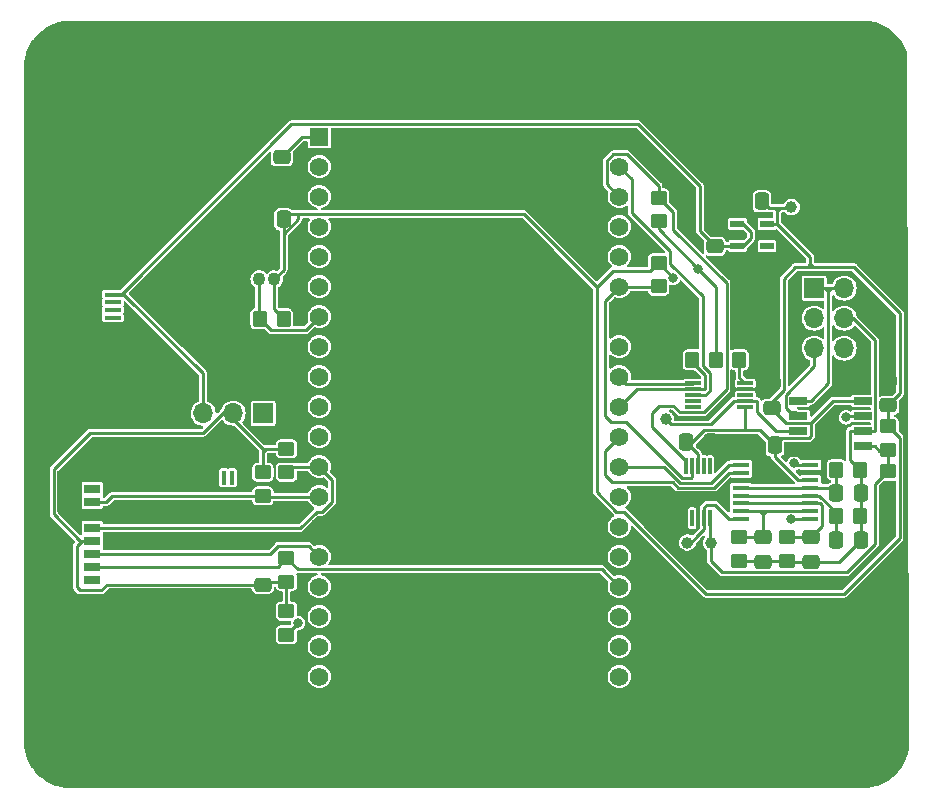
<source format=gbr>
%TF.GenerationSoftware,KiCad,Pcbnew,(7.0.0)*%
%TF.CreationDate,2023-06-14T15:09:39+02:00*%
%TF.ProjectId,PEE50_voltametrie,50454535-305f-4766-9f6c-74616d657472,rev?*%
%TF.SameCoordinates,Original*%
%TF.FileFunction,Copper,L1,Top*%
%TF.FilePolarity,Positive*%
%FSLAX46Y46*%
G04 Gerber Fmt 4.6, Leading zero omitted, Abs format (unit mm)*
G04 Created by KiCad (PCBNEW (7.0.0)) date 2023-06-14 15:09:39*
%MOMM*%
%LPD*%
G01*
G04 APERTURE LIST*
G04 Aperture macros list*
%AMRoundRect*
0 Rectangle with rounded corners*
0 $1 Rounding radius*
0 $2 $3 $4 $5 $6 $7 $8 $9 X,Y pos of 4 corners*
0 Add a 4 corners polygon primitive as box body*
4,1,4,$2,$3,$4,$5,$6,$7,$8,$9,$2,$3,0*
0 Add four circle primitives for the rounded corners*
1,1,$1+$1,$2,$3*
1,1,$1+$1,$4,$5*
1,1,$1+$1,$6,$7*
1,1,$1+$1,$8,$9*
0 Add four rect primitives between the rounded corners*
20,1,$1+$1,$2,$3,$4,$5,0*
20,1,$1+$1,$4,$5,$6,$7,0*
20,1,$1+$1,$6,$7,$8,$9,0*
20,1,$1+$1,$8,$9,$2,$3,0*%
G04 Aperture macros list end*
%TA.AperFunction,SMDPad,CuDef*%
%ADD10R,1.400000X0.300000*%
%TD*%
%TA.AperFunction,SMDPad,CuDef*%
%ADD11RoundRect,0.250000X0.337500X0.475000X-0.337500X0.475000X-0.337500X-0.475000X0.337500X-0.475000X0*%
%TD*%
%TA.AperFunction,SMDPad,CuDef*%
%ADD12C,1.000000*%
%TD*%
%TA.AperFunction,ComponentPad*%
%ADD13C,5.600000*%
%TD*%
%TA.AperFunction,SMDPad,CuDef*%
%ADD14RoundRect,0.250000X-0.450000X0.350000X-0.450000X-0.350000X0.450000X-0.350000X0.450000X0.350000X0*%
%TD*%
%TA.AperFunction,SMDPad,CuDef*%
%ADD15RoundRect,0.250000X0.450000X-0.350000X0.450000X0.350000X-0.450000X0.350000X-0.450000X-0.350000X0*%
%TD*%
%TA.AperFunction,SMDPad,CuDef*%
%ADD16R,1.528000X0.650000*%
%TD*%
%TA.AperFunction,ComponentPad*%
%ADD17R,1.700000X1.700000*%
%TD*%
%TA.AperFunction,ComponentPad*%
%ADD18O,1.700000X1.700000*%
%TD*%
%TA.AperFunction,SMDPad,CuDef*%
%ADD19RoundRect,0.250000X-0.475000X0.337500X-0.475000X-0.337500X0.475000X-0.337500X0.475000X0.337500X0*%
%TD*%
%TA.AperFunction,SMDPad,CuDef*%
%ADD20RoundRect,0.250000X-0.350000X-0.450000X0.350000X-0.450000X0.350000X0.450000X-0.350000X0.450000X0*%
%TD*%
%TA.AperFunction,SMDPad,CuDef*%
%ADD21R,0.300000X1.400000*%
%TD*%
%TA.AperFunction,SMDPad,CuDef*%
%ADD22RoundRect,0.250000X-0.337500X-0.475000X0.337500X-0.475000X0.337500X0.475000X-0.337500X0.475000X0*%
%TD*%
%TA.AperFunction,SMDPad,CuDef*%
%ADD23R,1.400000X0.800000*%
%TD*%
%TA.AperFunction,SMDPad,CuDef*%
%ADD24R,0.450000X1.150000*%
%TD*%
%TA.AperFunction,SMDPad,CuDef*%
%ADD25R,1.800000X1.350000*%
%TD*%
%TA.AperFunction,SMDPad,CuDef*%
%ADD26R,2.140000X0.650000*%
%TD*%
%TA.AperFunction,SMDPad,CuDef*%
%ADD27R,1.600000X0.650000*%
%TD*%
%TA.AperFunction,SMDPad,CuDef*%
%ADD28R,1.300000X0.650000*%
%TD*%
%TA.AperFunction,SMDPad,CuDef*%
%ADD29R,1.150000X0.600000*%
%TD*%
%TA.AperFunction,SMDPad,CuDef*%
%ADD30R,1.500000X1.160000*%
%TD*%
%TA.AperFunction,ComponentPad*%
%ADD31R,1.560000X1.560000*%
%TD*%
%TA.AperFunction,ComponentPad*%
%ADD32C,1.560000*%
%TD*%
%TA.AperFunction,SMDPad,CuDef*%
%ADD33R,1.475000X0.450000*%
%TD*%
%TA.AperFunction,SMDPad,CuDef*%
%ADD34RoundRect,0.250000X0.350000X0.450000X-0.350000X0.450000X-0.350000X-0.450000X0.350000X-0.450000X0*%
%TD*%
%TA.AperFunction,SMDPad,CuDef*%
%ADD35R,1.200000X0.600000*%
%TD*%
%TA.AperFunction,ComponentPad*%
%ADD36C,1.100000*%
%TD*%
%TA.AperFunction,SMDPad,CuDef*%
%ADD37RoundRect,0.250000X0.475000X-0.337500X0.475000X0.337500X-0.475000X0.337500X-0.475000X-0.337500X0*%
%TD*%
%TA.AperFunction,SMDPad,CuDef*%
%ADD38R,1.400000X0.400000*%
%TD*%
%TA.AperFunction,SMDPad,CuDef*%
%ADD39R,1.900000X2.300000*%
%TD*%
%TA.AperFunction,SMDPad,CuDef*%
%ADD40R,1.900000X1.800000*%
%TD*%
%TA.AperFunction,ViaPad*%
%ADD41C,0.800000*%
%TD*%
%TA.AperFunction,Conductor*%
%ADD42C,0.250000*%
%TD*%
G04 APERTURE END LIST*
D10*
%TO.P,IC6,1,VDD*%
%TO.N,4.5V*%
X196099999Y-99724999D03*
%TO.P,IC6,2,VOUT*%
%TO.N,VoutDAC*%
X196099999Y-99224999D03*
%TO.P,IC6,3,NC_1*%
%TO.N,unconnected-(IC6-NC_1-Pad3)*%
X196099999Y-98724999D03*
%TO.P,IC6,4,AGND*%
%TO.N,GND*%
X196099999Y-98224999D03*
%TO.P,IC6,5,SPI2C*%
%TO.N,Net-(IC6-SPI2C)*%
X196099999Y-97724999D03*
%TO.P,IC6,6,SCLK/SCL*%
%TO.N,SCK1*%
X191699999Y-97724999D03*
%TO.P,IC6,7,~{SYNC}/A0*%
%TO.N,CS1*%
X191699999Y-98224999D03*
%TO.P,IC6,8,SDIN/SDA*%
%TO.N,MOSI1*%
X191699999Y-98724999D03*
%TO.P,IC6,9,NC_2*%
%TO.N,unconnected-(IC6-NC_2-Pad9)*%
X191699999Y-99224999D03*
%TO.P,IC6,10,VREFIO*%
%TO.N,unconnected-(IC6-VREFIO-Pad10)*%
X191699999Y-99724999D03*
%TD*%
D11*
%TO.P,C7,1*%
%TO.N,4.5V*%
X198600000Y-102975000D03*
%TO.P,C7,2*%
%TO.N,GND*%
X196525000Y-102975000D03*
%TD*%
D12*
%TO.P,TP5,1,1*%
%TO.N,4.5V*%
X200000000Y-82800000D03*
%TD*%
D13*
%TO.P,H1,1,1*%
%TO.N,GND*%
X140000000Y-72000000D03*
%TD*%
D14*
%TO.P,R10,1*%
%TO.N,4.5V*%
X188750000Y-87500000D03*
%TO.P,R10,2*%
%TO.N,SDA1*%
X188750000Y-89500000D03*
%TD*%
D15*
%TO.P,R12,1*%
%TO.N,MISO2*%
X155250000Y-107250000D03*
%TO.P,R12,2*%
%TO.N,Net-(J1-VDD)*%
X155250000Y-105250000D03*
%TD*%
D16*
%TO.P,IC7,1,OUT_A*%
%TO.N,Ce*%
X200599999Y-99204999D03*
%TO.P,IC7,2,IN_A-*%
%TO.N,Re*%
X200599999Y-100474999D03*
%TO.P,IC7,3,IN_A+*%
%TO.N,VoutDAC*%
X200599999Y-101744999D03*
%TO.P,IC7,4,V-*%
%TO.N,GND*%
X200599999Y-103014999D03*
%TO.P,IC7,5,IN_B+*%
%TO.N,MVref*%
X206021999Y-103014999D03*
%TO.P,IC7,6,IN_B-*%
%TO.N,We*%
X206021999Y-101744999D03*
%TO.P,IC7,7,OUT_B*%
%TO.N,MVout*%
X206021999Y-100474999D03*
%TO.P,IC7,8,V+*%
%TO.N,4.5V*%
X206021999Y-99204999D03*
%TD*%
D17*
%TO.P,J4,1,Pin_1*%
%TO.N,Ce*%
X201929999Y-89661999D03*
D18*
%TO.P,J4,2,Pin_2*%
X204469999Y-89661999D03*
%TO.P,J4,3,Pin_3*%
%TO.N,We*%
X201929999Y-92201999D03*
%TO.P,J4,4,Pin_4*%
X204469999Y-92201999D03*
%TO.P,J4,5,Pin_5*%
%TO.N,Re*%
X201929999Y-94741999D03*
%TO.P,J4,6,Pin_6*%
X204469999Y-94741999D03*
%TD*%
D15*
%TO.P,R14,1*%
%TO.N,SCK2*%
X157250000Y-105250000D03*
%TO.P,R14,2*%
%TO.N,Net-(J1-VDD)*%
X157250000Y-103250000D03*
%TD*%
D19*
%TO.P,C8,1*%
%TO.N,S4*%
X197632000Y-110746500D03*
%TO.P,C8,2*%
%TO.N,We*%
X197632000Y-112821500D03*
%TD*%
D13*
%TO.P,H4,1,1*%
%TO.N,GND*%
X205000000Y-127000000D03*
%TD*%
D14*
%TO.P,R16,1*%
%TO.N,Net-(J1-VDD)*%
X157250000Y-117000000D03*
%TO.P,R16,2*%
%TO.N,MOSI2*%
X157250000Y-119000000D03*
%TD*%
D20*
%TO.P,R8,1*%
%TO.N,temp*%
X155000000Y-92250000D03*
%TO.P,R8,2*%
%TO.N,4.5V*%
X157000000Y-92250000D03*
%TD*%
D19*
%TO.P,C13,1*%
%TO.N,Net-(J1-VDD)*%
X155250000Y-114750000D03*
%TO.P,C13,2*%
%TO.N,GND*%
X155250000Y-116825000D03*
%TD*%
D21*
%TO.P,IC5,1,ADDR*%
%TO.N,GND*%
X191099999Y-109124999D03*
%TO.P,IC5,2,ALERT/RDY*%
%TO.N,unconnected-(IC5-ALERT{slash}RDY-Pad2)*%
X191599999Y-109124999D03*
%TO.P,IC5,3,GND*%
%TO.N,GND*%
X192099999Y-109124999D03*
%TO.P,IC5,4,AIN0*%
%TO.N,multi_Vout*%
X192599999Y-109124999D03*
%TO.P,IC5,5,AIN1*%
%TO.N,MVref*%
X193099999Y-109124999D03*
%TO.P,IC5,6,AIN2*%
%TO.N,unconnected-(IC5-AIN2-Pad6)*%
X193099999Y-104724999D03*
%TO.P,IC5,7,AIN3*%
%TO.N,unconnected-(IC5-AIN3-Pad7)*%
X192599999Y-104724999D03*
%TO.P,IC5,8,VDD*%
%TO.N,4.5V*%
X192099999Y-104724999D03*
%TO.P,IC5,9,SDA*%
%TO.N,SDA1*%
X191599999Y-104724999D03*
%TO.P,IC5,10,SCL*%
%TO.N,SCL1*%
X191099999Y-104724999D03*
%TD*%
D22*
%TO.P,C15,1*%
%TO.N,4.5V*%
X191100000Y-102725000D03*
%TO.P,C15,2*%
%TO.N,GND*%
X193175000Y-102725000D03*
%TD*%
D12*
%TO.P,TP3,1,1*%
%TO.N,VoutDAC*%
X189350000Y-100725000D03*
%TD*%
D20*
%TO.P,R4,1*%
%TO.N,S1*%
X203800000Y-105025000D03*
%TO.P,R4,2*%
%TO.N,We*%
X205800000Y-105025000D03*
%TD*%
D22*
%TO.P,C10,1*%
%TO.N,S2*%
X203792500Y-110950000D03*
%TO.P,C10,2*%
%TO.N,We*%
X205867500Y-110950000D03*
%TD*%
D20*
%TO.P,R3,1*%
%TO.N,S2*%
X203800000Y-108975000D03*
%TO.P,R3,2*%
%TO.N,We*%
X205800000Y-108975000D03*
%TD*%
D11*
%TO.P,C4,1*%
%TO.N,4.5V*%
X197506000Y-82300000D03*
%TO.P,C4,2*%
%TO.N,GND*%
X195431000Y-82300000D03*
%TD*%
D17*
%TO.P,JP1,1,A*%
%TO.N,3.3V*%
X155274999Y-100249999D03*
D18*
%TO.P,JP1,2,C*%
%TO.N,Net-(J1-VDD)*%
X152734999Y-100249999D03*
%TO.P,JP1,3,B*%
%TO.N,5V*%
X150194999Y-100249999D03*
%TD*%
D14*
%TO.P,R5,1*%
%TO.N,4.5V*%
X208170000Y-101350000D03*
%TO.P,R5,2*%
%TO.N,MVref*%
X208170000Y-103350000D03*
%TD*%
D12*
%TO.P,TP2,1,1*%
%TO.N,MVref*%
X193200000Y-111200000D03*
%TD*%
D23*
%TO.P,J1,1,DAT2*%
%TO.N,unconnected-(J1-DAT2-Pad1)*%
X140814999Y-114360499D03*
%TO.P,J1,2,CD/DAT3*%
%TO.N,CS2*%
X140814999Y-113259499D03*
%TO.P,J1,3,CMD*%
%TO.N,MOSI2*%
X140814999Y-112159499D03*
%TO.P,J1,4,VDD*%
%TO.N,Net-(J1-VDD)*%
X140814999Y-111059499D03*
%TO.P,J1,5,CLK*%
%TO.N,SCK2*%
X140814999Y-109959499D03*
%TO.P,J1,6,VSS*%
%TO.N,GND*%
X140814999Y-108859499D03*
%TO.P,J1,7,DAT0*%
%TO.N,MISO2*%
X140814999Y-107759499D03*
%TO.P,J1,8,DAT1*%
%TO.N,unconnected-(J1-DAT1-Pad8)*%
X140814999Y-106659499D03*
D24*
%TO.P,J1,9,SW_A*%
%TO.N,unconnected-(J1-SW_A-Pad9)*%
X152639999Y-105694499D03*
%TO.P,J1,10,SW_B*%
%TO.N,unconnected-(J1-SW_B-Pad10)*%
X151979999Y-105694499D03*
D25*
%TO.P,J1,11,GND_1*%
%TO.N,GND*%
X138764999Y-105795499D03*
D26*
%TO.P,J1,12,GND_2*%
X145394999Y-105444499D03*
D27*
%TO.P,J1,13,GND_3*%
X150474999Y-105444499D03*
D28*
%TO.P,J1,14,GND_4*%
X152414999Y-119345499D03*
D29*
%TO.P,J1,15,GND_5*%
X146489999Y-119370499D03*
D30*
%TO.P,J1,16,GND_6*%
X138514999Y-119089499D03*
%TD*%
D31*
%TO.P,U1,J2-1,3V3*%
%TO.N,3.3V*%
X160019999Y-76834999D03*
D32*
%TO.P,U1,J2-2,EN*%
%TO.N,unconnected-(U1-EN-PadJ2-2)*%
X160020000Y-79375000D03*
%TO.P,U1,J2-3,SENSOR_VP*%
%TO.N,unconnected-(U1-SENSOR_VP-PadJ2-3)*%
X160020000Y-81915000D03*
%TO.P,U1,J2-4,SENSOR_VN*%
%TO.N,unconnected-(U1-SENSOR_VN-PadJ2-4)*%
X160020000Y-84455000D03*
%TO.P,U1,J2-5,IO34*%
%TO.N,unconnected-(U1-IO34-PadJ2-5)*%
X160020000Y-86995000D03*
%TO.P,U1,J2-6,IO35*%
%TO.N,unconnected-(U1-IO35-PadJ2-6)*%
X160020000Y-89535000D03*
%TO.P,U1,J2-7,IO32*%
%TO.N,temp*%
X160020000Y-92075000D03*
%TO.P,U1,J2-8,IO33*%
%TO.N,unconnected-(U1-IO33-PadJ2-8)*%
X160020000Y-94615000D03*
%TO.P,U1,J2-9,IO25*%
%TO.N,unconnected-(U1-IO25-PadJ2-9)*%
X160020000Y-97155000D03*
%TO.P,U1,J2-10,IO26*%
%TO.N,unconnected-(U1-IO26-PadJ2-10)*%
X160020000Y-99695000D03*
%TO.P,U1,J2-11,IO27*%
%TO.N,unconnected-(U1-IO27-PadJ2-11)*%
X160020000Y-102235000D03*
%TO.P,U1,J2-12,IO14*%
%TO.N,SCK2*%
X160020000Y-104775000D03*
%TO.P,U1,J2-13,IO12*%
%TO.N,MISO2*%
X160020000Y-107315000D03*
%TO.P,U1,J2-14,GND1*%
%TO.N,GND*%
X160020000Y-109855000D03*
%TO.P,U1,J2-15,IO13*%
%TO.N,MOSI2*%
X160020000Y-112395000D03*
%TO.P,U1,J2-16,SD2*%
%TO.N,unconnected-(U1-SD2-PadJ2-16)*%
X160020000Y-114935000D03*
%TO.P,U1,J2-17,SD3*%
%TO.N,unconnected-(U1-SD3-PadJ2-17)*%
X160020000Y-117475000D03*
%TO.P,U1,J2-18,CMD*%
%TO.N,unconnected-(U1-CMD-PadJ2-18)*%
X160020000Y-120015000D03*
%TO.P,U1,J2-19,EXT_5V*%
%TO.N,5V*%
X160020000Y-122555000D03*
%TO.P,U1,J3-1,GND3*%
%TO.N,GND*%
X185420000Y-76835000D03*
%TO.P,U1,J3-2,IO23*%
%TO.N,MOSI1*%
X185420000Y-79375000D03*
%TO.P,U1,J3-3,IO22*%
%TO.N,SCL1*%
X185420000Y-81915000D03*
%TO.P,U1,J3-4,TXD0*%
%TO.N,unconnected-(U1-TXD0-PadJ3-4)*%
X185420000Y-84455000D03*
%TO.P,U1,J3-5,RXD0*%
%TO.N,unconnected-(U1-RXD0-PadJ3-5)*%
X185420000Y-86995000D03*
%TO.P,U1,J3-6,IO21*%
%TO.N,SDA1*%
X185420000Y-89535000D03*
%TO.P,U1,J3-7,GND2*%
%TO.N,GND*%
X185420000Y-92075000D03*
%TO.P,U1,J3-8,IO19*%
%TO.N,unconnected-(U1-IO19-PadJ3-8)*%
X185420000Y-94615000D03*
%TO.P,U1,J3-9,IO18*%
%TO.N,SCK1*%
X185420000Y-97155000D03*
%TO.P,U1,J3-10,IO5*%
%TO.N,CS1*%
X185420000Y-99695000D03*
%TO.P,U1,J3-11,IO17*%
%TO.N,ENABLE*%
X185420000Y-102235000D03*
%TO.P,U1,J3-12,IO16*%
%TO.N,A0*%
X185420000Y-104775000D03*
%TO.P,U1,J3-13,IO4*%
%TO.N,A1*%
X185420000Y-107315000D03*
%TO.P,U1,J3-14,IO0*%
%TO.N,unconnected-(U1-IO0-PadJ3-14)*%
X185420000Y-109855000D03*
%TO.P,U1,J3-15,IO2*%
%TO.N,unconnected-(U1-IO2-PadJ3-15)*%
X185420000Y-112395000D03*
%TO.P,U1,J3-16,IO15*%
%TO.N,CS2*%
X185420000Y-114935000D03*
%TO.P,U1,J3-17,SD1*%
%TO.N,unconnected-(U1-SD1-PadJ3-17)*%
X185420000Y-117475000D03*
%TO.P,U1,J3-18,SD0*%
%TO.N,unconnected-(U1-SD0-PadJ3-18)*%
X185420000Y-120015000D03*
%TO.P,U1,J3-19,CLK*%
%TO.N,unconnected-(U1-CLK-PadJ3-19)*%
X185420000Y-122555000D03*
%TD*%
D13*
%TO.P,H3,1,1*%
%TO.N,GND*%
X140000000Y-127000000D03*
%TD*%
D12*
%TO.P,TP1,1,1*%
%TO.N,multi_Vout*%
X191200000Y-111200000D03*
%TD*%
D14*
%TO.P,R6,1*%
%TO.N,MVref*%
X208170000Y-105160000D03*
%TO.P,R6,2*%
%TO.N,GND*%
X208170000Y-107160000D03*
%TD*%
D33*
%TO.P,IC3,1,A0*%
%TO.N,A0*%
X195721999Y-104618999D03*
%TO.P,IC3,2,EN*%
%TO.N,ENABLE*%
X195721999Y-105268999D03*
%TO.P,IC3,3,VSS*%
%TO.N,GND*%
X195721999Y-105918999D03*
%TO.P,IC3,4,S1A*%
%TO.N,S1*%
X195721999Y-106568999D03*
%TO.P,IC3,5,S2A*%
%TO.N,S2*%
X195721999Y-107218999D03*
%TO.P,IC3,6,S3A*%
%TO.N,S3*%
X195721999Y-107868999D03*
%TO.P,IC3,7,S4A*%
%TO.N,S4*%
X195721999Y-108518999D03*
%TO.P,IC3,8,DA*%
%TO.N,multi_Vout*%
X195721999Y-109168999D03*
%TO.P,IC3,9,DB*%
%TO.N,MVout*%
X201597999Y-109168999D03*
%TO.P,IC3,10,S4B*%
%TO.N,S4*%
X201597999Y-108518999D03*
%TO.P,IC3,11,S3B*%
%TO.N,S3*%
X201597999Y-107868999D03*
%TO.P,IC3,12,S2B*%
%TO.N,S2*%
X201597999Y-107218999D03*
%TO.P,IC3,13,S1B*%
%TO.N,S1*%
X201597999Y-106568999D03*
%TO.P,IC3,14,VDD*%
%TO.N,4.5V*%
X201597999Y-105918999D03*
%TO.P,IC3,15,GND*%
%TO.N,GND*%
X201597999Y-105268999D03*
%TO.P,IC3,16,A1*%
%TO.N,A1*%
X201597999Y-104618999D03*
%TD*%
D34*
%TO.P,R11,1*%
%TO.N,4.5V*%
X193600000Y-95725000D03*
%TO.P,R11,2*%
%TO.N,CS1*%
X191600000Y-95725000D03*
%TD*%
D14*
%TO.P,R1,1*%
%TO.N,S4*%
X195600000Y-110754000D03*
%TO.P,R1,2*%
%TO.N,We*%
X195600000Y-112754000D03*
%TD*%
D15*
%TO.P,R15,1*%
%TO.N,Net-(J1-VDD)*%
X157250000Y-114500000D03*
%TO.P,R15,2*%
%TO.N,CS2*%
X157250000Y-112500000D03*
%TD*%
D35*
%TO.P,IC2,1,IN*%
%TO.N,5V*%
X195430999Y-84209999D03*
%TO.P,IC2,2,GND*%
%TO.N,GND*%
X195430999Y-85159999D03*
%TO.P,IC2,3,EN*%
%TO.N,5V*%
X195430999Y-86109999D03*
%TO.P,IC2,4,NC*%
%TO.N,unconnected-(IC2-NC-Pad4)*%
X197930999Y-86109999D03*
%TO.P,IC2,5,OUT*%
%TO.N,4.5V*%
X197930999Y-84209999D03*
%TD*%
D13*
%TO.P,H2,1,1*%
%TO.N,GND*%
X205000000Y-72000000D03*
%TD*%
D15*
%TO.P,R9,1*%
%TO.N,4.5V*%
X188750000Y-84000000D03*
%TO.P,R9,2*%
%TO.N,SCL1*%
X188750000Y-82000000D03*
%TD*%
D20*
%TO.P,R7,1*%
%TO.N,Net-(IC6-SPI2C)*%
X195600000Y-95725000D03*
%TO.P,R7,2*%
%TO.N,GND*%
X197600000Y-95725000D03*
%TD*%
D36*
%TO.P,IC8,1,GND*%
%TO.N,GND*%
X153670000Y-88900000D03*
%TO.P,IC8,2,DQ*%
%TO.N,temp*%
X154940000Y-88900000D03*
%TO.P,IC8,3,VDD*%
%TO.N,4.5V*%
X156210000Y-88900000D03*
%TD*%
D37*
%TO.P,C16,1*%
%TO.N,4.5V*%
X208200000Y-99575000D03*
%TO.P,C16,2*%
%TO.N,GND*%
X208200000Y-97500000D03*
%TD*%
D19*
%TO.P,C5,1*%
%TO.N,3.3V*%
X156845000Y-78570000D03*
%TO.P,C5,2*%
%TO.N,GND*%
X156845000Y-80645000D03*
%TD*%
D37*
%TO.P,C12,1*%
%TO.N,4.5V*%
X198350000Y-99800000D03*
%TO.P,C12,2*%
%TO.N,GND*%
X198350000Y-97725000D03*
%TD*%
%TO.P,C1,1*%
%TO.N,5V*%
X193526000Y-86110000D03*
%TO.P,C1,2*%
%TO.N,GND*%
X193526000Y-84035000D03*
%TD*%
D22*
%TO.P,C11,1*%
%TO.N,S1*%
X203792500Y-107000000D03*
%TO.P,C11,2*%
%TO.N,We*%
X205867500Y-107000000D03*
%TD*%
D38*
%TO.P,J2,1,VBUS*%
%TO.N,5V*%
X142549999Y-90199999D03*
%TO.P,J2,2,D-*%
%TO.N,unconnected-(J2-D--Pad2)*%
X142549999Y-90849999D03*
%TO.P,J2,3,D+*%
%TO.N,unconnected-(J2-D+-Pad3)*%
X142549999Y-91499999D03*
%TO.P,J2,4,ID*%
%TO.N,unconnected-(J2-ID-Pad4)*%
X142549999Y-92149999D03*
%TO.P,J2,5,GND*%
%TO.N,GND*%
X142549999Y-92799999D03*
D39*
%TO.P,J2,6,Shield*%
X139699999Y-87749999D03*
D40*
X139699999Y-90349999D03*
X139699999Y-92649999D03*
D39*
X139699999Y-95249999D03*
%TD*%
D19*
%TO.P,C9,1*%
%TO.N,S3*%
X201650000Y-110746500D03*
%TO.P,C9,2*%
%TO.N,We*%
X201650000Y-112821500D03*
%TD*%
D14*
%TO.P,R2,1*%
%TO.N,S3*%
X199650000Y-110754000D03*
%TO.P,R2,2*%
%TO.N,We*%
X199650000Y-112754000D03*
%TD*%
D11*
%TO.P,C14,1*%
%TO.N,4.5V*%
X157015000Y-83820000D03*
%TO.P,C14,2*%
%TO.N,GND*%
X154940000Y-83820000D03*
%TD*%
D41*
%TO.N,GND*%
X164980000Y-69040000D03*
X177680000Y-69040000D03*
X142120000Y-79200000D03*
X172600000Y-124920000D03*
X157360000Y-69040000D03*
X182760000Y-109680000D03*
X180220000Y-94440000D03*
X187840000Y-94440000D03*
X190380000Y-74120000D03*
X192920000Y-71580000D03*
X185300000Y-71580000D03*
X167520000Y-104600000D03*
X137040000Y-76660000D03*
X203080000Y-86820000D03*
X180220000Y-99520000D03*
X167520000Y-114760000D03*
X167520000Y-119840000D03*
X164980000Y-86820000D03*
X157360000Y-71580000D03*
X198000000Y-130000000D03*
X185300000Y-124920000D03*
X147200000Y-127460000D03*
X175140000Y-114760000D03*
X162440000Y-117300000D03*
X177680000Y-102060000D03*
X149740000Y-122380000D03*
X172600000Y-104600000D03*
X137040000Y-94440000D03*
X154820000Y-124920000D03*
X195460000Y-130000000D03*
X182760000Y-81740000D03*
X162440000Y-94440000D03*
X175140000Y-119840000D03*
X175140000Y-69040000D03*
X180220000Y-117300000D03*
X167520000Y-86820000D03*
X159900000Y-124920000D03*
X200540000Y-117300000D03*
X177680000Y-104600000D03*
X198000000Y-69040000D03*
X192920000Y-76660000D03*
X187840000Y-122380000D03*
X170060000Y-119840000D03*
X152280000Y-69040000D03*
X162440000Y-114760000D03*
X144660000Y-124920000D03*
X187840000Y-117300000D03*
X139580000Y-79200000D03*
X137040000Y-84280000D03*
X149740000Y-127460000D03*
X147200000Y-76660000D03*
X172600000Y-94440000D03*
X172600000Y-102060000D03*
X175140000Y-79200000D03*
X200540000Y-122380000D03*
X162440000Y-119840000D03*
X167520000Y-74120000D03*
X190380000Y-117300000D03*
X137040000Y-102060000D03*
X177680000Y-91900000D03*
X172600000Y-112220000D03*
X185300000Y-130000000D03*
X167520000Y-89360000D03*
X198000000Y-76660000D03*
X192920000Y-69040000D03*
X142500000Y-108750000D03*
X162440000Y-86820000D03*
X182760000Y-112220000D03*
X137040000Y-117300000D03*
X162440000Y-96980000D03*
X198000000Y-79200000D03*
X175140000Y-99520000D03*
X137040000Y-79200000D03*
X190380000Y-76660000D03*
X152280000Y-96980000D03*
X139250000Y-108750000D03*
X139580000Y-122380000D03*
X175140000Y-102060000D03*
X170060000Y-89360000D03*
X180220000Y-130000000D03*
X157360000Y-96980000D03*
X149740000Y-76660000D03*
X170060000Y-71580000D03*
X147200000Y-69040000D03*
X180220000Y-112220000D03*
X208250000Y-96000000D03*
X170060000Y-124920000D03*
X164980000Y-124920000D03*
X164980000Y-104600000D03*
X177680000Y-112220000D03*
X208160000Y-76660000D03*
X152280000Y-71580000D03*
X149740000Y-130000000D03*
X154820000Y-69040000D03*
X142120000Y-117300000D03*
X198000000Y-119840000D03*
X203080000Y-122380000D03*
X172600000Y-91900000D03*
X164980000Y-89360000D03*
X187840000Y-114760000D03*
X164980000Y-94440000D03*
X167520000Y-107140000D03*
X159900000Y-74120000D03*
X142120000Y-81740000D03*
X205620000Y-86820000D03*
X162440000Y-107140000D03*
X177680000Y-74120000D03*
X198000000Y-127460000D03*
X190380000Y-124920000D03*
X203080000Y-119840000D03*
X170060000Y-114760000D03*
X170060000Y-109680000D03*
X177680000Y-89360000D03*
X208160000Y-117300000D03*
X180220000Y-96980000D03*
X175140000Y-91900000D03*
X175140000Y-86820000D03*
X162440000Y-69040000D03*
X170060000Y-130000000D03*
X164980000Y-112220000D03*
X142120000Y-84280000D03*
X175140000Y-130000000D03*
X170060000Y-94440000D03*
X177680000Y-107140000D03*
X200540000Y-74120000D03*
X205620000Y-79200000D03*
X182760000Y-122380000D03*
X175140000Y-74120000D03*
X147200000Y-74120000D03*
X142120000Y-94440000D03*
X157360000Y-130000000D03*
X180220000Y-107140000D03*
X137040000Y-91900000D03*
X154820000Y-71580000D03*
X147200000Y-81740000D03*
X203080000Y-84280000D03*
X182760000Y-127460000D03*
X192920000Y-119840000D03*
X177680000Y-94440000D03*
X175140000Y-109680000D03*
X164980000Y-74120000D03*
X167520000Y-81740000D03*
X147200000Y-99520000D03*
X144660000Y-76660000D03*
X159900000Y-127460000D03*
X177680000Y-124920000D03*
X170060000Y-107140000D03*
X198000000Y-94250000D03*
X182760000Y-71580000D03*
X147200000Y-124920000D03*
X144660000Y-130000000D03*
X172600000Y-130000000D03*
X180220000Y-109680000D03*
X167520000Y-127460000D03*
X182760000Y-117300000D03*
X172600000Y-69040000D03*
X180220000Y-91900000D03*
X149740000Y-117300000D03*
X180220000Y-74120000D03*
X192920000Y-130000000D03*
X144660000Y-119840000D03*
X177680000Y-86820000D03*
X182760000Y-114760000D03*
X170060000Y-104600000D03*
X172600000Y-81740000D03*
X164980000Y-107140000D03*
X167520000Y-122380000D03*
X205620000Y-76660000D03*
X154820000Y-86820000D03*
X144660000Y-117300000D03*
X144660000Y-96980000D03*
X198000000Y-117300000D03*
X175140000Y-124920000D03*
X154820000Y-122380000D03*
X203080000Y-81740000D03*
X172600000Y-96980000D03*
X142120000Y-99520000D03*
X198000000Y-124920000D03*
X180220000Y-71580000D03*
X142120000Y-122380000D03*
X208160000Y-84280000D03*
X139580000Y-76660000D03*
X203080000Y-117300000D03*
X159900000Y-71580000D03*
X137040000Y-69040000D03*
X187840000Y-130000000D03*
X142120000Y-86820000D03*
X154820000Y-74120000D03*
X177680000Y-99520000D03*
X149740000Y-119840000D03*
X170060000Y-74120000D03*
X185300000Y-74120000D03*
X195460000Y-76660000D03*
X200540000Y-79200000D03*
X180220000Y-124920000D03*
X177680000Y-109680000D03*
X157360000Y-127460000D03*
X172600000Y-107140000D03*
X167520000Y-130000000D03*
X175140000Y-94440000D03*
X187840000Y-119840000D03*
X149740000Y-79200000D03*
X200540000Y-71580000D03*
X180220000Y-69040000D03*
X180220000Y-122380000D03*
X180220000Y-102060000D03*
X192920000Y-117300000D03*
X162440000Y-104600000D03*
X177680000Y-71580000D03*
X170060000Y-81740000D03*
X202250000Y-103000000D03*
X137040000Y-130000000D03*
X200540000Y-124920000D03*
X170060000Y-127460000D03*
X172600000Y-99520000D03*
X167520000Y-94440000D03*
X152280000Y-122380000D03*
X197750000Y-105500000D03*
X208160000Y-81740000D03*
X164980000Y-79200000D03*
X139580000Y-99520000D03*
X177680000Y-122380000D03*
X195460000Y-69040000D03*
X205620000Y-84280000D03*
X164980000Y-109680000D03*
X172600000Y-89360000D03*
X172600000Y-71580000D03*
X180220000Y-127460000D03*
X208160000Y-130000000D03*
X152280000Y-76660000D03*
X195460000Y-74120000D03*
X177680000Y-119840000D03*
X208250000Y-108750000D03*
X164980000Y-71580000D03*
X182760000Y-84280000D03*
X185300000Y-69040000D03*
X142120000Y-104600000D03*
X162440000Y-127460000D03*
X190380000Y-130000000D03*
X172600000Y-122380000D03*
X167520000Y-79200000D03*
X164980000Y-122380000D03*
X190380000Y-127460000D03*
X175140000Y-96980000D03*
X195460000Y-117300000D03*
X180220000Y-81740000D03*
X144660000Y-99520000D03*
X175140000Y-71580000D03*
X172600000Y-79200000D03*
X200540000Y-76660000D03*
X162440000Y-130000000D03*
X170060000Y-96980000D03*
X162440000Y-124920000D03*
X162440000Y-102060000D03*
X172600000Y-109680000D03*
X147200000Y-79200000D03*
X170060000Y-117300000D03*
X189750000Y-109250000D03*
X208160000Y-79200000D03*
X170060000Y-112220000D03*
X154820000Y-127460000D03*
X142120000Y-96980000D03*
X149740000Y-91900000D03*
X164980000Y-130000000D03*
X205620000Y-117300000D03*
X170060000Y-69040000D03*
X208160000Y-86820000D03*
X164980000Y-81740000D03*
X200540000Y-127460000D03*
X190380000Y-122380000D03*
X157360000Y-124920000D03*
X154820000Y-119840000D03*
X164980000Y-91900000D03*
X203080000Y-79200000D03*
X164980000Y-96980000D03*
X137040000Y-112220000D03*
X182760000Y-124920000D03*
X180220000Y-104600000D03*
X170060000Y-86820000D03*
X175140000Y-127460000D03*
X195000000Y-103000000D03*
X205620000Y-119840000D03*
X187840000Y-107140000D03*
X180220000Y-79200000D03*
X187840000Y-69040000D03*
X149740000Y-124920000D03*
X170060000Y-122380000D03*
X149740000Y-86820000D03*
X144660000Y-69040000D03*
X147200000Y-89360000D03*
X164980000Y-117300000D03*
X175140000Y-89360000D03*
X175140000Y-81740000D03*
X180220000Y-114760000D03*
X208160000Y-114760000D03*
X172600000Y-86820000D03*
X164980000Y-127460000D03*
X182760000Y-69040000D03*
X198000000Y-74120000D03*
X152280000Y-94440000D03*
X144660000Y-84280000D03*
X144660000Y-94440000D03*
X180220000Y-119840000D03*
X152280000Y-130000000D03*
X144660000Y-79200000D03*
X195460000Y-119840000D03*
X208160000Y-69040000D03*
X162440000Y-74120000D03*
X144660000Y-81740000D03*
X198000000Y-122380000D03*
X175140000Y-104600000D03*
X208160000Y-119840000D03*
X147200000Y-130000000D03*
X195460000Y-71580000D03*
X177680000Y-114760000D03*
X149740000Y-89360000D03*
X195460000Y-79200000D03*
X167520000Y-99520000D03*
X187840000Y-127460000D03*
X162440000Y-71580000D03*
X195460000Y-124920000D03*
X182760000Y-79200000D03*
X190380000Y-91900000D03*
X157360000Y-122380000D03*
X167520000Y-112220000D03*
X142120000Y-119840000D03*
X195460000Y-127460000D03*
X137040000Y-96980000D03*
X164980000Y-119840000D03*
X152280000Y-91900000D03*
X177680000Y-127460000D03*
X164980000Y-102060000D03*
X149740000Y-71580000D03*
X177680000Y-130000000D03*
X167520000Y-124920000D03*
X190380000Y-119840000D03*
X144660000Y-71580000D03*
X187840000Y-91900000D03*
X142120000Y-76660000D03*
X167520000Y-96980000D03*
X192920000Y-74120000D03*
X167520000Y-117300000D03*
X200540000Y-130000000D03*
X139580000Y-84280000D03*
X200540000Y-119840000D03*
X147200000Y-122380000D03*
X157360000Y-74120000D03*
X137040000Y-99520000D03*
X187840000Y-124920000D03*
X187840000Y-74120000D03*
X137040000Y-114760000D03*
X149740000Y-74120000D03*
X147200000Y-96980000D03*
X175140000Y-122380000D03*
X192920000Y-124920000D03*
X159900000Y-69040000D03*
X159900000Y-130000000D03*
X167520000Y-102060000D03*
X162440000Y-122380000D03*
X170060000Y-79200000D03*
X177680000Y-79200000D03*
X190380000Y-69040000D03*
X162440000Y-112220000D03*
X192920000Y-122380000D03*
X200540000Y-69040000D03*
X172600000Y-74120000D03*
X164980000Y-99520000D03*
X205620000Y-81740000D03*
X157360000Y-99520000D03*
X198000000Y-91900000D03*
X149740000Y-69040000D03*
X198000000Y-89360000D03*
X195460000Y-122380000D03*
X208160000Y-122380000D03*
X182760000Y-130000000D03*
X152280000Y-124920000D03*
X154820000Y-130000000D03*
X144660000Y-122380000D03*
X137040000Y-81740000D03*
X137040000Y-122380000D03*
X167520000Y-109680000D03*
X175140000Y-112220000D03*
X190380000Y-71580000D03*
X205620000Y-122380000D03*
X192920000Y-79200000D03*
X172600000Y-127460000D03*
X154820000Y-81740000D03*
X139580000Y-117300000D03*
X162440000Y-79200000D03*
X198000000Y-71580000D03*
X152280000Y-86820000D03*
X147200000Y-71580000D03*
X175140000Y-107140000D03*
X205620000Y-96980000D03*
X175140000Y-117300000D03*
X192920000Y-127460000D03*
X182760000Y-74120000D03*
X177680000Y-96980000D03*
X172600000Y-119840000D03*
X164980000Y-114760000D03*
X152280000Y-117300000D03*
X170060000Y-91900000D03*
X177680000Y-81740000D03*
X137040000Y-89360000D03*
X187840000Y-71580000D03*
X172600000Y-117300000D03*
X177680000Y-117300000D03*
X185300000Y-127460000D03*
X152280000Y-74120000D03*
X152280000Y-84280000D03*
X144660000Y-127460000D03*
X154820000Y-94440000D03*
X182760000Y-119840000D03*
X162440000Y-91900000D03*
X152280000Y-127460000D03*
X162440000Y-89360000D03*
X170060000Y-102060000D03*
X180220000Y-89360000D03*
X162440000Y-99520000D03*
X170060000Y-99520000D03*
X137040000Y-86820000D03*
X162440000Y-81740000D03*
X144660000Y-74120000D03*
X147200000Y-117300000D03*
X162440000Y-109680000D03*
X167520000Y-71580000D03*
X203080000Y-76660000D03*
X139580000Y-81740000D03*
X167520000Y-91900000D03*
X167520000Y-69040000D03*
X172600000Y-114760000D03*
X193500000Y-82250000D03*
%TO.N,4.5V*%
X192075000Y-88001700D03*
X190000000Y-88800000D03*
%TO.N,MVout*%
X204600000Y-100600000D03*
X199983000Y-109194000D03*
%TO.N,A1*%
X200250000Y-104500000D03*
%TO.N,MOSI2*%
X158243500Y-118006500D03*
%TD*%
D42*
%TO.N,5V*%
X194800000Y-86110000D02*
X195431000Y-86110000D01*
X195931000Y-84210000D02*
X195431000Y-84210000D01*
X192250000Y-84834000D02*
X192250000Y-81029000D01*
X150195000Y-96869600D02*
X150195000Y-100250000D01*
X196600000Y-84879000D02*
X195931000Y-84210000D01*
X142550000Y-90200000D02*
X143426000Y-90200000D01*
X187001000Y-75780000D02*
X157665800Y-75780000D01*
X195931000Y-86110000D02*
X196600000Y-85441000D01*
X143426000Y-90200000D02*
X143525400Y-90200000D01*
X157665800Y-75780000D02*
X143245800Y-90200000D01*
X196600000Y-85441000D02*
X196600000Y-84879000D01*
X192250000Y-81029000D02*
X187001000Y-75780000D01*
X193526000Y-86110000D02*
X192250000Y-84834000D01*
X143525400Y-90200000D02*
X150195000Y-96869600D01*
X143245800Y-90200000D02*
X143525400Y-90200000D01*
X195431000Y-86110000D02*
X195931000Y-86110000D01*
X193526000Y-86110000D02*
X194800000Y-86110000D01*
%TO.N,3.3V*%
X158580000Y-76835000D02*
X156845000Y-78570000D01*
X160020000Y-76835000D02*
X158580000Y-76835000D01*
%TO.N,4.5V*%
X192770000Y-115527000D02*
X185828000Y-108585000D01*
X199000000Y-82898400D02*
X199902000Y-82898400D01*
X200585000Y-105919000D02*
X198600000Y-103934000D01*
X201639000Y-102212000D02*
X201506000Y-102345000D01*
X158245000Y-83805400D02*
X158245000Y-83400000D01*
X197931000Y-84210000D02*
X198806000Y-84210000D01*
X200326000Y-87873600D02*
X199350000Y-88849600D01*
X188750000Y-84676900D02*
X192075000Y-88001700D01*
X201595000Y-86998500D02*
X198806000Y-84210000D01*
X198600000Y-82898400D02*
X198104000Y-82898400D01*
X193600000Y-89526900D02*
X193600000Y-95725000D01*
X192100000Y-103725000D02*
X192100000Y-104725000D01*
X201639000Y-101053000D02*
X201639000Y-101075000D01*
X185828000Y-108585000D02*
X185185000Y-108585000D01*
X201400000Y-87873600D02*
X201400000Y-87794600D01*
X199100499Y-98529421D02*
X199100499Y-98529501D01*
X209159000Y-102339000D02*
X209159000Y-110841000D01*
X185185000Y-108585000D02*
X183511000Y-106911000D01*
X184869000Y-88205000D02*
X188045000Y-88205000D01*
X198612000Y-82898400D02*
X198600000Y-82898400D01*
X201595000Y-87873600D02*
X201595000Y-87600000D01*
X188750000Y-84000000D02*
X188750000Y-84676900D01*
X199230000Y-102345000D02*
X198600000Y-102975000D01*
X209159000Y-110841000D02*
X204473000Y-115527000D01*
X199000000Y-82898400D02*
X198806000Y-82898400D01*
X201639000Y-101075000D02*
X201639000Y-102212000D01*
X208200000Y-100448000D02*
X208170000Y-100478000D01*
X156210000Y-88900000D02*
X156210000Y-91460000D01*
X156210000Y-88900000D02*
X157015000Y-88095000D01*
X208170000Y-101350000D02*
X209159000Y-102339000D01*
X199350000Y-98279920D02*
X199100499Y-98529421D01*
X183511000Y-106911000D02*
X183511000Y-89562800D01*
X208170000Y-100478000D02*
X208170000Y-101350000D01*
X157015000Y-85035400D02*
X157015000Y-83820000D01*
X201400000Y-87873600D02*
X200326000Y-87873600D01*
X198600000Y-102975000D02*
X197322000Y-101697000D01*
X198806000Y-82898400D02*
X198612000Y-82898400D01*
X156210000Y-91460000D02*
X157000000Y-92250000D01*
X205274000Y-87873600D02*
X201595000Y-87873600D01*
X209201000Y-91801200D02*
X205274000Y-87873600D01*
X183511000Y-89562800D02*
X184869000Y-88205000D01*
X198600000Y-103934000D02*
X198600000Y-102975000D01*
X206022000Y-99205000D02*
X203487000Y-99205000D01*
X198104000Y-82898400D02*
X197506000Y-82300000D01*
X158245000Y-83400000D02*
X177349000Y-83400000D01*
X192629000Y-101697000D02*
X191350000Y-102975000D01*
X198350000Y-99280000D02*
X198350000Y-99800000D01*
X157435000Y-83400000D02*
X158245000Y-83400000D01*
X198806000Y-84210000D02*
X198806000Y-83200000D01*
X198806000Y-83200000D02*
X198806000Y-83092300D01*
X157015000Y-85035400D02*
X158245000Y-83805400D01*
X201598000Y-105919000D02*
X200585000Y-105919000D01*
X199350000Y-88849600D02*
X199350000Y-98279920D01*
X192075000Y-88001700D02*
X193600000Y-89526900D01*
X201600000Y-87600000D02*
X201800000Y-87800000D01*
X208200000Y-99575000D02*
X209201000Y-98573800D01*
X209201000Y-98573800D02*
X209201000Y-91801200D01*
X199100499Y-98529501D02*
X198350000Y-99280000D01*
X198806000Y-83092300D02*
X198806000Y-82898400D01*
X199550000Y-101075000D02*
X201639000Y-101075000D01*
X208200000Y-100448000D02*
X208200000Y-99575000D01*
X157015000Y-88095000D02*
X157015000Y-85035400D01*
X201506000Y-102345000D02*
X199230000Y-102345000D01*
X204473000Y-115527000D02*
X192770000Y-115527000D01*
X177349000Y-83400000D02*
X183511000Y-89562800D01*
X196100000Y-101697000D02*
X196100000Y-99725000D01*
X198612000Y-82898400D02*
X198806000Y-83092300D01*
X188750000Y-87550000D02*
X190000000Y-88800000D01*
X198350000Y-99874700D02*
X199550000Y-101075000D01*
X203487000Y-99205000D02*
X201639000Y-101053000D01*
X201400000Y-87794600D02*
X201595000Y-87600000D01*
X196100000Y-101697000D02*
X192629000Y-101697000D01*
X191350000Y-102975000D02*
X192100000Y-103725000D01*
X201595000Y-87873600D02*
X201400000Y-87873600D01*
X197322000Y-101697000D02*
X196100000Y-101697000D01*
X201595000Y-87600000D02*
X201595000Y-86998500D01*
X208200000Y-101320000D02*
X208200000Y-100448000D01*
X188045000Y-88205000D02*
X188565000Y-87684700D01*
X198806000Y-83092300D02*
X199000000Y-82898400D01*
X201595000Y-87600000D02*
X201600000Y-87600000D01*
%TO.N,S4*%
X197650000Y-108519000D02*
X197632000Y-108537000D01*
X197632000Y-108801000D02*
X197632000Y-108777000D01*
X197632000Y-110746000D02*
X197632000Y-108801000D01*
X195608000Y-110746000D02*
X197631500Y-110746000D01*
X197632000Y-108537000D02*
X197632000Y-108777000D01*
X195722000Y-108519000D02*
X197350000Y-108519000D01*
X201598000Y-108519000D02*
X197890000Y-108519000D01*
X197350000Y-108519000D02*
X197650000Y-108519000D01*
X197632000Y-108777000D02*
X197890000Y-108519000D01*
X197890000Y-108519000D02*
X197650000Y-108519000D01*
X197632000Y-108801000D02*
X197350000Y-108519000D01*
%TO.N,We*%
X207061000Y-94061000D02*
X205202000Y-92202000D01*
X201650000Y-112822000D02*
X199718000Y-112822000D01*
X205868000Y-107000000D02*
X205868000Y-105092000D01*
X206022000Y-101745000D02*
X207061000Y-101745000D01*
X205202000Y-92202000D02*
X204470000Y-92202000D01*
X206022000Y-101745000D02*
X204983000Y-101745000D01*
X205868000Y-108538000D02*
X205868000Y-107769000D01*
X204983000Y-104208000D02*
X205800000Y-105025000D01*
X203996000Y-112822000D02*
X201650000Y-112822000D01*
X205867500Y-107768500D02*
X205867500Y-107000000D01*
X199650000Y-112754000D02*
X197700000Y-112754000D01*
X204983000Y-101745000D02*
X204983000Y-104208000D01*
X205868000Y-107769000D02*
X205867500Y-107768500D01*
X205868000Y-107769000D02*
X205868000Y-107000000D01*
X205868000Y-109042000D02*
X205868000Y-110473000D01*
X205867500Y-110950500D02*
X203996000Y-112822000D01*
X207061000Y-101745000D02*
X207061000Y-94061000D01*
X197564000Y-112754000D02*
X195600000Y-112754000D01*
%TO.N,S3*%
X202610000Y-108019000D02*
X202460000Y-107869000D01*
X202610000Y-109786000D02*
X202610000Y-108019000D01*
X201650000Y-110746000D02*
X202610000Y-109786000D01*
X199650000Y-110754000D02*
X201642000Y-110754000D01*
X195722000Y-107869000D02*
X201598000Y-107869000D01*
X202460000Y-107869000D02*
X201598000Y-107869000D01*
%TO.N,S2*%
X203800000Y-108644000D02*
X202375000Y-107219000D01*
X203800000Y-109958000D02*
X203792000Y-109966000D01*
X203800000Y-108975000D02*
X203800000Y-109958000D01*
X195722000Y-107219000D02*
X201598000Y-107219000D01*
X202375000Y-107219000D02*
X201598000Y-107219000D01*
X203800000Y-109958000D02*
X203800000Y-110942000D01*
X203792000Y-109966000D02*
X203792000Y-110458000D01*
%TO.N,S1*%
X201598000Y-106569000D02*
X203362000Y-106569000D01*
X203792000Y-105032000D02*
X203792000Y-106508000D01*
X201598000Y-106569000D02*
X195722000Y-106569000D01*
%TO.N,A0*%
X194734000Y-104619000D02*
X195722000Y-104619000D01*
X193203499Y-106149501D02*
X194734000Y-104619000D01*
X185420000Y-104775000D02*
X189210020Y-104775000D01*
X190584521Y-106149501D02*
X193203499Y-106149501D01*
X189210020Y-104775000D02*
X190584521Y-106149501D01*
%TO.N,ENABLE*%
X184850000Y-106100000D02*
X189970040Y-106100000D01*
X190419042Y-106549002D02*
X193453998Y-106549002D01*
X189970040Y-106100000D02*
X190419042Y-106549002D01*
X193453998Y-106549002D02*
X194734000Y-105269000D01*
X184250000Y-103405000D02*
X184250000Y-105500000D01*
X185420000Y-102235000D02*
X184250000Y-103405000D01*
X184250000Y-105500000D02*
X184850000Y-106100000D01*
X194734000Y-105269000D02*
X195722000Y-105269000D01*
%TO.N,multi_Vout*%
X192038000Y-110638000D02*
X191475000Y-111200000D01*
X193540000Y-108000000D02*
X194709000Y-109169000D01*
X194709000Y-109169000D02*
X195722000Y-109169000D01*
X192600000Y-110075000D02*
X192038000Y-110638000D01*
X192825000Y-108000000D02*
X193540000Y-108000000D01*
X192600000Y-108225000D02*
X192825000Y-108000000D01*
X192600000Y-109125000D02*
X192600000Y-110075000D01*
X192600000Y-109125000D02*
X192600000Y-108225000D01*
%TO.N,MVout*%
X200008000Y-109169000D02*
X199983000Y-109194000D01*
X206022000Y-100475000D02*
X204725000Y-100475000D01*
X204725000Y-100475000D02*
X204600000Y-100600000D01*
X201598000Y-109169000D02*
X200008000Y-109169000D01*
%TO.N,A1*%
X201598000Y-104619000D02*
X200369000Y-104619000D01*
X200369000Y-104619000D02*
X200250000Y-104500000D01*
%TO.N,temp*%
X155000000Y-92250000D02*
X155975000Y-93225000D01*
X155975000Y-93225000D02*
X158870000Y-93225000D01*
X158870000Y-93225000D02*
X160020000Y-92075000D01*
X154940000Y-92190000D02*
X154940000Y-88900000D01*
%TO.N,SCL1*%
X191100000Y-104283000D02*
X188200000Y-101383000D01*
X184930000Y-78320000D02*
X186070000Y-78320000D01*
X192584000Y-100150000D02*
X194508000Y-98225300D01*
X188200000Y-101383000D02*
X188200000Y-100200000D01*
X189995000Y-83244600D02*
X188750000Y-82000000D01*
X190000000Y-99600000D02*
X190550000Y-100150000D01*
X184365000Y-78885000D02*
X184930000Y-78320000D01*
X186070000Y-78320000D02*
X188750000Y-81000000D01*
X190550000Y-100150000D02*
X192584000Y-100150000D01*
X188200000Y-100200000D02*
X188800000Y-99600000D01*
X184365000Y-80860000D02*
X184365000Y-78885000D01*
X185420000Y-81915000D02*
X184365000Y-80860000D01*
X189995000Y-84706100D02*
X189995000Y-83244600D01*
X194508000Y-98225300D02*
X194508000Y-89219900D01*
X188800000Y-99600000D02*
X190000000Y-99600000D01*
X188750000Y-81000000D02*
X188750000Y-82000000D01*
X194508000Y-89219900D02*
X189995000Y-84706100D01*
%TO.N,CS1*%
X192650000Y-98225000D02*
X191700000Y-98225000D01*
X185420000Y-99695000D02*
X186890000Y-98225000D01*
X191600000Y-95940000D02*
X192675000Y-97015000D01*
X186890000Y-98225000D02*
X191700000Y-98225000D01*
X192675000Y-97015000D02*
X192675000Y-98200000D01*
X192675000Y-98200000D02*
X192650000Y-98225000D01*
%TO.N,MOSI1*%
X185420000Y-79375000D02*
X186475000Y-80430000D01*
X189750000Y-87595400D02*
X192475000Y-90320400D01*
X186475000Y-83267500D02*
X189750000Y-86542500D01*
X192475000Y-96250000D02*
X193075000Y-96850000D01*
X193075000Y-98365700D02*
X192716000Y-98725000D01*
X192475000Y-90320400D02*
X192475000Y-96250000D01*
X189750000Y-86542500D02*
X189750000Y-87595400D01*
X193075000Y-96850000D02*
X193075000Y-98365700D01*
X186475000Y-80430000D02*
X186475000Y-83267500D01*
X192716000Y-98725000D02*
X191700000Y-98725000D01*
%TO.N,SCK1*%
X186015000Y-97750000D02*
X191675000Y-97750000D01*
X185420000Y-97155000D02*
X186015000Y-97750000D01*
%TO.N,CS2*%
X158201900Y-113451900D02*
X157250000Y-112500000D01*
X156490500Y-113259500D02*
X157250000Y-112500000D01*
X185420000Y-114935000D02*
X183936900Y-113451900D01*
X183936900Y-113451900D02*
X158201900Y-113451900D01*
X140815000Y-113259500D02*
X156490500Y-113259500D01*
%TO.N,SDA1*%
X185420000Y-89535000D02*
X188715000Y-89535000D01*
X190750000Y-105750000D02*
X186000000Y-101000000D01*
X186000000Y-101000000D02*
X184750000Y-101000000D01*
X184750000Y-101000000D02*
X184250000Y-100500000D01*
X191600000Y-105675000D02*
X191525000Y-105750000D01*
X191525000Y-105750000D02*
X190750000Y-105750000D01*
X184250000Y-100500000D02*
X184250000Y-90705000D01*
X184250000Y-90705000D02*
X185420000Y-89535000D01*
X191600000Y-104725000D02*
X191600000Y-105675000D01*
%TO.N,MVref*%
X193100000Y-111100000D02*
X193100000Y-109125000D01*
X204679000Y-113697000D02*
X194097000Y-113697000D01*
X207088000Y-111288000D02*
X204679000Y-113697000D01*
X207454000Y-103408000D02*
X207846000Y-103800000D01*
X208170000Y-105160000D02*
X207088000Y-106242000D01*
X206022000Y-103015000D02*
X207061000Y-103015000D01*
X207088000Y-106242000D02*
X207088000Y-111288000D01*
X208170000Y-103800000D02*
X208170000Y-104480000D01*
X193200000Y-112800000D02*
X193200000Y-111200000D01*
X207454000Y-103408000D02*
X207616000Y-103408000D01*
X194097000Y-113697000D02*
X193200000Y-112800000D01*
X208170000Y-105160000D02*
X208170000Y-104480000D01*
X207061000Y-103015000D02*
X207454000Y-103408000D01*
%TO.N,VoutDAC*%
X197075000Y-99225000D02*
X197075000Y-100111000D01*
X196100000Y-99225000D02*
X197075000Y-99225000D01*
X195125000Y-99225000D02*
X193150000Y-101200000D01*
X196100000Y-99225000D02*
X195125000Y-99225000D01*
X189825000Y-101200000D02*
X189350000Y-100725000D01*
X193150000Y-101200000D02*
X189825000Y-101200000D01*
X198709000Y-101745000D02*
X200600000Y-101745000D01*
X197075000Y-100111000D02*
X198709000Y-101745000D01*
%TO.N,Net-(IC6-SPI2C)*%
X195600000Y-95725000D02*
X195600000Y-97225000D01*
X195600000Y-97225000D02*
X196100000Y-97725000D01*
%TO.N,MOSI2*%
X158243500Y-118006500D02*
X157250000Y-119000000D01*
X160020000Y-112395000D02*
X159125000Y-111500000D01*
X156500000Y-111500000D02*
X155840500Y-112159500D01*
X159125000Y-111500000D02*
X156500000Y-111500000D01*
X155840500Y-112159500D02*
X140815000Y-112159500D01*
%TO.N,SCK2*%
X158420900Y-109959500D02*
X159795400Y-108585000D01*
X157725000Y-104775000D02*
X157250000Y-105250000D01*
X140815000Y-109959500D02*
X158420900Y-109959500D01*
X160280700Y-108585000D02*
X161122100Y-107743600D01*
X161122100Y-107743600D02*
X161122100Y-105877100D01*
X161122100Y-105877100D02*
X160020000Y-104775000D01*
X160020000Y-104775000D02*
X157725000Y-104775000D01*
X159795400Y-108585000D02*
X160280700Y-108585000D01*
%TO.N,MISO2*%
X140815000Y-107759500D02*
X141990500Y-107759500D01*
X160020000Y-107315000D02*
X155315000Y-107315000D01*
X142500000Y-107250000D02*
X155250000Y-107250000D01*
X141990500Y-107759500D02*
X142500000Y-107250000D01*
%TO.N,Ce*%
X203121000Y-97723500D02*
X201639000Y-99205000D01*
X203121000Y-89662000D02*
X203121000Y-89941000D01*
X203121000Y-89941000D02*
X203079000Y-89941000D01*
X203121000Y-89941000D02*
X203400000Y-89662000D01*
X204470000Y-89662000D02*
X203400000Y-89662000D01*
X203121000Y-90000000D02*
X203121000Y-89941000D01*
X203121000Y-90000000D02*
X203121000Y-97723500D01*
X203079000Y-89941000D02*
X202800000Y-89662000D01*
X202800000Y-89662000D02*
X201930000Y-89662000D01*
X203121000Y-89662000D02*
X202800000Y-89662000D01*
X203400000Y-89662000D02*
X203121000Y-89662000D01*
X201639000Y-99205000D02*
X200600000Y-99205000D01*
%TO.N,Re*%
X199500000Y-98694900D02*
X201930000Y-96264900D01*
X200300000Y-100175000D02*
X200600000Y-100475000D01*
X199500000Y-99814000D02*
X199500000Y-98694900D01*
X199861000Y-100175000D02*
X200300000Y-100175000D01*
X201930000Y-96264900D02*
X201930000Y-94742000D01*
X199861000Y-100175000D02*
X199500000Y-99814000D01*
X200161000Y-100475000D02*
X199861000Y-100175000D01*
%TO.N,Net-(J1-VDD)*%
X155250000Y-103500000D02*
X155500000Y-103250000D01*
X157250000Y-114500000D02*
X157250000Y-117000000D01*
X140326600Y-111059500D02*
X139940500Y-111059500D01*
X155250000Y-103500000D02*
X155250000Y-105250000D01*
X157250000Y-114500000D02*
X155500000Y-114500000D01*
X139940500Y-111059500D02*
X139500000Y-111500000D01*
X139940500Y-111059500D02*
X139809500Y-111059500D01*
X137534300Y-108784300D02*
X137534300Y-105003900D01*
X142075500Y-114750000D02*
X155250000Y-114750000D01*
X141575500Y-115250000D02*
X142075500Y-114750000D01*
X140640900Y-101897300D02*
X150194300Y-101897300D01*
X137534300Y-105003900D02*
X140640900Y-101897300D01*
X152735000Y-100735000D02*
X155250000Y-103250000D01*
X139500000Y-115000000D02*
X139750000Y-115250000D01*
X139809500Y-111059500D02*
X137534300Y-108784300D01*
X155250000Y-103250000D02*
X155500000Y-103250000D01*
X151841600Y-100250000D02*
X152735000Y-100250000D01*
X155250000Y-103250000D02*
X155250000Y-103500000D01*
X150194300Y-101897300D02*
X151841600Y-100250000D01*
X139750000Y-115250000D02*
X141575500Y-115250000D01*
X139500000Y-111500000D02*
X139500000Y-115000000D01*
X155500000Y-103250000D02*
X157250000Y-103250000D01*
%TD*%
%TA.AperFunction,Conductor*%
%TO.N,GND*%
G36*
X197184052Y-102030036D02*
G01*
X197216170Y-102051496D01*
X197783004Y-102618330D01*
X197804464Y-102650448D01*
X197812000Y-102688334D01*
X197812000Y-103504266D01*
X197812214Y-103506556D01*
X197812215Y-103506561D01*
X197814291Y-103528702D01*
X197814292Y-103528706D01*
X197814854Y-103534699D01*
X197816843Y-103540384D01*
X197816844Y-103540387D01*
X197857256Y-103655879D01*
X197857257Y-103655882D01*
X197859707Y-103662882D01*
X197864111Y-103668849D01*
X197864112Y-103668851D01*
X197877513Y-103687009D01*
X197940350Y-103772150D01*
X198049618Y-103852793D01*
X198177801Y-103897646D01*
X198186430Y-103898455D01*
X198186651Y-103898476D01*
X198188419Y-103899218D01*
X198189687Y-103899495D01*
X198189635Y-103899728D01*
X198241285Y-103921401D01*
X198273044Y-103971421D01*
X198280269Y-103998387D01*
X198280795Y-104000348D01*
X198282664Y-104008778D01*
X198287907Y-104038515D01*
X198287908Y-104038519D01*
X198289412Y-104047045D01*
X198293741Y-104054544D01*
X198295739Y-104060031D01*
X198298204Y-104065317D01*
X198300446Y-104073684D01*
X198305414Y-104080779D01*
X198305415Y-104080781D01*
X198322732Y-104105512D01*
X198327371Y-104112793D01*
X198346806Y-104146455D01*
X198353443Y-104152024D01*
X198376570Y-104171430D01*
X198382938Y-104177264D01*
X200280170Y-106074496D01*
X200307264Y-106125186D01*
X200301630Y-106182386D01*
X200265167Y-106226815D01*
X200210166Y-106243500D01*
X196686403Y-106243500D01*
X196639689Y-106231786D01*
X196618375Y-106212437D01*
X196616363Y-106214450D01*
X196609471Y-106207558D01*
X196604052Y-106199448D01*
X196591159Y-106190833D01*
X196545840Y-106160551D01*
X196545838Y-106160550D01*
X196537731Y-106155133D01*
X196528167Y-106153230D01*
X196528166Y-106153230D01*
X196484011Y-106144447D01*
X196484006Y-106144446D01*
X196479248Y-106143500D01*
X194964752Y-106143500D01*
X194959994Y-106144446D01*
X194959988Y-106144447D01*
X194915833Y-106153230D01*
X194915830Y-106153231D01*
X194906269Y-106155133D01*
X194898163Y-106160549D01*
X194898159Y-106160551D01*
X194848058Y-106194028D01*
X194848055Y-106194030D01*
X194839948Y-106199448D01*
X194834530Y-106207555D01*
X194834528Y-106207558D01*
X194801051Y-106257659D01*
X194801049Y-106257663D01*
X194795633Y-106265769D01*
X194793731Y-106275330D01*
X194793730Y-106275333D01*
X194784947Y-106319488D01*
X194784946Y-106319494D01*
X194784000Y-106324252D01*
X194784000Y-106813748D01*
X194784946Y-106818506D01*
X194784947Y-106818511D01*
X194795633Y-106872231D01*
X194794278Y-106872500D01*
X194798551Y-106894000D01*
X194794278Y-106915499D01*
X194795633Y-106915769D01*
X194784947Y-106969488D01*
X194784946Y-106969494D01*
X194784000Y-106974252D01*
X194784000Y-107463748D01*
X194784946Y-107468506D01*
X194784947Y-107468511D01*
X194795633Y-107522231D01*
X194794277Y-107522500D01*
X194798551Y-107543985D01*
X194794277Y-107565499D01*
X194795633Y-107565769D01*
X194784947Y-107619488D01*
X194784946Y-107619494D01*
X194784000Y-107624252D01*
X194784000Y-108113748D01*
X194784946Y-108118506D01*
X194784947Y-108118511D01*
X194795633Y-108172231D01*
X194794277Y-108172500D01*
X194798551Y-108193985D01*
X194794277Y-108215499D01*
X194795633Y-108215769D01*
X194784947Y-108269488D01*
X194784946Y-108269494D01*
X194784000Y-108274252D01*
X194784000Y-108279110D01*
X194784000Y-108544666D01*
X194767315Y-108599667D01*
X194722886Y-108636130D01*
X194665686Y-108641764D01*
X194614996Y-108614670D01*
X193783268Y-107782942D01*
X193777433Y-107776573D01*
X193758025Y-107753443D01*
X193758021Y-107753440D01*
X193752455Y-107746806D01*
X193718792Y-107727370D01*
X193711512Y-107722732D01*
X193686781Y-107705415D01*
X193686779Y-107705414D01*
X193679684Y-107700446D01*
X193671317Y-107698204D01*
X193666031Y-107695739D01*
X193660544Y-107693741D01*
X193653045Y-107689412D01*
X193644519Y-107687908D01*
X193644515Y-107687907D01*
X193614778Y-107682664D01*
X193606349Y-107680795D01*
X193598473Y-107678684D01*
X193568807Y-107670736D01*
X193560184Y-107671490D01*
X193560180Y-107671490D01*
X193530095Y-107674123D01*
X193521466Y-107674500D01*
X192843534Y-107674500D01*
X192834905Y-107674123D01*
X192804819Y-107671490D01*
X192804814Y-107671490D01*
X192796193Y-107670736D01*
X192787834Y-107672975D01*
X192787830Y-107672976D01*
X192758649Y-107680795D01*
X192750224Y-107682662D01*
X192720485Y-107687906D01*
X192720475Y-107687909D01*
X192711955Y-107689412D01*
X192704459Y-107693739D01*
X192698971Y-107695737D01*
X192693678Y-107698205D01*
X192685316Y-107700446D01*
X192678223Y-107705411D01*
X192678219Y-107705414D01*
X192653483Y-107722734D01*
X192646206Y-107727370D01*
X192620045Y-107742475D01*
X192620042Y-107742477D01*
X192612545Y-107746806D01*
X192606979Y-107753438D01*
X192606979Y-107753439D01*
X192587568Y-107776571D01*
X192581736Y-107782936D01*
X192382940Y-107981732D01*
X192376574Y-107987564D01*
X192353442Y-108006974D01*
X192353434Y-108006982D01*
X192346806Y-108012545D01*
X192342477Y-108020042D01*
X192342475Y-108020045D01*
X192327370Y-108046206D01*
X192322734Y-108053483D01*
X192305414Y-108078219D01*
X192305411Y-108078223D01*
X192300446Y-108085316D01*
X192298205Y-108093678D01*
X192295737Y-108098971D01*
X192293739Y-108104459D01*
X192289412Y-108111955D01*
X192287909Y-108120475D01*
X192287906Y-108120485D01*
X192282662Y-108150224D01*
X192280795Y-108158649D01*
X192272976Y-108187830D01*
X192272975Y-108187834D01*
X192270736Y-108196193D01*
X192271490Y-108204814D01*
X192271490Y-108204819D01*
X192274123Y-108234905D01*
X192274500Y-108243534D01*
X192274500Y-108299777D01*
X192266964Y-108337664D01*
X192266551Y-108338659D01*
X192261133Y-108346769D01*
X192259231Y-108356330D01*
X192259230Y-108356333D01*
X192250447Y-108400488D01*
X192250446Y-108400494D01*
X192249500Y-108405252D01*
X192249500Y-109844748D01*
X192250446Y-109849506D01*
X192250447Y-109849511D01*
X192259197Y-109893498D01*
X192256849Y-109941508D01*
X192232165Y-109982753D01*
X192137645Y-110077441D01*
X191809539Y-110406130D01*
X191807689Y-110407983D01*
X191807564Y-110408108D01*
X191649199Y-110566191D01*
X191614309Y-110588712D01*
X191573251Y-110594943D01*
X191533250Y-110583785D01*
X191455528Y-110542993D01*
X191455526Y-110542992D01*
X191450225Y-110540210D01*
X191444409Y-110538776D01*
X191444408Y-110538776D01*
X191290871Y-110500933D01*
X191290868Y-110500932D01*
X191285056Y-110499500D01*
X191114944Y-110499500D01*
X191109131Y-110500932D01*
X191109128Y-110500933D01*
X190955591Y-110538776D01*
X190955587Y-110538777D01*
X190949775Y-110540210D01*
X190944476Y-110542990D01*
X190944471Y-110542993D01*
X190804451Y-110616482D01*
X190804446Y-110616485D01*
X190799148Y-110619266D01*
X190794667Y-110623234D01*
X190794665Y-110623237D01*
X190676299Y-110728099D01*
X190676293Y-110728105D01*
X190671817Y-110732071D01*
X190668417Y-110736996D01*
X190668414Y-110737000D01*
X190578581Y-110867144D01*
X190578577Y-110867151D01*
X190575182Y-110872070D01*
X190573061Y-110877660D01*
X190573060Y-110877664D01*
X190516983Y-111025528D01*
X190516981Y-111025533D01*
X190514860Y-111031128D01*
X190514139Y-111037065D01*
X190514137Y-111037074D01*
X190499059Y-111161256D01*
X190494355Y-111200000D01*
X190495077Y-111205946D01*
X190514137Y-111362925D01*
X190514138Y-111362932D01*
X190514860Y-111368872D01*
X190516982Y-111374468D01*
X190516983Y-111374471D01*
X190572655Y-111521267D01*
X190575182Y-111527930D01*
X190578579Y-111532851D01*
X190578581Y-111532855D01*
X190637925Y-111618829D01*
X190671817Y-111667929D01*
X190676297Y-111671898D01*
X190676299Y-111671900D01*
X190686875Y-111681269D01*
X190799148Y-111780734D01*
X190949775Y-111859790D01*
X191114944Y-111900500D01*
X191279068Y-111900500D01*
X191285056Y-111900500D01*
X191450225Y-111859790D01*
X191600852Y-111780734D01*
X191728183Y-111667929D01*
X191824818Y-111527930D01*
X191885140Y-111368872D01*
X191897370Y-111268142D01*
X191906657Y-111236698D01*
X191925704Y-111210013D01*
X192247934Y-110888355D01*
X192248041Y-110888257D01*
X192248251Y-110888111D01*
X192268153Y-110868172D01*
X192268187Y-110868206D01*
X192268283Y-110868042D01*
X192288111Y-110848251D01*
X192288258Y-110848039D01*
X192288350Y-110847939D01*
X192498551Y-110637363D01*
X192549526Y-110610164D01*
X192607005Y-110616052D01*
X192651407Y-110653023D01*
X192667609Y-110708484D01*
X192650092Y-110763544D01*
X192578580Y-110867146D01*
X192578577Y-110867150D01*
X192575182Y-110872070D01*
X192573061Y-110877660D01*
X192573060Y-110877664D01*
X192516983Y-111025528D01*
X192516981Y-111025533D01*
X192514860Y-111031128D01*
X192514139Y-111037065D01*
X192514137Y-111037074D01*
X192499059Y-111161256D01*
X192494355Y-111200000D01*
X192495077Y-111205946D01*
X192514137Y-111362925D01*
X192514138Y-111362932D01*
X192514860Y-111368872D01*
X192516982Y-111374468D01*
X192516983Y-111374471D01*
X192572655Y-111521267D01*
X192575182Y-111527930D01*
X192578579Y-111532851D01*
X192578581Y-111532855D01*
X192637925Y-111618829D01*
X192671817Y-111667929D01*
X192676297Y-111671898D01*
X192676299Y-111671900D01*
X192686875Y-111681269D01*
X192799148Y-111780734D01*
X192804448Y-111783515D01*
X192804450Y-111783517D01*
X192811007Y-111786958D01*
X192821507Y-111792469D01*
X192860222Y-111828912D01*
X192874500Y-111880129D01*
X192874500Y-112781466D01*
X192874123Y-112790094D01*
X192870736Y-112828807D01*
X192872977Y-112837170D01*
X192880795Y-112866349D01*
X192882664Y-112874778D01*
X192887907Y-112904515D01*
X192887908Y-112904519D01*
X192889412Y-112913045D01*
X192893741Y-112920544D01*
X192895739Y-112926031D01*
X192898204Y-112931317D01*
X192900446Y-112939684D01*
X192905414Y-112946779D01*
X192905415Y-112946781D01*
X192922732Y-112971512D01*
X192927371Y-112978793D01*
X192946806Y-113012455D01*
X192953443Y-113018024D01*
X192976570Y-113037430D01*
X192982938Y-113043264D01*
X193853730Y-113914056D01*
X193859564Y-113920424D01*
X193878975Y-113943557D01*
X193878978Y-113943559D01*
X193884545Y-113950194D01*
X193918215Y-113969633D01*
X193925483Y-113974264D01*
X193950219Y-113991585D01*
X193950220Y-113991585D01*
X193957316Y-113996554D01*
X193965682Y-113998795D01*
X193970964Y-114001258D01*
X193976450Y-114003254D01*
X193983955Y-114007588D01*
X194017498Y-114013502D01*
X194022220Y-114014335D01*
X194030652Y-114016204D01*
X194068193Y-114026264D01*
X194106908Y-114022877D01*
X194115537Y-114022500D01*
X204660466Y-114022500D01*
X204669095Y-114022877D01*
X204699177Y-114025509D01*
X204699177Y-114025508D01*
X204707807Y-114026264D01*
X204745354Y-114016202D01*
X204753777Y-114014335D01*
X204792045Y-114007588D01*
X204799548Y-114003255D01*
X204805027Y-114001261D01*
X204810311Y-113998796D01*
X204818684Y-113996554D01*
X204850533Y-113974251D01*
X204857779Y-113969635D01*
X204891455Y-113950194D01*
X204916442Y-113920414D01*
X204922254Y-113914070D01*
X207305071Y-111531254D01*
X207311431Y-111525428D01*
X207334559Y-111506022D01*
X207334558Y-111506022D01*
X207341194Y-111500455D01*
X207360634Y-111466780D01*
X207365258Y-111459523D01*
X207387553Y-111427684D01*
X207389796Y-111419312D01*
X207392263Y-111414022D01*
X207394254Y-111408550D01*
X207398588Y-111401045D01*
X207405338Y-111362761D01*
X207407199Y-111354362D01*
X207417263Y-111316807D01*
X207413877Y-111278103D01*
X207413500Y-111269475D01*
X207413500Y-106417834D01*
X207421036Y-106379948D01*
X207442496Y-106347830D01*
X207800830Y-105989496D01*
X207832948Y-105968036D01*
X207870834Y-105960500D01*
X208671955Y-105960500D01*
X208674266Y-105960500D01*
X208704699Y-105957646D01*
X208710387Y-105955655D01*
X208713370Y-105955004D01*
X208771240Y-105959793D01*
X208816470Y-105996209D01*
X208833500Y-106051723D01*
X208833500Y-110665166D01*
X208825964Y-110703052D01*
X208804504Y-110735170D01*
X204367170Y-115172504D01*
X204335052Y-115193964D01*
X204297166Y-115201500D01*
X192945834Y-115201500D01*
X192907948Y-115193964D01*
X192875830Y-115172504D01*
X187548074Y-109844748D01*
X191249500Y-109844748D01*
X191250446Y-109849506D01*
X191250447Y-109849511D01*
X191259111Y-109893066D01*
X191261133Y-109903231D01*
X191266550Y-109911338D01*
X191266551Y-109911340D01*
X191299970Y-109961354D01*
X191305448Y-109969552D01*
X191371769Y-110013867D01*
X191430252Y-110025500D01*
X191764890Y-110025500D01*
X191769748Y-110025500D01*
X191828231Y-110013867D01*
X191894552Y-109969552D01*
X191938867Y-109903231D01*
X191950500Y-109844748D01*
X191950500Y-108405252D01*
X191938867Y-108346769D01*
X191894552Y-108280448D01*
X191885519Y-108274412D01*
X191836340Y-108241551D01*
X191836338Y-108241550D01*
X191828231Y-108236133D01*
X191818667Y-108234230D01*
X191818666Y-108234230D01*
X191774511Y-108225447D01*
X191774506Y-108225446D01*
X191769748Y-108224500D01*
X191430252Y-108224500D01*
X191425494Y-108225446D01*
X191425488Y-108225447D01*
X191381333Y-108234230D01*
X191381330Y-108234231D01*
X191371769Y-108236133D01*
X191363663Y-108241549D01*
X191363659Y-108241551D01*
X191313558Y-108275028D01*
X191313555Y-108275030D01*
X191305448Y-108280448D01*
X191300030Y-108288555D01*
X191300028Y-108288558D01*
X191266551Y-108338659D01*
X191266549Y-108338663D01*
X191261133Y-108346769D01*
X191259231Y-108356330D01*
X191259230Y-108356333D01*
X191250447Y-108400488D01*
X191250446Y-108400494D01*
X191249500Y-108405252D01*
X191249500Y-109844748D01*
X187548074Y-109844748D01*
X186071268Y-108367942D01*
X186065433Y-108361573D01*
X186046025Y-108338443D01*
X186046021Y-108338440D01*
X186040455Y-108331806D01*
X186006793Y-108312371D01*
X185999512Y-108307732D01*
X185974958Y-108290539D01*
X185938590Y-108242964D01*
X185936304Y-108183125D01*
X185968938Y-108132915D01*
X186091752Y-108032125D01*
X186116673Y-108011673D01*
X186239200Y-107862372D01*
X186330247Y-107692037D01*
X186386313Y-107507212D01*
X186405244Y-107315000D01*
X186386313Y-107122788D01*
X186330247Y-106937963D01*
X186241765Y-106772426D01*
X186241491Y-106771914D01*
X186241490Y-106771913D01*
X186239200Y-106767628D01*
X186116673Y-106618327D01*
X186095594Y-106601028D01*
X186062985Y-106550905D01*
X186065186Y-106491148D01*
X186101394Y-106443559D01*
X186158399Y-106425500D01*
X189794206Y-106425500D01*
X189832092Y-106433036D01*
X189864210Y-106454496D01*
X190175772Y-106766058D01*
X190181606Y-106772426D01*
X190201017Y-106795559D01*
X190201020Y-106795561D01*
X190206587Y-106802196D01*
X190240257Y-106821635D01*
X190247525Y-106826266D01*
X190272261Y-106843587D01*
X190272262Y-106843587D01*
X190279358Y-106848556D01*
X190287724Y-106850797D01*
X190293006Y-106853260D01*
X190298492Y-106855256D01*
X190305997Y-106859590D01*
X190339540Y-106865504D01*
X190344262Y-106866337D01*
X190352694Y-106868206D01*
X190390235Y-106878266D01*
X190428950Y-106874879D01*
X190437579Y-106874502D01*
X193435464Y-106874502D01*
X193444093Y-106874879D01*
X193474175Y-106877511D01*
X193474175Y-106877510D01*
X193482805Y-106878266D01*
X193520352Y-106868204D01*
X193528775Y-106866337D01*
X193567043Y-106859590D01*
X193574546Y-106855257D01*
X193580025Y-106853263D01*
X193585309Y-106850798D01*
X193593682Y-106848556D01*
X193625531Y-106826253D01*
X193632777Y-106821637D01*
X193666453Y-106802196D01*
X193691440Y-106772416D01*
X193697252Y-106766072D01*
X194773403Y-105689922D01*
X194811585Y-105666181D01*
X194856332Y-105661776D01*
X194889005Y-105674075D01*
X194889154Y-105673718D01*
X194898159Y-105677448D01*
X194906269Y-105682867D01*
X194964752Y-105694500D01*
X196474390Y-105694500D01*
X196479248Y-105694500D01*
X196537731Y-105682867D01*
X196604052Y-105638552D01*
X196648367Y-105572231D01*
X196660000Y-105513748D01*
X196660000Y-105024252D01*
X196648367Y-104965769D01*
X196649724Y-104965498D01*
X196645448Y-104943985D01*
X196649725Y-104922501D01*
X196648367Y-104922231D01*
X196649010Y-104919000D01*
X196660000Y-104863748D01*
X196660000Y-104374252D01*
X196648367Y-104315769D01*
X196604052Y-104249448D01*
X196585134Y-104236807D01*
X196545840Y-104210551D01*
X196545838Y-104210550D01*
X196537731Y-104205133D01*
X196528167Y-104203230D01*
X196528166Y-104203230D01*
X196484011Y-104194447D01*
X196484006Y-104194446D01*
X196479248Y-104193500D01*
X194964752Y-104193500D01*
X194959994Y-104194446D01*
X194959988Y-104194447D01*
X194915833Y-104203230D01*
X194915830Y-104203231D01*
X194906269Y-104205133D01*
X194898163Y-104210549D01*
X194898159Y-104210551D01*
X194848058Y-104244028D01*
X194848055Y-104244030D01*
X194839948Y-104249448D01*
X194834529Y-104257556D01*
X194827637Y-104264450D01*
X194825624Y-104262437D01*
X194804311Y-104281786D01*
X194757597Y-104293500D01*
X194752526Y-104293500D01*
X194743898Y-104293123D01*
X194713820Y-104290491D01*
X194713815Y-104290491D01*
X194705193Y-104289737D01*
X194696830Y-104291977D01*
X194696826Y-104291978D01*
X194667655Y-104299794D01*
X194659227Y-104301663D01*
X194629485Y-104306907D01*
X194629480Y-104306908D01*
X194620955Y-104308412D01*
X194613455Y-104312741D01*
X194607965Y-104314740D01*
X194602679Y-104317204D01*
X194594316Y-104319446D01*
X194587221Y-104324413D01*
X194587220Y-104324414D01*
X194562483Y-104341734D01*
X194555207Y-104346369D01*
X194529049Y-104361472D01*
X194529043Y-104361476D01*
X194521545Y-104365806D01*
X194515978Y-104372439D01*
X194515977Y-104372441D01*
X194496573Y-104395565D01*
X194490741Y-104401929D01*
X193619504Y-105273169D01*
X193568814Y-105300264D01*
X193511614Y-105294630D01*
X193467185Y-105258167D01*
X193450500Y-105203166D01*
X193450500Y-104010110D01*
X193450500Y-104005252D01*
X193438867Y-103946769D01*
X193394552Y-103880448D01*
X193374498Y-103867048D01*
X193336340Y-103841551D01*
X193336338Y-103841550D01*
X193328231Y-103836133D01*
X193318667Y-103834230D01*
X193318666Y-103834230D01*
X193274511Y-103825447D01*
X193274506Y-103825446D01*
X193269748Y-103824500D01*
X192930252Y-103824500D01*
X192925494Y-103825446D01*
X192925488Y-103825447D01*
X192871769Y-103836133D01*
X192871499Y-103834777D01*
X192849985Y-103839051D01*
X192828500Y-103834777D01*
X192828231Y-103836133D01*
X192774511Y-103825447D01*
X192774506Y-103825446D01*
X192769748Y-103824500D01*
X192526077Y-103824500D01*
X192474105Y-103809761D01*
X192437608Y-103769932D01*
X192427454Y-103716872D01*
X192428508Y-103704821D01*
X192429263Y-103696193D01*
X192419201Y-103658642D01*
X192417335Y-103650224D01*
X192416880Y-103647646D01*
X192410588Y-103611955D01*
X192406255Y-103604450D01*
X192404259Y-103598967D01*
X192401796Y-103593685D01*
X192399554Y-103585316D01*
X192377264Y-103553483D01*
X192372626Y-103546202D01*
X192357524Y-103520044D01*
X192357522Y-103520042D01*
X192353194Y-103512545D01*
X192323417Y-103487559D01*
X192317061Y-103481734D01*
X192127282Y-103291955D01*
X191916996Y-103081670D01*
X191895536Y-103049553D01*
X191888000Y-103011667D01*
X191888000Y-102938597D01*
X191895543Y-102900693D01*
X191917024Y-102868566D01*
X192331570Y-102454344D01*
X192734760Y-102051468D01*
X192766868Y-102030029D01*
X192804736Y-102022500D01*
X196042606Y-102022500D01*
X196071525Y-102022500D01*
X196128475Y-102022500D01*
X196157394Y-102022500D01*
X197146166Y-102022500D01*
X197184052Y-102030036D01*
G37*
%TD.AperFunction*%
%TA.AperFunction,Conductor*%
G36*
X205027846Y-99547184D02*
G01*
X205064309Y-99591614D01*
X205067230Y-99598667D01*
X205069133Y-99608231D01*
X205074549Y-99616337D01*
X205074550Y-99616338D01*
X205106096Y-99663550D01*
X205113448Y-99674552D01*
X205179769Y-99718867D01*
X205238252Y-99730500D01*
X206636500Y-99730500D01*
X206686000Y-99743763D01*
X206722237Y-99780000D01*
X206735500Y-99829500D01*
X206735500Y-99850500D01*
X206722237Y-99900000D01*
X206686000Y-99936237D01*
X206636500Y-99949500D01*
X205238252Y-99949500D01*
X205233494Y-99950446D01*
X205233488Y-99950447D01*
X205189333Y-99959230D01*
X205189330Y-99959231D01*
X205179769Y-99961133D01*
X205171663Y-99966549D01*
X205171659Y-99966551D01*
X205121558Y-100000028D01*
X205121555Y-100000030D01*
X205113448Y-100005448D01*
X205108030Y-100013555D01*
X205108030Y-100013556D01*
X205069862Y-100070678D01*
X205029385Y-100105400D01*
X204976768Y-100114086D01*
X204927282Y-100094218D01*
X204902841Y-100075464D01*
X204896847Y-100072981D01*
X204896845Y-100072980D01*
X204762759Y-100017440D01*
X204762758Y-100017439D01*
X204756762Y-100014956D01*
X204750331Y-100014109D01*
X204750326Y-100014108D01*
X204606434Y-99995165D01*
X204600000Y-99994318D01*
X204593566Y-99995165D01*
X204449673Y-100014108D01*
X204449666Y-100014109D01*
X204443238Y-100014956D01*
X204437243Y-100017439D01*
X204437240Y-100017440D01*
X204303154Y-100072980D01*
X204303149Y-100072982D01*
X204297159Y-100075464D01*
X204292015Y-100079411D01*
X204292010Y-100079414D01*
X204176871Y-100167763D01*
X204176866Y-100167767D01*
X204171718Y-100171718D01*
X204167767Y-100176866D01*
X204167763Y-100176871D01*
X204079414Y-100292010D01*
X204079411Y-100292015D01*
X204075464Y-100297159D01*
X204072982Y-100303149D01*
X204072980Y-100303154D01*
X204017440Y-100437240D01*
X204014956Y-100443238D01*
X204014109Y-100449666D01*
X204014108Y-100449673D01*
X204000582Y-100552420D01*
X203994318Y-100600000D01*
X203995165Y-100606434D01*
X204014108Y-100750326D01*
X204014109Y-100750331D01*
X204014956Y-100756762D01*
X204017439Y-100762758D01*
X204017440Y-100762759D01*
X204063724Y-100874500D01*
X204075464Y-100902841D01*
X204079413Y-100907988D01*
X204079414Y-100907989D01*
X204134453Y-100979718D01*
X204171718Y-101028282D01*
X204297159Y-101124536D01*
X204443238Y-101185044D01*
X204600000Y-101205682D01*
X204756762Y-101185044D01*
X204902841Y-101124536D01*
X205028282Y-101028282D01*
X205043174Y-101008873D01*
X205081839Y-100978527D01*
X205130342Y-100970519D01*
X205161871Y-100981606D01*
X205162654Y-100979718D01*
X205171659Y-100983448D01*
X205179769Y-100988867D01*
X205238252Y-101000500D01*
X206636500Y-101000500D01*
X206686000Y-101013763D01*
X206722237Y-101050000D01*
X206735500Y-101099500D01*
X206735500Y-101120500D01*
X206722237Y-101170000D01*
X206686000Y-101206237D01*
X206636500Y-101219500D01*
X205238252Y-101219500D01*
X205233494Y-101220446D01*
X205233488Y-101220447D01*
X205189333Y-101229230D01*
X205189330Y-101229231D01*
X205179769Y-101231133D01*
X205171663Y-101236549D01*
X205171659Y-101236551D01*
X205121558Y-101270028D01*
X205121555Y-101270030D01*
X205113448Y-101275448D01*
X205108030Y-101283555D01*
X205108028Y-101283558D01*
X205074550Y-101333661D01*
X205074548Y-101333663D01*
X205069133Y-101341769D01*
X205067230Y-101351331D01*
X205064309Y-101358386D01*
X205027846Y-101402816D01*
X204972845Y-101419500D01*
X204925606Y-101419500D01*
X204917472Y-101422460D01*
X204917467Y-101422461D01*
X204906558Y-101426431D01*
X204889907Y-101430892D01*
X204878489Y-101432906D01*
X204878484Y-101432907D01*
X204869955Y-101434412D01*
X204862458Y-101438740D01*
X204862450Y-101438743D01*
X204852412Y-101444539D01*
X204836781Y-101451828D01*
X204825882Y-101455795D01*
X204825875Y-101455798D01*
X204817740Y-101458760D01*
X204811105Y-101464326D01*
X204811100Y-101464330D01*
X204802217Y-101471783D01*
X204788093Y-101481673D01*
X204778046Y-101487474D01*
X204778041Y-101487477D01*
X204770545Y-101491806D01*
X204764981Y-101498435D01*
X204764979Y-101498438D01*
X204757519Y-101507328D01*
X204745326Y-101519520D01*
X204736441Y-101526976D01*
X204736437Y-101526980D01*
X204729806Y-101532545D01*
X204725477Y-101540041D01*
X204725474Y-101540046D01*
X204719675Y-101550090D01*
X204709782Y-101564219D01*
X204702325Y-101573105D01*
X204702321Y-101573110D01*
X204696760Y-101579739D01*
X204693798Y-101587873D01*
X204693797Y-101587877D01*
X204689829Y-101598778D01*
X204682542Y-101614406D01*
X204676743Y-101624451D01*
X204676741Y-101624455D01*
X204672412Y-101631955D01*
X204670908Y-101640483D01*
X204670908Y-101640484D01*
X204668895Y-101651901D01*
X204664430Y-101668565D01*
X204660461Y-101679468D01*
X204660460Y-101679472D01*
X204657500Y-101687606D01*
X204657500Y-101696266D01*
X204657500Y-104189466D01*
X204657123Y-104198086D01*
X204656674Y-104203230D01*
X204656053Y-104210321D01*
X204633659Y-104264851D01*
X204584238Y-104296985D01*
X204525312Y-104295329D01*
X204482171Y-104263695D01*
X204481801Y-104264066D01*
X204479392Y-104261657D01*
X204477774Y-104260471D01*
X204472150Y-104252850D01*
X204410636Y-104207451D01*
X204368851Y-104176612D01*
X204368849Y-104176611D01*
X204362882Y-104172207D01*
X204355882Y-104169757D01*
X204355879Y-104169756D01*
X204240387Y-104129344D01*
X204240384Y-104129343D01*
X204234699Y-104127354D01*
X204228706Y-104126792D01*
X204228702Y-104126791D01*
X204206561Y-104124715D01*
X204206556Y-104124714D01*
X204204266Y-104124500D01*
X203395734Y-104124500D01*
X203393444Y-104124714D01*
X203393438Y-104124715D01*
X203371297Y-104126791D01*
X203371291Y-104126792D01*
X203365301Y-104127354D01*
X203359617Y-104129342D01*
X203359612Y-104129344D01*
X203244120Y-104169756D01*
X203244114Y-104169758D01*
X203237118Y-104172207D01*
X203231152Y-104176609D01*
X203231148Y-104176612D01*
X203133823Y-104248441D01*
X203133820Y-104248443D01*
X203127850Y-104252850D01*
X203123443Y-104258820D01*
X203123441Y-104258823D01*
X203051612Y-104356148D01*
X203051609Y-104356152D01*
X203047207Y-104362118D01*
X203044758Y-104369114D01*
X203044756Y-104369120D01*
X203004344Y-104484612D01*
X203004342Y-104484617D01*
X203002354Y-104490301D01*
X203001792Y-104496291D01*
X203001791Y-104496297D01*
X203001706Y-104497207D01*
X202999500Y-104520734D01*
X202999500Y-105529266D01*
X202999714Y-105531556D01*
X202999715Y-105531561D01*
X203001791Y-105553702D01*
X203001792Y-105553706D01*
X203002354Y-105559699D01*
X203004343Y-105565384D01*
X203004344Y-105565387D01*
X203044756Y-105680879D01*
X203044757Y-105680882D01*
X203047207Y-105687882D01*
X203051611Y-105693849D01*
X203051612Y-105693851D01*
X203109722Y-105772587D01*
X203127850Y-105797150D01*
X203237118Y-105877793D01*
X203321820Y-105907431D01*
X203369860Y-105943585D01*
X203388120Y-106000873D01*
X203369861Y-106058162D01*
X203321818Y-106094318D01*
X203249121Y-106119756D01*
X203249117Y-106119757D01*
X203242118Y-106122207D01*
X203236152Y-106126609D01*
X203236148Y-106126612D01*
X203138823Y-106198441D01*
X203138820Y-106198443D01*
X203132850Y-106202850D01*
X203128441Y-106208822D01*
X203123199Y-106214066D01*
X203121623Y-106212490D01*
X203097504Y-106232869D01*
X203052872Y-106243500D01*
X202635000Y-106243500D01*
X202585500Y-106230237D01*
X202549263Y-106194000D01*
X202536000Y-106144500D01*
X202536000Y-105679110D01*
X202536000Y-105674252D01*
X202524367Y-105615769D01*
X202480052Y-105549448D01*
X202460281Y-105536237D01*
X202421840Y-105510551D01*
X202421838Y-105510550D01*
X202413731Y-105505133D01*
X202404167Y-105503230D01*
X202404166Y-105503230D01*
X202360011Y-105494447D01*
X202360006Y-105494446D01*
X202355248Y-105493500D01*
X200840752Y-105493500D01*
X200835994Y-105494446D01*
X200835988Y-105494447D01*
X200791833Y-105503230D01*
X200791830Y-105503231D01*
X200782269Y-105505133D01*
X200774164Y-105510548D01*
X200774158Y-105510551D01*
X200759416Y-105520402D01*
X200717338Y-105536237D01*
X200672594Y-105531830D01*
X200634414Y-105508088D01*
X200373219Y-105246893D01*
X200347593Y-105202499D01*
X200347603Y-105151240D01*
X200373248Y-105106857D01*
X200407592Y-105087049D01*
X200406762Y-105085044D01*
X200406761Y-105085044D01*
X200552841Y-105024536D01*
X200598138Y-104989778D01*
X200641209Y-104970826D01*
X200688170Y-104973904D01*
X200714898Y-104990122D01*
X200715948Y-104988552D01*
X200782269Y-105032867D01*
X200840752Y-105044500D01*
X202350390Y-105044500D01*
X202355248Y-105044500D01*
X202413731Y-105032867D01*
X202480052Y-104988552D01*
X202524367Y-104922231D01*
X202536000Y-104863748D01*
X202536000Y-104374252D01*
X202524367Y-104315769D01*
X202480052Y-104249448D01*
X202461134Y-104236807D01*
X202421840Y-104210551D01*
X202421838Y-104210550D01*
X202413731Y-104205133D01*
X202404167Y-104203230D01*
X202404166Y-104203230D01*
X202360011Y-104194447D01*
X202360006Y-104194446D01*
X202355248Y-104193500D01*
X200840752Y-104193500D01*
X200835988Y-104194447D01*
X200831666Y-104194873D01*
X200782588Y-104187180D01*
X200743426Y-104156616D01*
X200739902Y-104152024D01*
X200678282Y-104071718D01*
X200646127Y-104047045D01*
X200557989Y-103979414D01*
X200557988Y-103979413D01*
X200552841Y-103975464D01*
X200546847Y-103972981D01*
X200546845Y-103972980D01*
X200412759Y-103917440D01*
X200412758Y-103917439D01*
X200406762Y-103914956D01*
X200400331Y-103914109D01*
X200400326Y-103914108D01*
X200256434Y-103895165D01*
X200250000Y-103894318D01*
X200243566Y-103895165D01*
X200099673Y-103914108D01*
X200099666Y-103914109D01*
X200093238Y-103914956D01*
X200087243Y-103917439D01*
X200087240Y-103917440D01*
X199953154Y-103972980D01*
X199953149Y-103972982D01*
X199947159Y-103975464D01*
X199942015Y-103979411D01*
X199942010Y-103979414D01*
X199826871Y-104067763D01*
X199826866Y-104067767D01*
X199821718Y-104071718D01*
X199817767Y-104076866D01*
X199817763Y-104076871D01*
X199729414Y-104192010D01*
X199729411Y-104192015D01*
X199725464Y-104197159D01*
X199722982Y-104203149D01*
X199722980Y-104203154D01*
X199664956Y-104343238D01*
X199662960Y-104342411D01*
X199643098Y-104376795D01*
X199598719Y-104402406D01*
X199547480Y-104402401D01*
X199503106Y-104376780D01*
X199132369Y-104006043D01*
X199104669Y-103952008D01*
X199113724Y-103891967D01*
X199151054Y-103853704D01*
X199150382Y-103852793D01*
X199150382Y-103852792D01*
X199259650Y-103772150D01*
X199340293Y-103662882D01*
X199385146Y-103534699D01*
X199388000Y-103504266D01*
X199388000Y-102769500D01*
X199401263Y-102720000D01*
X199437500Y-102683763D01*
X199487000Y-102670500D01*
X201487466Y-102670500D01*
X201496095Y-102670877D01*
X201526177Y-102673509D01*
X201526177Y-102673508D01*
X201534807Y-102674264D01*
X201572354Y-102664202D01*
X201580777Y-102662335D01*
X201619045Y-102655588D01*
X201626548Y-102651255D01*
X201632027Y-102649261D01*
X201637311Y-102646796D01*
X201645684Y-102644554D01*
X201677533Y-102622251D01*
X201684779Y-102617635D01*
X201718455Y-102598194D01*
X201743447Y-102568407D01*
X201749258Y-102562066D01*
X201856071Y-102455254D01*
X201862416Y-102449440D01*
X201892194Y-102424455D01*
X201911634Y-102390780D01*
X201916258Y-102383523D01*
X201938553Y-102351684D01*
X201940796Y-102343312D01*
X201943263Y-102338022D01*
X201945254Y-102332550D01*
X201949588Y-102325045D01*
X201956338Y-102286761D01*
X201958199Y-102278362D01*
X201968263Y-102240807D01*
X201965383Y-102207888D01*
X201964877Y-102202103D01*
X201964500Y-102193475D01*
X201964500Y-101228834D01*
X201972036Y-101190948D01*
X201993496Y-101158830D01*
X203592830Y-99559496D01*
X203624948Y-99538036D01*
X203662834Y-99530500D01*
X204972845Y-99530500D01*
X205027846Y-99547184D01*
G37*
%TD.AperFunction*%
%TA.AperFunction,Conductor*%
G36*
X203622028Y-92824656D02*
G01*
X203673571Y-92887461D01*
X203723590Y-92948410D01*
X203883550Y-93079685D01*
X204066046Y-93177232D01*
X204264066Y-93237300D01*
X204470000Y-93257583D01*
X204675934Y-93237300D01*
X204873954Y-93177232D01*
X205056450Y-93079685D01*
X205216410Y-92948410D01*
X205269574Y-92883628D01*
X205314276Y-92852688D01*
X205368580Y-92850020D01*
X205416104Y-92876430D01*
X206706504Y-94166830D01*
X206727964Y-94198948D01*
X206735500Y-94236834D01*
X206735500Y-98580500D01*
X206722237Y-98630000D01*
X206686000Y-98666237D01*
X206636500Y-98679500D01*
X205238252Y-98679500D01*
X205233494Y-98680446D01*
X205233488Y-98680447D01*
X205189333Y-98689230D01*
X205189330Y-98689231D01*
X205179769Y-98691133D01*
X205171663Y-98696549D01*
X205171659Y-98696551D01*
X205121558Y-98730028D01*
X205121555Y-98730030D01*
X205113448Y-98735448D01*
X205108030Y-98743555D01*
X205108028Y-98743558D01*
X205074550Y-98793661D01*
X205074548Y-98793663D01*
X205069133Y-98801769D01*
X205067230Y-98811331D01*
X205064309Y-98818386D01*
X205027846Y-98862816D01*
X204972845Y-98879500D01*
X203505534Y-98879500D01*
X203496905Y-98879123D01*
X203466819Y-98876490D01*
X203466814Y-98876490D01*
X203458193Y-98875736D01*
X203449834Y-98877975D01*
X203449830Y-98877976D01*
X203420649Y-98885795D01*
X203412224Y-98887662D01*
X203382485Y-98892906D01*
X203382475Y-98892909D01*
X203373955Y-98894412D01*
X203366459Y-98898739D01*
X203360971Y-98900737D01*
X203355678Y-98903205D01*
X203347316Y-98905446D01*
X203340223Y-98910411D01*
X203340219Y-98910414D01*
X203315483Y-98927734D01*
X203308206Y-98932370D01*
X203282045Y-98947475D01*
X203282042Y-98947477D01*
X203274545Y-98951806D01*
X203268979Y-98958438D01*
X203268979Y-98958439D01*
X203249568Y-98981571D01*
X203243736Y-98987936D01*
X201733504Y-100498170D01*
X201682814Y-100525264D01*
X201625614Y-100519630D01*
X201581185Y-100483167D01*
X201564500Y-100428166D01*
X201564500Y-100135110D01*
X201564500Y-100130252D01*
X201552867Y-100071769D01*
X201508552Y-100005448D01*
X201493163Y-99995165D01*
X201450340Y-99966551D01*
X201450338Y-99966550D01*
X201442231Y-99961133D01*
X201432667Y-99959230D01*
X201432666Y-99959230D01*
X201388511Y-99950447D01*
X201388506Y-99950446D01*
X201383748Y-99949500D01*
X201378890Y-99949500D01*
X200579153Y-99949500D01*
X200545293Y-99943530D01*
X200516953Y-99927167D01*
X200512455Y-99921806D01*
X200504958Y-99917477D01*
X200504954Y-99917474D01*
X200501075Y-99915235D01*
X200464840Y-99878999D01*
X200451577Y-99829499D01*
X200464841Y-99779999D01*
X200501077Y-99743763D01*
X200550577Y-99730500D01*
X201378890Y-99730500D01*
X201383748Y-99730500D01*
X201442231Y-99718867D01*
X201508552Y-99674552D01*
X201552867Y-99608231D01*
X201554770Y-99598662D01*
X201556683Y-99594045D01*
X201580214Y-99559915D01*
X201615657Y-99538412D01*
X201656797Y-99533308D01*
X201659123Y-99533512D01*
X201659124Y-99533511D01*
X201667751Y-99534268D01*
X201705342Y-99524201D01*
X201713710Y-99522346D01*
X201752045Y-99515588D01*
X201759552Y-99511253D01*
X201764998Y-99509271D01*
X201770259Y-99506818D01*
X201778633Y-99504577D01*
X201810521Y-99482256D01*
X201817737Y-99477660D01*
X201851455Y-99458194D01*
X201876421Y-99428439D01*
X201882243Y-99422086D01*
X203338057Y-97966764D01*
X203344390Y-97960962D01*
X203374194Y-97935955D01*
X203393609Y-97902324D01*
X203398251Y-97895040D01*
X203398456Y-97894748D01*
X203420530Y-97863235D01*
X203422773Y-97854866D01*
X203425252Y-97849554D01*
X203427256Y-97844046D01*
X203431588Y-97836545D01*
X203438328Y-97798314D01*
X203440203Y-97789863D01*
X203450259Y-97752362D01*
X203446874Y-97713606D01*
X203446500Y-97704995D01*
X203446500Y-95427461D01*
X203464559Y-95370456D01*
X203512148Y-95334248D01*
X203571905Y-95332047D01*
X203622028Y-95364656D01*
X203723590Y-95488410D01*
X203883550Y-95619685D01*
X204066046Y-95717232D01*
X204264066Y-95777300D01*
X204470000Y-95797583D01*
X204675934Y-95777300D01*
X204873954Y-95717232D01*
X205056450Y-95619685D01*
X205216410Y-95488410D01*
X205347685Y-95328450D01*
X205445232Y-95145954D01*
X205505300Y-94947934D01*
X205525583Y-94742000D01*
X205505300Y-94536066D01*
X205445232Y-94338046D01*
X205347685Y-94155550D01*
X205216410Y-93995590D01*
X205134762Y-93928584D01*
X205060208Y-93867399D01*
X205060207Y-93867398D01*
X205056450Y-93864315D01*
X205052166Y-93862025D01*
X205052163Y-93862023D01*
X204878248Y-93769063D01*
X204878246Y-93769062D01*
X204873954Y-93766768D01*
X204869293Y-93765354D01*
X204680590Y-93708112D01*
X204680586Y-93708111D01*
X204675934Y-93706700D01*
X204470000Y-93686417D01*
X204465157Y-93686894D01*
X204268908Y-93706223D01*
X204268907Y-93706223D01*
X204264066Y-93706700D01*
X204259415Y-93708110D01*
X204259409Y-93708112D01*
X204070706Y-93765354D01*
X204070702Y-93765355D01*
X204066046Y-93766768D01*
X204061757Y-93769060D01*
X204061751Y-93769063D01*
X203887836Y-93862023D01*
X203887828Y-93862028D01*
X203883550Y-93864315D01*
X203879796Y-93867394D01*
X203879791Y-93867399D01*
X203727354Y-93992500D01*
X203727348Y-93992505D01*
X203723590Y-93995590D01*
X203720505Y-93999348D01*
X203720500Y-93999354D01*
X203622028Y-94119344D01*
X203571905Y-94151953D01*
X203512148Y-94149752D01*
X203464559Y-94113544D01*
X203446500Y-94056539D01*
X203446500Y-92887461D01*
X203464559Y-92830456D01*
X203512148Y-92794248D01*
X203571905Y-92792047D01*
X203622028Y-92824656D01*
G37*
%TD.AperFunction*%
%TA.AperFunction,Conductor*%
G36*
X205136037Y-88206637D02*
G01*
X205168155Y-88228101D01*
X206903756Y-89963966D01*
X208846509Y-91907016D01*
X208867966Y-91939132D01*
X208875500Y-91977014D01*
X208875500Y-98397990D01*
X208867966Y-98435871D01*
X208846511Y-98467986D01*
X208730802Y-98583719D01*
X208556559Y-98757997D01*
X208524438Y-98779462D01*
X208486548Y-98787000D01*
X207670734Y-98787000D01*
X207668444Y-98787214D01*
X207668438Y-98787215D01*
X207646297Y-98789291D01*
X207646291Y-98789292D01*
X207640301Y-98789854D01*
X207634617Y-98791842D01*
X207634612Y-98791844D01*
X207579257Y-98811214D01*
X207518196Y-98832580D01*
X207471661Y-98837164D01*
X207428212Y-98819877D01*
X207397544Y-98784575D01*
X207386500Y-98739136D01*
X207386500Y-94079534D01*
X207386877Y-94070905D01*
X207389509Y-94040822D01*
X207390264Y-94032193D01*
X207380204Y-93994652D01*
X207378335Y-93986220D01*
X207373092Y-93956487D01*
X207371588Y-93947955D01*
X207367254Y-93940450D01*
X207365258Y-93934964D01*
X207362795Y-93929682D01*
X207360554Y-93921316D01*
X207338260Y-93889477D01*
X207333633Y-93882215D01*
X207314194Y-93848545D01*
X207284418Y-93823559D01*
X207278060Y-93817734D01*
X205535689Y-92075363D01*
X205516197Y-92047685D01*
X205507171Y-92015066D01*
X205505300Y-91996066D01*
X205445232Y-91798046D01*
X205347685Y-91615550D01*
X205216410Y-91455590D01*
X205056450Y-91324315D01*
X205052166Y-91322025D01*
X205052163Y-91322023D01*
X204878248Y-91229063D01*
X204878246Y-91229062D01*
X204873954Y-91226768D01*
X204869293Y-91225354D01*
X204680590Y-91168112D01*
X204680586Y-91168111D01*
X204675934Y-91166700D01*
X204470000Y-91146417D01*
X204465157Y-91146894D01*
X204268908Y-91166223D01*
X204268907Y-91166223D01*
X204264066Y-91166700D01*
X204259415Y-91168110D01*
X204259409Y-91168112D01*
X204070706Y-91225354D01*
X204070702Y-91225355D01*
X204066046Y-91226768D01*
X204061757Y-91229060D01*
X204061751Y-91229063D01*
X203887836Y-91322023D01*
X203887828Y-91322028D01*
X203883550Y-91324315D01*
X203879796Y-91327394D01*
X203879791Y-91327399D01*
X203727354Y-91452500D01*
X203727348Y-91452505D01*
X203723590Y-91455590D01*
X203720505Y-91459348D01*
X203720500Y-91459354D01*
X203622028Y-91579344D01*
X203571905Y-91611953D01*
X203512148Y-91609752D01*
X203464559Y-91573544D01*
X203446500Y-91516539D01*
X203446500Y-90347461D01*
X203464559Y-90290456D01*
X203512148Y-90254248D01*
X203571905Y-90252047D01*
X203622028Y-90284656D01*
X203666573Y-90338934D01*
X203723590Y-90408410D01*
X203883550Y-90539685D01*
X204066046Y-90637232D01*
X204264066Y-90697300D01*
X204470000Y-90717583D01*
X204675934Y-90697300D01*
X204873954Y-90637232D01*
X205056450Y-90539685D01*
X205216410Y-90408410D01*
X205347685Y-90248450D01*
X205445232Y-90065954D01*
X205505300Y-89867934D01*
X205525583Y-89662000D01*
X205505300Y-89456066D01*
X205445232Y-89258046D01*
X205357246Y-89093438D01*
X205349976Y-89079836D01*
X205349975Y-89079835D01*
X205347685Y-89075550D01*
X205216410Y-88915590D01*
X205197413Y-88900000D01*
X205060208Y-88787399D01*
X205060207Y-88787398D01*
X205056450Y-88784315D01*
X205052166Y-88782025D01*
X205052163Y-88782023D01*
X204878248Y-88689063D01*
X204878246Y-88689062D01*
X204873954Y-88686768D01*
X204860923Y-88682815D01*
X204680590Y-88628112D01*
X204680586Y-88628111D01*
X204675934Y-88626700D01*
X204470000Y-88606417D01*
X204465157Y-88606894D01*
X204268908Y-88626223D01*
X204268907Y-88626223D01*
X204264066Y-88626700D01*
X204259415Y-88628110D01*
X204259409Y-88628112D01*
X204070706Y-88685354D01*
X204070702Y-88685355D01*
X204066046Y-88686768D01*
X204061757Y-88689060D01*
X204061751Y-88689063D01*
X203887836Y-88782023D01*
X203887828Y-88782028D01*
X203883550Y-88784315D01*
X203879796Y-88787394D01*
X203879791Y-88787399D01*
X203727354Y-88912500D01*
X203727348Y-88912505D01*
X203723590Y-88915590D01*
X203720505Y-88919348D01*
X203720500Y-88919354D01*
X203595399Y-89071791D01*
X203595394Y-89071796D01*
X203592315Y-89075550D01*
X203590028Y-89079828D01*
X203590023Y-89079836D01*
X203497060Y-89253757D01*
X203497058Y-89253761D01*
X203494768Y-89258046D01*
X203493358Y-89262692D01*
X203493353Y-89262706D01*
X203492821Y-89264462D01*
X203492126Y-89265669D01*
X203491496Y-89267192D01*
X203491298Y-89267110D01*
X203470584Y-89303130D01*
X203433630Y-89328111D01*
X203389460Y-89334334D01*
X203379823Y-89333490D01*
X203379816Y-89333490D01*
X203371193Y-89332736D01*
X203362827Y-89334977D01*
X203354198Y-89335733D01*
X203354149Y-89335178D01*
X203344114Y-89336500D01*
X203178394Y-89336500D01*
X203149475Y-89336500D01*
X203079500Y-89336500D01*
X203030000Y-89323237D01*
X202993763Y-89287000D01*
X202980500Y-89237500D01*
X202980500Y-88797110D01*
X202980500Y-88792252D01*
X202968867Y-88733769D01*
X202924552Y-88667448D01*
X202916441Y-88662028D01*
X202866340Y-88628551D01*
X202866338Y-88628550D01*
X202858231Y-88623133D01*
X202848667Y-88621230D01*
X202848666Y-88621230D01*
X202804511Y-88612447D01*
X202804506Y-88612446D01*
X202799748Y-88611500D01*
X201060252Y-88611500D01*
X201055494Y-88612446D01*
X201055488Y-88612447D01*
X201011333Y-88621230D01*
X201011330Y-88621231D01*
X201001769Y-88623133D01*
X200993663Y-88628549D01*
X200993659Y-88628551D01*
X200943558Y-88662028D01*
X200943555Y-88662030D01*
X200935448Y-88667448D01*
X200930030Y-88675555D01*
X200930028Y-88675558D01*
X200896551Y-88725659D01*
X200896549Y-88725663D01*
X200891133Y-88733769D01*
X200889231Y-88743330D01*
X200889230Y-88743333D01*
X200880447Y-88787488D01*
X200880446Y-88787494D01*
X200879500Y-88792252D01*
X200879500Y-90531748D01*
X200880446Y-90536506D01*
X200880447Y-90536511D01*
X200887963Y-90574295D01*
X200891133Y-90590231D01*
X200896550Y-90598338D01*
X200896551Y-90598340D01*
X200930028Y-90648441D01*
X200935448Y-90656552D01*
X201001769Y-90700867D01*
X201060252Y-90712500D01*
X202696500Y-90712500D01*
X202746000Y-90725763D01*
X202782237Y-90762000D01*
X202795500Y-90811500D01*
X202795500Y-91344007D01*
X202780141Y-91396972D01*
X202738828Y-91433502D01*
X202684382Y-91442262D01*
X202633695Y-91420535D01*
X202520208Y-91327399D01*
X202520207Y-91327398D01*
X202516450Y-91324315D01*
X202512166Y-91322025D01*
X202512163Y-91322023D01*
X202338248Y-91229063D01*
X202338246Y-91229062D01*
X202333954Y-91226768D01*
X202329293Y-91225354D01*
X202140590Y-91168112D01*
X202140586Y-91168111D01*
X202135934Y-91166700D01*
X201930000Y-91146417D01*
X201925157Y-91146894D01*
X201728908Y-91166223D01*
X201728907Y-91166223D01*
X201724066Y-91166700D01*
X201719415Y-91168110D01*
X201719409Y-91168112D01*
X201530706Y-91225354D01*
X201530702Y-91225355D01*
X201526046Y-91226768D01*
X201521757Y-91229060D01*
X201521751Y-91229063D01*
X201347836Y-91322023D01*
X201347828Y-91322028D01*
X201343550Y-91324315D01*
X201339796Y-91327394D01*
X201339791Y-91327399D01*
X201187354Y-91452500D01*
X201187348Y-91452505D01*
X201183590Y-91455590D01*
X201180505Y-91459348D01*
X201180500Y-91459354D01*
X201055399Y-91611791D01*
X201055394Y-91611796D01*
X201052315Y-91615550D01*
X201050028Y-91619828D01*
X201050023Y-91619836D01*
X200957063Y-91793751D01*
X200957060Y-91793757D01*
X200954768Y-91798046D01*
X200953355Y-91802702D01*
X200953354Y-91802706D01*
X200896112Y-91991409D01*
X200896112Y-91991410D01*
X200894700Y-91996066D01*
X200874417Y-92202000D01*
X200894700Y-92407934D01*
X200896111Y-92412586D01*
X200896112Y-92412590D01*
X200937946Y-92550500D01*
X200954768Y-92605954D01*
X200957062Y-92610246D01*
X200957063Y-92610248D01*
X201050023Y-92784163D01*
X201050025Y-92784166D01*
X201052315Y-92788450D01*
X201055398Y-92792207D01*
X201055399Y-92792208D01*
X201130427Y-92883631D01*
X201183590Y-92948410D01*
X201343550Y-93079685D01*
X201526046Y-93177232D01*
X201724066Y-93237300D01*
X201930000Y-93257583D01*
X202135934Y-93237300D01*
X202333954Y-93177232D01*
X202516450Y-93079685D01*
X202633695Y-92983464D01*
X202684382Y-92961738D01*
X202738828Y-92970498D01*
X202780141Y-93007028D01*
X202795500Y-93059993D01*
X202795500Y-93884007D01*
X202780141Y-93936972D01*
X202738828Y-93973502D01*
X202684382Y-93982262D01*
X202633695Y-93960535D01*
X202628762Y-93956487D01*
X202568287Y-93906856D01*
X202520208Y-93867399D01*
X202520207Y-93867398D01*
X202516450Y-93864315D01*
X202512166Y-93862025D01*
X202512163Y-93862023D01*
X202338248Y-93769063D01*
X202338246Y-93769062D01*
X202333954Y-93766768D01*
X202329293Y-93765354D01*
X202140590Y-93708112D01*
X202140586Y-93708111D01*
X202135934Y-93706700D01*
X201930000Y-93686417D01*
X201925157Y-93686894D01*
X201728908Y-93706223D01*
X201728907Y-93706223D01*
X201724066Y-93706700D01*
X201719415Y-93708110D01*
X201719409Y-93708112D01*
X201530706Y-93765354D01*
X201530702Y-93765355D01*
X201526046Y-93766768D01*
X201521757Y-93769060D01*
X201521751Y-93769063D01*
X201347836Y-93862023D01*
X201347828Y-93862028D01*
X201343550Y-93864315D01*
X201339796Y-93867394D01*
X201339791Y-93867399D01*
X201187354Y-93992500D01*
X201187348Y-93992505D01*
X201183590Y-93995590D01*
X201180505Y-93999348D01*
X201180500Y-93999354D01*
X201055399Y-94151791D01*
X201055394Y-94151796D01*
X201052315Y-94155550D01*
X201050028Y-94159828D01*
X201050023Y-94159836D01*
X200957063Y-94333751D01*
X200957060Y-94333757D01*
X200954768Y-94338046D01*
X200953355Y-94342702D01*
X200953354Y-94342706D01*
X200896112Y-94531409D01*
X200896110Y-94531415D01*
X200894700Y-94536066D01*
X200874417Y-94742000D01*
X200894700Y-94947934D01*
X200954768Y-95145954D01*
X200957062Y-95150246D01*
X200957063Y-95150248D01*
X201050023Y-95324163D01*
X201050025Y-95324166D01*
X201052315Y-95328450D01*
X201183590Y-95488410D01*
X201343550Y-95619685D01*
X201526046Y-95717232D01*
X201530701Y-95718644D01*
X201534241Y-95719718D01*
X201570777Y-95740023D01*
X201595676Y-95773597D01*
X201604500Y-95814454D01*
X201604500Y-96089066D01*
X201596964Y-96126952D01*
X201575504Y-96159070D01*
X199844504Y-97890070D01*
X199793814Y-97917164D01*
X199736614Y-97911530D01*
X199692185Y-97875067D01*
X199675500Y-97820066D01*
X199675500Y-89025434D01*
X199683036Y-88987548D01*
X199704496Y-88955430D01*
X200431831Y-88228096D01*
X200463949Y-88206636D01*
X200501835Y-88199100D01*
X201342606Y-88199100D01*
X201371525Y-88199100D01*
X201428475Y-88199100D01*
X201457394Y-88199100D01*
X201537606Y-88199100D01*
X201566525Y-88199100D01*
X201623475Y-88199100D01*
X201652394Y-88199100D01*
X205098148Y-88199100D01*
X205136037Y-88206637D01*
G37*
%TD.AperFunction*%
%TA.AperFunction,Conductor*%
G36*
X190667874Y-88990133D02*
G01*
X190709140Y-89014866D01*
X192120504Y-90426230D01*
X192141964Y-90458348D01*
X192149500Y-90496234D01*
X192149500Y-94730218D01*
X192132472Y-94785731D01*
X192087245Y-94822146D01*
X192034779Y-94826490D01*
X192034699Y-94827354D01*
X192028712Y-94826792D01*
X192028710Y-94826792D01*
X192006561Y-94824715D01*
X192006556Y-94824714D01*
X192004266Y-94824500D01*
X191195734Y-94824500D01*
X191193444Y-94824714D01*
X191193438Y-94824715D01*
X191171297Y-94826791D01*
X191171291Y-94826792D01*
X191165301Y-94827354D01*
X191159617Y-94829342D01*
X191159612Y-94829344D01*
X191044120Y-94869756D01*
X191044114Y-94869758D01*
X191037118Y-94872207D01*
X191031152Y-94876609D01*
X191031148Y-94876612D01*
X190933823Y-94948441D01*
X190933820Y-94948443D01*
X190927850Y-94952850D01*
X190923443Y-94958820D01*
X190923441Y-94958823D01*
X190851612Y-95056148D01*
X190851609Y-95056152D01*
X190847207Y-95062118D01*
X190844758Y-95069114D01*
X190844756Y-95069120D01*
X190804344Y-95184612D01*
X190804342Y-95184617D01*
X190802354Y-95190301D01*
X190801792Y-95196291D01*
X190801791Y-95196297D01*
X190800500Y-95210071D01*
X190799500Y-95220734D01*
X190799500Y-96229266D01*
X190799714Y-96231556D01*
X190799715Y-96231561D01*
X190801791Y-96253702D01*
X190801792Y-96253706D01*
X190802354Y-96259699D01*
X190804343Y-96265384D01*
X190804344Y-96265387D01*
X190844756Y-96380879D01*
X190844757Y-96380882D01*
X190847207Y-96387882D01*
X190851611Y-96393849D01*
X190851612Y-96393851D01*
X190901975Y-96462091D01*
X190927850Y-96497150D01*
X191037118Y-96577793D01*
X191165301Y-96622646D01*
X191195734Y-96625500D01*
X191784166Y-96625500D01*
X191822052Y-96633036D01*
X191854170Y-96654496D01*
X192320504Y-97120830D01*
X192341964Y-97152948D01*
X192349500Y-97190834D01*
X192349500Y-97275500D01*
X192336237Y-97325000D01*
X192300000Y-97361237D01*
X192250500Y-97374500D01*
X190980252Y-97374500D01*
X190975494Y-97375446D01*
X190975488Y-97375447D01*
X190931333Y-97384230D01*
X190931330Y-97384231D01*
X190921769Y-97386133D01*
X190913663Y-97391549D01*
X190913659Y-97391551D01*
X190889320Y-97407815D01*
X190834318Y-97424500D01*
X186487930Y-97424500D01*
X186435651Y-97409571D01*
X186399140Y-97369287D01*
X186389407Y-97315796D01*
X186404767Y-97159843D01*
X186405244Y-97155000D01*
X186386313Y-96962788D01*
X186330247Y-96777963D01*
X186239200Y-96607628D01*
X186116673Y-96458327D01*
X186102695Y-96446856D01*
X185971130Y-96338884D01*
X185971129Y-96338883D01*
X185967372Y-96335800D01*
X185963088Y-96333510D01*
X185963085Y-96333508D01*
X185801331Y-96247048D01*
X185801329Y-96247047D01*
X185797037Y-96244753D01*
X185753549Y-96231561D01*
X185616868Y-96190099D01*
X185616864Y-96190098D01*
X185612212Y-96188687D01*
X185420000Y-96169756D01*
X185415157Y-96170233D01*
X185232630Y-96188210D01*
X185232628Y-96188210D01*
X185227788Y-96188687D01*
X185223137Y-96190097D01*
X185223131Y-96190099D01*
X185047623Y-96243339D01*
X185047619Y-96243340D01*
X185042963Y-96244753D01*
X185038674Y-96247045D01*
X185038668Y-96247048D01*
X184876914Y-96333508D01*
X184876906Y-96333513D01*
X184872628Y-96335800D01*
X184868874Y-96338880D01*
X184868869Y-96338884D01*
X184780172Y-96411676D01*
X184766017Y-96423293D01*
X184737305Y-96446856D01*
X184686618Y-96468584D01*
X184632172Y-96459823D01*
X184590859Y-96423293D01*
X184575500Y-96370328D01*
X184575500Y-95399672D01*
X184590859Y-95346707D01*
X184632172Y-95310177D01*
X184686618Y-95301416D01*
X184737304Y-95323143D01*
X184872628Y-95434200D01*
X185042963Y-95525247D01*
X185227788Y-95581313D01*
X185420000Y-95600244D01*
X185612212Y-95581313D01*
X185797037Y-95525247D01*
X185967372Y-95434200D01*
X186116673Y-95311673D01*
X186239200Y-95162372D01*
X186330247Y-94992037D01*
X186386313Y-94807212D01*
X186405244Y-94615000D01*
X186386313Y-94422788D01*
X186330247Y-94237963D01*
X186239200Y-94067628D01*
X186116673Y-93918327D01*
X186111667Y-93914219D01*
X185971130Y-93798884D01*
X185971129Y-93798883D01*
X185967372Y-93795800D01*
X185963088Y-93793510D01*
X185963085Y-93793508D01*
X185801331Y-93707048D01*
X185801329Y-93707047D01*
X185797037Y-93704753D01*
X185738164Y-93686894D01*
X185616868Y-93650099D01*
X185616864Y-93650098D01*
X185612212Y-93648687D01*
X185420000Y-93629756D01*
X185415157Y-93630233D01*
X185232630Y-93648210D01*
X185232628Y-93648210D01*
X185227788Y-93648687D01*
X185223137Y-93650097D01*
X185223131Y-93650099D01*
X185047623Y-93703339D01*
X185047619Y-93703340D01*
X185042963Y-93704753D01*
X185038674Y-93707045D01*
X185038668Y-93707048D01*
X184876914Y-93793508D01*
X184876906Y-93793513D01*
X184872628Y-93795800D01*
X184868874Y-93798880D01*
X184868869Y-93798884D01*
X184773247Y-93877358D01*
X184765147Y-93884007D01*
X184737305Y-93906856D01*
X184686618Y-93928584D01*
X184632172Y-93919823D01*
X184590859Y-93883293D01*
X184575500Y-93830328D01*
X184575500Y-90880833D01*
X184583036Y-90842947D01*
X184604496Y-90810830D01*
X184689563Y-90725763D01*
X184945084Y-90470240D01*
X184991031Y-90444212D01*
X185043823Y-90445507D01*
X185227788Y-90501313D01*
X185420000Y-90520244D01*
X185612212Y-90501313D01*
X185797037Y-90445247D01*
X185967372Y-90354200D01*
X186116673Y-90231673D01*
X186239200Y-90082372D01*
X186304860Y-89959533D01*
X186329823Y-89912831D01*
X186366237Y-89874585D01*
X186417133Y-89860500D01*
X187757185Y-89860500D01*
X187800417Y-89870438D01*
X187834969Y-89898258D01*
X187852195Y-89934754D01*
X187852354Y-89934699D01*
X187852881Y-89936207D01*
X187852883Y-89936212D01*
X187854342Y-89940382D01*
X187854343Y-89940384D01*
X187894756Y-90055879D01*
X187894757Y-90055882D01*
X187897207Y-90062882D01*
X187901611Y-90068849D01*
X187901612Y-90068851D01*
X187955301Y-90141597D01*
X187977850Y-90172150D01*
X188087118Y-90252793D01*
X188215301Y-90297646D01*
X188245734Y-90300500D01*
X189251955Y-90300500D01*
X189254266Y-90300500D01*
X189284699Y-90297646D01*
X189412882Y-90252793D01*
X189522150Y-90172150D01*
X189602793Y-90062882D01*
X189647646Y-89934699D01*
X189650500Y-89904266D01*
X189650500Y-89453373D01*
X189662190Y-89406705D01*
X189694499Y-89371057D01*
X189739797Y-89354850D01*
X189787384Y-89361908D01*
X189843238Y-89385044D01*
X190000000Y-89405682D01*
X190156762Y-89385044D01*
X190302841Y-89324536D01*
X190428282Y-89228282D01*
X190524536Y-89102841D01*
X190547672Y-89046983D01*
X190576330Y-89008342D01*
X190619822Y-88987772D01*
X190667874Y-88990133D01*
G37*
%TD.AperFunction*%
%TA.AperFunction,Conductor*%
G36*
X206002292Y-67000605D02*
G01*
X206172479Y-67008474D01*
X206172757Y-67008560D01*
X206172759Y-67008487D01*
X206172797Y-67008488D01*
X206370903Y-67018221D01*
X206379681Y-67019047D01*
X206563329Y-67044665D01*
X206563455Y-67044683D01*
X206748286Y-67072101D01*
X206756398Y-67073654D01*
X206938813Y-67116557D01*
X206939856Y-67116810D01*
X207118812Y-67161636D01*
X207126160Y-67163784D01*
X207304680Y-67223618D01*
X207306415Y-67224219D01*
X207479073Y-67285997D01*
X207485689Y-67288637D01*
X207658314Y-67364858D01*
X207660592Y-67365900D01*
X207825877Y-67444074D01*
X207831691Y-67447065D01*
X207996800Y-67539030D01*
X207999447Y-67540560D01*
X208155998Y-67634393D01*
X208161040Y-67637627D01*
X208317079Y-67744516D01*
X208320102Y-67746671D01*
X208466551Y-67855285D01*
X208470792Y-67858614D01*
X208616373Y-67979503D01*
X208619611Y-67982313D01*
X208754620Y-68104678D01*
X208758140Y-68108028D01*
X208891970Y-68241858D01*
X208895320Y-68245378D01*
X209017685Y-68380387D01*
X209020495Y-68383625D01*
X209141372Y-68529191D01*
X209144726Y-68533463D01*
X209253325Y-68679893D01*
X209255482Y-68682919D01*
X209362371Y-68838958D01*
X209365611Y-68844010D01*
X209459417Y-69000515D01*
X209460990Y-69003237D01*
X209552925Y-69168291D01*
X209555932Y-69174137D01*
X209634084Y-69339376D01*
X209635154Y-69341716D01*
X209711356Y-69514297D01*
X209714004Y-69520933D01*
X209756182Y-69638813D01*
X209761968Y-69671791D01*
X209983344Y-128336208D01*
X209983226Y-128341442D01*
X209981779Y-128370884D01*
X209980949Y-128379701D01*
X209955381Y-128562993D01*
X209955258Y-128563843D01*
X209927900Y-128748270D01*
X209926342Y-128756409D01*
X209883485Y-128938630D01*
X209883148Y-128940019D01*
X209838369Y-129118786D01*
X209836204Y-129126193D01*
X209776412Y-129304587D01*
X209775757Y-129306477D01*
X209714005Y-129479062D01*
X209711357Y-129485698D01*
X209635154Y-129658282D01*
X209634084Y-129660622D01*
X209555932Y-129825861D01*
X209552925Y-129831707D01*
X209460990Y-129996761D01*
X209459417Y-129999483D01*
X209365611Y-130155988D01*
X209362371Y-130161040D01*
X209255482Y-130317079D01*
X209253325Y-130320105D01*
X209144726Y-130466535D01*
X209141372Y-130470807D01*
X209020495Y-130616373D01*
X209017685Y-130619611D01*
X208895320Y-130754620D01*
X208891970Y-130758140D01*
X208758140Y-130891970D01*
X208754620Y-130895320D01*
X208619611Y-131017685D01*
X208616373Y-131020495D01*
X208470807Y-131141372D01*
X208466535Y-131144726D01*
X208320105Y-131253325D01*
X208317079Y-131255482D01*
X208161040Y-131362371D01*
X208155988Y-131365611D01*
X207999483Y-131459417D01*
X207996761Y-131460990D01*
X207831707Y-131552925D01*
X207825861Y-131555932D01*
X207660622Y-131634084D01*
X207658282Y-131635154D01*
X207485698Y-131711357D01*
X207479062Y-131714005D01*
X207306477Y-131775757D01*
X207304587Y-131776412D01*
X207126193Y-131836204D01*
X207118786Y-131838369D01*
X206940019Y-131883148D01*
X206938630Y-131883485D01*
X206756409Y-131926342D01*
X206748270Y-131927900D01*
X206563843Y-131955258D01*
X206562993Y-131955381D01*
X206379700Y-131980949D01*
X206370881Y-131981779D01*
X206172762Y-131991512D01*
X206172477Y-131991525D01*
X206002293Y-131999394D01*
X205997720Y-131999500D01*
X139002280Y-131999500D01*
X138997707Y-131999394D01*
X138827521Y-131991525D01*
X138827241Y-131991421D01*
X138827237Y-131991512D01*
X138629117Y-131981779D01*
X138620298Y-131980949D01*
X138437005Y-131955381D01*
X138436155Y-131955258D01*
X138251728Y-131927900D01*
X138243589Y-131926342D01*
X138061368Y-131883485D01*
X138059979Y-131883148D01*
X137881212Y-131838369D01*
X137873805Y-131836204D01*
X137695411Y-131776412D01*
X137693521Y-131775757D01*
X137520936Y-131714005D01*
X137514300Y-131711357D01*
X137341716Y-131635154D01*
X137339376Y-131634084D01*
X137174137Y-131555932D01*
X137168291Y-131552925D01*
X137003237Y-131460990D01*
X137000515Y-131459417D01*
X136844010Y-131365611D01*
X136838958Y-131362371D01*
X136682919Y-131255482D01*
X136679893Y-131253325D01*
X136533463Y-131144726D01*
X136529191Y-131141372D01*
X136383625Y-131020495D01*
X136380387Y-131017685D01*
X136245378Y-130895320D01*
X136241858Y-130891970D01*
X136108028Y-130758140D01*
X136104678Y-130754620D01*
X135982313Y-130619611D01*
X135979503Y-130616373D01*
X135931393Y-130558436D01*
X135858614Y-130470792D01*
X135855285Y-130466551D01*
X135746671Y-130320102D01*
X135744516Y-130317079D01*
X135637627Y-130161040D01*
X135634387Y-130155988D01*
X135540560Y-129999447D01*
X135539030Y-129996800D01*
X135447065Y-129831691D01*
X135444074Y-129825877D01*
X135365900Y-129660592D01*
X135364858Y-129658314D01*
X135288637Y-129485689D01*
X135285993Y-129479062D01*
X135224219Y-129306415D01*
X135223618Y-129304680D01*
X135163784Y-129126160D01*
X135161636Y-129118812D01*
X135116810Y-128939856D01*
X135116557Y-128938813D01*
X135073654Y-128756398D01*
X135072101Y-128748286D01*
X135044683Y-128563455D01*
X135044665Y-128563329D01*
X135019047Y-128379681D01*
X135018221Y-128370903D01*
X135008485Y-128172717D01*
X135008474Y-128172476D01*
X135000606Y-128002293D01*
X135000500Y-127997721D01*
X135000500Y-122555000D01*
X159034756Y-122555000D01*
X159053687Y-122747212D01*
X159109753Y-122932037D01*
X159112047Y-122936329D01*
X159112048Y-122936331D01*
X159198508Y-123098085D01*
X159198510Y-123098088D01*
X159200800Y-123102372D01*
X159323327Y-123251673D01*
X159472628Y-123374200D01*
X159642963Y-123465247D01*
X159827788Y-123521313D01*
X160020000Y-123540244D01*
X160212212Y-123521313D01*
X160397037Y-123465247D01*
X160567372Y-123374200D01*
X160716673Y-123251673D01*
X160839200Y-123102372D01*
X160930247Y-122932037D01*
X160986313Y-122747212D01*
X161005244Y-122555000D01*
X184434756Y-122555000D01*
X184453687Y-122747212D01*
X184509753Y-122932037D01*
X184512047Y-122936329D01*
X184512048Y-122936331D01*
X184598508Y-123098085D01*
X184598510Y-123098088D01*
X184600800Y-123102372D01*
X184723327Y-123251673D01*
X184872628Y-123374200D01*
X185042963Y-123465247D01*
X185227788Y-123521313D01*
X185420000Y-123540244D01*
X185612212Y-123521313D01*
X185797037Y-123465247D01*
X185967372Y-123374200D01*
X186116673Y-123251673D01*
X186239200Y-123102372D01*
X186330247Y-122932037D01*
X186386313Y-122747212D01*
X186405244Y-122555000D01*
X186386313Y-122362788D01*
X186330247Y-122177963D01*
X186239200Y-122007628D01*
X186116673Y-121858327D01*
X185967372Y-121735800D01*
X185963088Y-121733510D01*
X185963085Y-121733508D01*
X185801331Y-121647048D01*
X185801329Y-121647047D01*
X185797037Y-121644753D01*
X185792376Y-121643339D01*
X185616868Y-121590099D01*
X185616864Y-121590098D01*
X185612212Y-121588687D01*
X185420000Y-121569756D01*
X185415157Y-121570233D01*
X185232630Y-121588210D01*
X185232628Y-121588210D01*
X185227788Y-121588687D01*
X185223137Y-121590097D01*
X185223131Y-121590099D01*
X185047623Y-121643339D01*
X185047619Y-121643340D01*
X185042963Y-121644753D01*
X185038674Y-121647045D01*
X185038668Y-121647048D01*
X184876914Y-121733508D01*
X184876906Y-121733513D01*
X184872628Y-121735800D01*
X184868874Y-121738880D01*
X184868869Y-121738884D01*
X184727091Y-121855237D01*
X184727085Y-121855242D01*
X184723327Y-121858327D01*
X184720242Y-121862085D01*
X184720237Y-121862091D01*
X184603884Y-122003869D01*
X184603880Y-122003874D01*
X184600800Y-122007628D01*
X184598513Y-122011906D01*
X184598508Y-122011914D01*
X184512048Y-122173668D01*
X184512045Y-122173674D01*
X184509753Y-122177963D01*
X184508340Y-122182619D01*
X184508339Y-122182623D01*
X184455099Y-122358131D01*
X184455097Y-122358137D01*
X184453687Y-122362788D01*
X184434756Y-122555000D01*
X161005244Y-122555000D01*
X160986313Y-122362788D01*
X160930247Y-122177963D01*
X160839200Y-122007628D01*
X160716673Y-121858327D01*
X160567372Y-121735800D01*
X160563088Y-121733510D01*
X160563085Y-121733508D01*
X160401331Y-121647048D01*
X160401329Y-121647047D01*
X160397037Y-121644753D01*
X160392376Y-121643339D01*
X160216868Y-121590099D01*
X160216864Y-121590098D01*
X160212212Y-121588687D01*
X160020000Y-121569756D01*
X160015157Y-121570233D01*
X159832630Y-121588210D01*
X159832628Y-121588210D01*
X159827788Y-121588687D01*
X159823137Y-121590097D01*
X159823131Y-121590099D01*
X159647623Y-121643339D01*
X159647619Y-121643340D01*
X159642963Y-121644753D01*
X159638674Y-121647045D01*
X159638668Y-121647048D01*
X159476914Y-121733508D01*
X159476906Y-121733513D01*
X159472628Y-121735800D01*
X159468874Y-121738880D01*
X159468869Y-121738884D01*
X159327091Y-121855237D01*
X159327085Y-121855242D01*
X159323327Y-121858327D01*
X159320242Y-121862085D01*
X159320237Y-121862091D01*
X159203884Y-122003869D01*
X159203880Y-122003874D01*
X159200800Y-122007628D01*
X159198513Y-122011906D01*
X159198508Y-122011914D01*
X159112048Y-122173668D01*
X159112045Y-122173674D01*
X159109753Y-122177963D01*
X159108340Y-122182619D01*
X159108339Y-122182623D01*
X159055099Y-122358131D01*
X159055097Y-122358137D01*
X159053687Y-122362788D01*
X159034756Y-122555000D01*
X135000500Y-122555000D01*
X135000500Y-120015000D01*
X159034756Y-120015000D01*
X159053687Y-120207212D01*
X159109753Y-120392037D01*
X159112047Y-120396329D01*
X159112048Y-120396331D01*
X159198508Y-120558085D01*
X159198510Y-120558088D01*
X159200800Y-120562372D01*
X159323327Y-120711673D01*
X159472628Y-120834200D01*
X159642963Y-120925247D01*
X159827788Y-120981313D01*
X160020000Y-121000244D01*
X160212212Y-120981313D01*
X160397037Y-120925247D01*
X160567372Y-120834200D01*
X160716673Y-120711673D01*
X160839200Y-120562372D01*
X160930247Y-120392037D01*
X160986313Y-120207212D01*
X161005244Y-120015000D01*
X184434756Y-120015000D01*
X184453687Y-120207212D01*
X184509753Y-120392037D01*
X184512047Y-120396329D01*
X184512048Y-120396331D01*
X184598508Y-120558085D01*
X184598510Y-120558088D01*
X184600800Y-120562372D01*
X184723327Y-120711673D01*
X184872628Y-120834200D01*
X185042963Y-120925247D01*
X185227788Y-120981313D01*
X185420000Y-121000244D01*
X185612212Y-120981313D01*
X185797037Y-120925247D01*
X185967372Y-120834200D01*
X186116673Y-120711673D01*
X186239200Y-120562372D01*
X186330247Y-120392037D01*
X186386313Y-120207212D01*
X186405244Y-120015000D01*
X186386313Y-119822788D01*
X186330247Y-119637963D01*
X186239200Y-119467628D01*
X186116673Y-119318327D01*
X185967372Y-119195800D01*
X185963088Y-119193510D01*
X185963085Y-119193508D01*
X185801331Y-119107048D01*
X185801329Y-119107047D01*
X185797037Y-119104753D01*
X185792376Y-119103339D01*
X185616868Y-119050099D01*
X185616864Y-119050098D01*
X185612212Y-119048687D01*
X185420000Y-119029756D01*
X185415157Y-119030233D01*
X185232630Y-119048210D01*
X185232628Y-119048210D01*
X185227788Y-119048687D01*
X185223137Y-119050097D01*
X185223131Y-119050099D01*
X185047623Y-119103339D01*
X185047619Y-119103340D01*
X185042963Y-119104753D01*
X185038674Y-119107045D01*
X185038668Y-119107048D01*
X184876914Y-119193508D01*
X184876906Y-119193513D01*
X184872628Y-119195800D01*
X184868874Y-119198880D01*
X184868869Y-119198884D01*
X184727091Y-119315237D01*
X184727085Y-119315242D01*
X184723327Y-119318327D01*
X184720242Y-119322085D01*
X184720237Y-119322091D01*
X184603884Y-119463869D01*
X184603880Y-119463874D01*
X184600800Y-119467628D01*
X184598513Y-119471906D01*
X184598508Y-119471914D01*
X184512048Y-119633668D01*
X184512045Y-119633674D01*
X184509753Y-119637963D01*
X184508340Y-119642619D01*
X184508339Y-119642623D01*
X184455099Y-119818131D01*
X184455097Y-119818137D01*
X184453687Y-119822788D01*
X184434756Y-120015000D01*
X161005244Y-120015000D01*
X160986313Y-119822788D01*
X160930247Y-119637963D01*
X160839200Y-119467628D01*
X160716673Y-119318327D01*
X160567372Y-119195800D01*
X160563088Y-119193510D01*
X160563085Y-119193508D01*
X160401331Y-119107048D01*
X160401329Y-119107047D01*
X160397037Y-119104753D01*
X160392376Y-119103339D01*
X160216868Y-119050099D01*
X160216864Y-119050098D01*
X160212212Y-119048687D01*
X160020000Y-119029756D01*
X160015157Y-119030233D01*
X159832630Y-119048210D01*
X159832628Y-119048210D01*
X159827788Y-119048687D01*
X159823137Y-119050097D01*
X159823131Y-119050099D01*
X159647623Y-119103339D01*
X159647619Y-119103340D01*
X159642963Y-119104753D01*
X159638674Y-119107045D01*
X159638668Y-119107048D01*
X159476914Y-119193508D01*
X159476906Y-119193513D01*
X159472628Y-119195800D01*
X159468874Y-119198880D01*
X159468869Y-119198884D01*
X159327091Y-119315237D01*
X159327085Y-119315242D01*
X159323327Y-119318327D01*
X159320242Y-119322085D01*
X159320237Y-119322091D01*
X159203884Y-119463869D01*
X159203880Y-119463874D01*
X159200800Y-119467628D01*
X159198513Y-119471906D01*
X159198508Y-119471914D01*
X159112048Y-119633668D01*
X159112045Y-119633674D01*
X159109753Y-119637963D01*
X159108340Y-119642619D01*
X159108339Y-119642623D01*
X159055099Y-119818131D01*
X159055097Y-119818137D01*
X159053687Y-119822788D01*
X159034756Y-120015000D01*
X135000500Y-120015000D01*
X135000500Y-108813107D01*
X137205036Y-108813107D01*
X137207277Y-108821470D01*
X137215095Y-108850649D01*
X137216964Y-108859078D01*
X137222207Y-108888815D01*
X137222208Y-108888819D01*
X137223712Y-108897345D01*
X137228041Y-108904844D01*
X137230039Y-108910331D01*
X137232504Y-108915617D01*
X137234746Y-108923984D01*
X137239714Y-108931079D01*
X137239715Y-108931081D01*
X137257032Y-108955812D01*
X137261671Y-108963093D01*
X137281106Y-108996755D01*
X137287743Y-109002324D01*
X137310870Y-109021730D01*
X137317238Y-109027564D01*
X139344670Y-111054996D01*
X139370293Y-111099377D01*
X139370293Y-111150624D01*
X139344669Y-111195004D01*
X139282946Y-111256726D01*
X139276581Y-111262558D01*
X139253442Y-111281974D01*
X139253434Y-111281982D01*
X139246806Y-111287545D01*
X139242477Y-111295042D01*
X139242475Y-111295045D01*
X139227370Y-111321206D01*
X139222734Y-111328483D01*
X139205414Y-111353219D01*
X139205411Y-111353223D01*
X139200446Y-111360316D01*
X139198205Y-111368678D01*
X139195737Y-111373971D01*
X139193739Y-111379459D01*
X139189412Y-111386955D01*
X139187909Y-111395475D01*
X139187906Y-111395485D01*
X139182662Y-111425224D01*
X139180795Y-111433649D01*
X139172976Y-111462830D01*
X139172975Y-111462834D01*
X139170736Y-111471193D01*
X139171490Y-111479814D01*
X139171490Y-111479819D01*
X139174123Y-111509905D01*
X139174500Y-111518534D01*
X139174500Y-114981466D01*
X139174123Y-114990094D01*
X139170736Y-115028807D01*
X139172977Y-115037170D01*
X139180795Y-115066349D01*
X139182664Y-115074778D01*
X139187907Y-115104515D01*
X139187908Y-115104519D01*
X139189412Y-115113045D01*
X139193741Y-115120544D01*
X139195739Y-115126031D01*
X139198204Y-115131317D01*
X139200446Y-115139684D01*
X139205414Y-115146779D01*
X139205415Y-115146781D01*
X139222732Y-115171512D01*
X139227371Y-115178793D01*
X139246806Y-115212455D01*
X139276582Y-115237441D01*
X139282935Y-115243262D01*
X139506740Y-115467067D01*
X139512574Y-115473435D01*
X139531977Y-115496559D01*
X139531978Y-115496560D01*
X139537545Y-115503194D01*
X139545047Y-115507525D01*
X139571201Y-115522625D01*
X139578480Y-115527261D01*
X139610316Y-115549553D01*
X139618687Y-115551796D01*
X139623984Y-115554266D01*
X139629451Y-115556255D01*
X139636955Y-115560588D01*
X139675234Y-115567337D01*
X139683663Y-115569206D01*
X139721193Y-115579263D01*
X139759896Y-115575877D01*
X139768525Y-115575500D01*
X141556966Y-115575500D01*
X141565595Y-115575877D01*
X141595677Y-115578509D01*
X141595677Y-115578508D01*
X141604307Y-115579264D01*
X141641854Y-115569202D01*
X141650277Y-115567335D01*
X141688545Y-115560588D01*
X141696048Y-115556255D01*
X141701527Y-115554261D01*
X141706811Y-115551796D01*
X141715184Y-115549554D01*
X141747033Y-115527251D01*
X141754279Y-115522635D01*
X141787955Y-115503194D01*
X141812937Y-115473420D01*
X141818759Y-115467065D01*
X142181329Y-115104496D01*
X142213447Y-115083036D01*
X142251333Y-115075500D01*
X154228135Y-115075500D01*
X154274940Y-115087263D01*
X154310622Y-115119756D01*
X154324994Y-115160424D01*
X154325505Y-115160313D01*
X154326394Y-115164386D01*
X154326703Y-115165258D01*
X154326791Y-115166201D01*
X154326791Y-115166205D01*
X154327354Y-115172199D01*
X154329343Y-115177884D01*
X154329344Y-115177887D01*
X154369756Y-115293379D01*
X154369757Y-115293382D01*
X154372207Y-115300382D01*
X154376611Y-115306349D01*
X154376612Y-115306351D01*
X154445359Y-115399500D01*
X154452850Y-115409650D01*
X154562118Y-115490293D01*
X154690301Y-115535146D01*
X154720734Y-115538000D01*
X155776955Y-115538000D01*
X155779266Y-115538000D01*
X155809699Y-115535146D01*
X155937882Y-115490293D01*
X156047150Y-115409650D01*
X156127793Y-115300382D01*
X156172646Y-115172199D01*
X156175500Y-115141766D01*
X156175500Y-115011951D01*
X156190674Y-114959280D01*
X156231546Y-114922755D01*
X156285585Y-114913573D01*
X156336226Y-114934550D01*
X156367944Y-114979253D01*
X156394756Y-115055879D01*
X156394757Y-115055882D01*
X156397207Y-115062882D01*
X156401611Y-115068849D01*
X156401612Y-115068851D01*
X156473441Y-115166176D01*
X156477850Y-115172150D01*
X156587118Y-115252793D01*
X156715301Y-115297646D01*
X156745734Y-115300500D01*
X156825500Y-115300500D01*
X156875000Y-115313763D01*
X156911237Y-115350000D01*
X156924500Y-115399500D01*
X156924500Y-116100500D01*
X156911237Y-116150000D01*
X156875000Y-116186237D01*
X156825500Y-116199500D01*
X156745734Y-116199500D01*
X156743444Y-116199714D01*
X156743438Y-116199715D01*
X156721297Y-116201791D01*
X156721291Y-116201792D01*
X156715301Y-116202354D01*
X156709617Y-116204342D01*
X156709612Y-116204344D01*
X156594120Y-116244756D01*
X156594114Y-116244758D01*
X156587118Y-116247207D01*
X156581152Y-116251609D01*
X156581148Y-116251612D01*
X156483823Y-116323441D01*
X156483820Y-116323443D01*
X156477850Y-116327850D01*
X156473443Y-116333820D01*
X156473441Y-116333823D01*
X156401612Y-116431148D01*
X156401609Y-116431152D01*
X156397207Y-116437118D01*
X156394758Y-116444114D01*
X156394756Y-116444120D01*
X156354344Y-116559612D01*
X156354342Y-116559617D01*
X156352354Y-116565301D01*
X156351792Y-116571291D01*
X156351791Y-116571297D01*
X156349715Y-116593438D01*
X156349500Y-116595734D01*
X156349500Y-117404266D01*
X156349714Y-117406556D01*
X156349715Y-117406561D01*
X156351791Y-117428702D01*
X156351792Y-117428706D01*
X156352354Y-117434699D01*
X156354343Y-117440384D01*
X156354344Y-117440387D01*
X156394756Y-117555879D01*
X156394757Y-117555882D01*
X156397207Y-117562882D01*
X156401611Y-117568849D01*
X156401612Y-117568851D01*
X156408525Y-117578218D01*
X156477850Y-117672150D01*
X156587118Y-117752793D01*
X156715301Y-117797646D01*
X156745734Y-117800500D01*
X157552051Y-117800500D01*
X157605244Y-117816004D01*
X157641776Y-117857661D01*
X157650203Y-117912420D01*
X157637818Y-118006500D01*
X157638665Y-118012934D01*
X157648355Y-118086540D01*
X157643956Y-118131262D01*
X157620239Y-118169432D01*
X157619202Y-118170470D01*
X157587073Y-118191955D01*
X157549165Y-118199500D01*
X156745734Y-118199500D01*
X156743444Y-118199714D01*
X156743438Y-118199715D01*
X156721297Y-118201791D01*
X156721291Y-118201792D01*
X156715301Y-118202354D01*
X156709617Y-118204342D01*
X156709612Y-118204344D01*
X156594120Y-118244756D01*
X156594114Y-118244758D01*
X156587118Y-118247207D01*
X156581152Y-118251609D01*
X156581148Y-118251612D01*
X156483823Y-118323441D01*
X156483820Y-118323443D01*
X156477850Y-118327850D01*
X156473443Y-118333820D01*
X156473441Y-118333823D01*
X156401612Y-118431148D01*
X156401609Y-118431152D01*
X156397207Y-118437118D01*
X156394758Y-118444114D01*
X156394756Y-118444120D01*
X156354344Y-118559612D01*
X156354342Y-118559617D01*
X156352354Y-118565301D01*
X156351792Y-118571291D01*
X156351791Y-118571297D01*
X156349715Y-118593438D01*
X156349500Y-118595734D01*
X156349500Y-119404266D01*
X156349714Y-119406556D01*
X156349715Y-119406561D01*
X156351791Y-119428702D01*
X156351792Y-119428706D01*
X156352354Y-119434699D01*
X156354343Y-119440384D01*
X156354344Y-119440387D01*
X156394756Y-119555879D01*
X156394757Y-119555882D01*
X156397207Y-119562882D01*
X156477850Y-119672150D01*
X156587118Y-119752793D01*
X156715301Y-119797646D01*
X156745734Y-119800500D01*
X157751955Y-119800500D01*
X157754266Y-119800500D01*
X157784699Y-119797646D01*
X157912882Y-119752793D01*
X158022150Y-119672150D01*
X158102793Y-119562882D01*
X158147646Y-119434699D01*
X158150500Y-119404266D01*
X158150500Y-118710335D01*
X158163763Y-118660835D01*
X158200000Y-118624598D01*
X158243596Y-118612916D01*
X158243500Y-118612182D01*
X158400262Y-118591544D01*
X158546341Y-118531036D01*
X158671782Y-118434782D01*
X158768036Y-118309341D01*
X158828544Y-118163262D01*
X158849182Y-118006500D01*
X158828544Y-117849738D01*
X158768036Y-117703659D01*
X158671782Y-117578218D01*
X158546341Y-117481964D01*
X158540347Y-117479481D01*
X158540345Y-117479480D01*
X158529529Y-117475000D01*
X159034756Y-117475000D01*
X159053687Y-117667212D01*
X159055098Y-117671864D01*
X159055099Y-117671868D01*
X159107236Y-117843740D01*
X159109753Y-117852037D01*
X159112047Y-117856329D01*
X159112048Y-117856331D01*
X159198508Y-118018085D01*
X159198510Y-118018088D01*
X159200800Y-118022372D01*
X159323327Y-118171673D01*
X159472628Y-118294200D01*
X159642963Y-118385247D01*
X159827788Y-118441313D01*
X160020000Y-118460244D01*
X160212212Y-118441313D01*
X160397037Y-118385247D01*
X160567372Y-118294200D01*
X160716673Y-118171673D01*
X160839200Y-118022372D01*
X160930247Y-117852037D01*
X160986313Y-117667212D01*
X161005244Y-117475000D01*
X184434756Y-117475000D01*
X184453687Y-117667212D01*
X184455098Y-117671864D01*
X184455099Y-117671868D01*
X184507236Y-117843740D01*
X184509753Y-117852037D01*
X184512047Y-117856329D01*
X184512048Y-117856331D01*
X184598508Y-118018085D01*
X184598510Y-118018088D01*
X184600800Y-118022372D01*
X184723327Y-118171673D01*
X184872628Y-118294200D01*
X185042963Y-118385247D01*
X185227788Y-118441313D01*
X185420000Y-118460244D01*
X185612212Y-118441313D01*
X185797037Y-118385247D01*
X185967372Y-118294200D01*
X186116673Y-118171673D01*
X186239200Y-118022372D01*
X186330247Y-117852037D01*
X186386313Y-117667212D01*
X186405244Y-117475000D01*
X186386313Y-117282788D01*
X186330247Y-117097963D01*
X186239200Y-116927628D01*
X186116673Y-116778327D01*
X185967372Y-116655800D01*
X185963088Y-116653510D01*
X185963085Y-116653508D01*
X185801331Y-116567048D01*
X185801329Y-116567047D01*
X185797037Y-116564753D01*
X185792376Y-116563339D01*
X185616868Y-116510099D01*
X185616864Y-116510098D01*
X185612212Y-116508687D01*
X185420000Y-116489756D01*
X185415157Y-116490233D01*
X185232630Y-116508210D01*
X185232628Y-116508210D01*
X185227788Y-116508687D01*
X185223137Y-116510097D01*
X185223131Y-116510099D01*
X185047623Y-116563339D01*
X185047619Y-116563340D01*
X185042963Y-116564753D01*
X185038674Y-116567045D01*
X185038668Y-116567048D01*
X184876914Y-116653508D01*
X184876906Y-116653513D01*
X184872628Y-116655800D01*
X184868874Y-116658880D01*
X184868869Y-116658884D01*
X184727091Y-116775237D01*
X184727085Y-116775242D01*
X184723327Y-116778327D01*
X184720242Y-116782085D01*
X184720237Y-116782091D01*
X184603884Y-116923869D01*
X184603880Y-116923874D01*
X184600800Y-116927628D01*
X184598513Y-116931906D01*
X184598508Y-116931914D01*
X184512048Y-117093668D01*
X184512045Y-117093674D01*
X184509753Y-117097963D01*
X184508340Y-117102619D01*
X184508339Y-117102623D01*
X184455099Y-117278131D01*
X184455097Y-117278137D01*
X184453687Y-117282788D01*
X184434756Y-117475000D01*
X161005244Y-117475000D01*
X160986313Y-117282788D01*
X160930247Y-117097963D01*
X160839200Y-116927628D01*
X160716673Y-116778327D01*
X160567372Y-116655800D01*
X160563088Y-116653510D01*
X160563085Y-116653508D01*
X160401331Y-116567048D01*
X160401329Y-116567047D01*
X160397037Y-116564753D01*
X160392376Y-116563339D01*
X160216868Y-116510099D01*
X160216864Y-116510098D01*
X160212212Y-116508687D01*
X160020000Y-116489756D01*
X160015157Y-116490233D01*
X159832630Y-116508210D01*
X159832628Y-116508210D01*
X159827788Y-116508687D01*
X159823137Y-116510097D01*
X159823131Y-116510099D01*
X159647623Y-116563339D01*
X159647619Y-116563340D01*
X159642963Y-116564753D01*
X159638674Y-116567045D01*
X159638668Y-116567048D01*
X159476914Y-116653508D01*
X159476906Y-116653513D01*
X159472628Y-116655800D01*
X159468874Y-116658880D01*
X159468869Y-116658884D01*
X159327091Y-116775237D01*
X159327085Y-116775242D01*
X159323327Y-116778327D01*
X159320242Y-116782085D01*
X159320237Y-116782091D01*
X159203884Y-116923869D01*
X159203880Y-116923874D01*
X159200800Y-116927628D01*
X159198513Y-116931906D01*
X159198508Y-116931914D01*
X159112048Y-117093668D01*
X159112045Y-117093674D01*
X159109753Y-117097963D01*
X159108340Y-117102619D01*
X159108339Y-117102623D01*
X159055099Y-117278131D01*
X159055097Y-117278137D01*
X159053687Y-117282788D01*
X159034756Y-117475000D01*
X158529529Y-117475000D01*
X158406259Y-117423940D01*
X158406258Y-117423939D01*
X158400262Y-117421456D01*
X158393831Y-117420609D01*
X158393826Y-117420608D01*
X158249934Y-117401665D01*
X158249086Y-117401553D01*
X158249081Y-117401552D01*
X158243500Y-117400818D01*
X158243596Y-117400083D01*
X158200000Y-117388402D01*
X158163763Y-117352165D01*
X158150500Y-117302665D01*
X158150500Y-116598045D01*
X158150500Y-116595734D01*
X158147646Y-116565301D01*
X158102793Y-116437118D01*
X158022150Y-116327850D01*
X157912882Y-116247207D01*
X157905882Y-116244757D01*
X157905879Y-116244756D01*
X157790387Y-116204344D01*
X157790384Y-116204343D01*
X157784699Y-116202354D01*
X157778706Y-116201792D01*
X157778702Y-116201791D01*
X157756561Y-116199715D01*
X157756556Y-116199714D01*
X157754266Y-116199500D01*
X157751955Y-116199500D01*
X157674500Y-116199500D01*
X157625000Y-116186237D01*
X157588763Y-116150000D01*
X157575500Y-116100500D01*
X157575500Y-115399500D01*
X157588763Y-115350000D01*
X157625000Y-115313763D01*
X157674500Y-115300500D01*
X157751955Y-115300500D01*
X157754266Y-115300500D01*
X157784699Y-115297646D01*
X157912882Y-115252793D01*
X158022150Y-115172150D01*
X158102793Y-115062882D01*
X158147646Y-114934699D01*
X158150500Y-114904266D01*
X158150500Y-114095734D01*
X158147646Y-114065301D01*
X158102793Y-113937118D01*
X158098383Y-113931143D01*
X158095624Y-113925922D01*
X158084153Y-113879044D01*
X158096207Y-113832314D01*
X158128923Y-113796834D01*
X158174522Y-113781038D01*
X158201861Y-113778646D01*
X158211808Y-113777777D01*
X158220434Y-113777400D01*
X159790973Y-113777400D01*
X159844348Y-113793020D01*
X159880879Y-113834953D01*
X159889039Y-113889964D01*
X159866253Y-113940695D01*
X159819711Y-113971137D01*
X159647623Y-114023339D01*
X159647619Y-114023340D01*
X159642963Y-114024753D01*
X159638674Y-114027045D01*
X159638668Y-114027048D01*
X159476914Y-114113508D01*
X159476906Y-114113513D01*
X159472628Y-114115800D01*
X159468874Y-114118880D01*
X159468869Y-114118884D01*
X159327091Y-114235237D01*
X159327085Y-114235242D01*
X159323327Y-114238327D01*
X159320242Y-114242085D01*
X159320237Y-114242091D01*
X159203884Y-114383869D01*
X159203880Y-114383874D01*
X159200800Y-114387628D01*
X159198513Y-114391906D01*
X159198508Y-114391914D01*
X159112048Y-114553668D01*
X159112045Y-114553674D01*
X159109753Y-114557963D01*
X159108340Y-114562619D01*
X159108339Y-114562623D01*
X159055099Y-114738131D01*
X159055097Y-114738137D01*
X159053687Y-114742788D01*
X159053210Y-114747628D01*
X159053210Y-114747630D01*
X159045541Y-114825500D01*
X159034756Y-114935000D01*
X159053687Y-115127212D01*
X159055098Y-115131864D01*
X159055099Y-115131868D01*
X159105558Y-115298208D01*
X159109753Y-115312037D01*
X159112047Y-115316329D01*
X159112048Y-115316331D01*
X159198508Y-115478085D01*
X159198510Y-115478088D01*
X159200800Y-115482372D01*
X159203883Y-115486129D01*
X159203884Y-115486130D01*
X159280315Y-115579263D01*
X159323327Y-115631673D01*
X159472628Y-115754200D01*
X159642963Y-115845247D01*
X159827788Y-115901313D01*
X160020000Y-115920244D01*
X160212212Y-115901313D01*
X160397037Y-115845247D01*
X160567372Y-115754200D01*
X160716673Y-115631673D01*
X160839200Y-115482372D01*
X160930247Y-115312037D01*
X160986313Y-115127212D01*
X161005244Y-114935000D01*
X160986313Y-114742788D01*
X160930247Y-114557963D01*
X160839200Y-114387628D01*
X160716673Y-114238327D01*
X160669505Y-114199618D01*
X160571130Y-114118884D01*
X160571129Y-114118883D01*
X160567372Y-114115800D01*
X160563088Y-114113510D01*
X160563085Y-114113508D01*
X160401331Y-114027048D01*
X160401329Y-114027047D01*
X160397037Y-114024753D01*
X160365166Y-114015085D01*
X160220289Y-113971137D01*
X160173747Y-113940695D01*
X160150961Y-113889964D01*
X160159121Y-113834953D01*
X160195652Y-113793020D01*
X160249027Y-113777400D01*
X183761066Y-113777400D01*
X183798952Y-113784936D01*
X183831070Y-113806396D01*
X184484758Y-114460084D01*
X184510787Y-114506033D01*
X184509491Y-114558826D01*
X184455099Y-114738131D01*
X184455097Y-114738137D01*
X184453687Y-114742788D01*
X184453210Y-114747628D01*
X184453210Y-114747630D01*
X184445541Y-114825500D01*
X184434756Y-114935000D01*
X184453687Y-115127212D01*
X184455098Y-115131864D01*
X184455099Y-115131868D01*
X184505558Y-115298208D01*
X184509753Y-115312037D01*
X184512047Y-115316329D01*
X184512048Y-115316331D01*
X184598508Y-115478085D01*
X184598510Y-115478088D01*
X184600800Y-115482372D01*
X184603883Y-115486129D01*
X184603884Y-115486130D01*
X184680315Y-115579263D01*
X184723327Y-115631673D01*
X184872628Y-115754200D01*
X185042963Y-115845247D01*
X185227788Y-115901313D01*
X185420000Y-115920244D01*
X185612212Y-115901313D01*
X185797037Y-115845247D01*
X185967372Y-115754200D01*
X186116673Y-115631673D01*
X186239200Y-115482372D01*
X186330247Y-115312037D01*
X186386313Y-115127212D01*
X186405244Y-114935000D01*
X186386313Y-114742788D01*
X186330247Y-114557963D01*
X186239200Y-114387628D01*
X186116673Y-114238327D01*
X186069505Y-114199618D01*
X185971130Y-114118884D01*
X185971129Y-114118883D01*
X185967372Y-114115800D01*
X185963088Y-114113510D01*
X185963085Y-114113508D01*
X185801331Y-114027048D01*
X185801329Y-114027047D01*
X185797037Y-114024753D01*
X185765166Y-114015085D01*
X185616868Y-113970099D01*
X185616864Y-113970098D01*
X185612212Y-113968687D01*
X185593499Y-113966844D01*
X185424843Y-113950233D01*
X185420000Y-113949756D01*
X185415157Y-113950233D01*
X185232630Y-113968210D01*
X185232628Y-113968210D01*
X185227788Y-113968687D01*
X185223137Y-113970097D01*
X185223131Y-113970099D01*
X185043826Y-114024491D01*
X184991033Y-114025787D01*
X184945084Y-113999758D01*
X184180168Y-113234842D01*
X184174333Y-113228473D01*
X184154925Y-113205343D01*
X184154921Y-113205340D01*
X184149355Y-113198706D01*
X184115693Y-113179271D01*
X184108412Y-113174632D01*
X184083681Y-113157315D01*
X184083679Y-113157314D01*
X184076584Y-113152346D01*
X184068217Y-113150104D01*
X184062931Y-113147639D01*
X184057444Y-113145641D01*
X184049945Y-113141312D01*
X184041419Y-113139808D01*
X184041415Y-113139807D01*
X184011678Y-113134564D01*
X184003249Y-113132695D01*
X183995373Y-113130584D01*
X183965707Y-113122636D01*
X183957084Y-113123390D01*
X183957080Y-113123390D01*
X183926995Y-113126023D01*
X183918366Y-113126400D01*
X160897490Y-113126400D01*
X160844525Y-113111040D01*
X160807995Y-113069728D01*
X160799235Y-113015281D01*
X160820962Y-112964595D01*
X160839200Y-112942372D01*
X160930247Y-112772037D01*
X160986313Y-112587212D01*
X161005244Y-112395000D01*
X184434756Y-112395000D01*
X184453687Y-112587212D01*
X184455098Y-112591864D01*
X184455099Y-112591868D01*
X184492435Y-112714948D01*
X184509753Y-112772037D01*
X184512047Y-112776329D01*
X184512048Y-112776331D01*
X184598508Y-112938085D01*
X184598510Y-112938088D01*
X184600800Y-112942372D01*
X184603883Y-112946129D01*
X184603884Y-112946130D01*
X184713356Y-113079524D01*
X184723327Y-113091673D01*
X184872628Y-113214200D01*
X185042963Y-113305247D01*
X185227788Y-113361313D01*
X185420000Y-113380244D01*
X185612212Y-113361313D01*
X185797037Y-113305247D01*
X185967372Y-113214200D01*
X186116673Y-113091673D01*
X186239200Y-112942372D01*
X186330247Y-112772037D01*
X186386313Y-112587212D01*
X186405244Y-112395000D01*
X186386313Y-112202788D01*
X186330247Y-112017963D01*
X186251508Y-111870655D01*
X186241491Y-111851914D01*
X186241490Y-111851913D01*
X186239200Y-111847628D01*
X186116673Y-111698327D01*
X186107541Y-111690833D01*
X185971130Y-111578884D01*
X185971129Y-111578883D01*
X185967372Y-111575800D01*
X185963088Y-111573510D01*
X185963085Y-111573508D01*
X185801331Y-111487048D01*
X185801329Y-111487047D01*
X185797037Y-111484753D01*
X185792376Y-111483339D01*
X185616868Y-111430099D01*
X185616864Y-111430098D01*
X185612212Y-111428687D01*
X185420000Y-111409756D01*
X185415157Y-111410233D01*
X185232630Y-111428210D01*
X185232628Y-111428210D01*
X185227788Y-111428687D01*
X185223137Y-111430097D01*
X185223131Y-111430099D01*
X185047623Y-111483339D01*
X185047619Y-111483340D01*
X185042963Y-111484753D01*
X185038674Y-111487045D01*
X185038668Y-111487048D01*
X184876914Y-111573508D01*
X184876906Y-111573513D01*
X184872628Y-111575800D01*
X184868874Y-111578880D01*
X184868869Y-111578884D01*
X184727091Y-111695237D01*
X184727085Y-111695242D01*
X184723327Y-111698327D01*
X184720242Y-111702085D01*
X184720237Y-111702091D01*
X184603884Y-111843869D01*
X184603880Y-111843874D01*
X184600800Y-111847628D01*
X184598513Y-111851906D01*
X184598508Y-111851914D01*
X184512048Y-112013668D01*
X184512045Y-112013674D01*
X184509753Y-112017963D01*
X184508340Y-112022619D01*
X184508339Y-112022623D01*
X184455099Y-112198131D01*
X184455097Y-112198137D01*
X184453687Y-112202788D01*
X184453210Y-112207628D01*
X184453210Y-112207630D01*
X184446267Y-112278121D01*
X184434756Y-112395000D01*
X161005244Y-112395000D01*
X160986313Y-112202788D01*
X160930247Y-112017963D01*
X160851508Y-111870655D01*
X160841491Y-111851914D01*
X160841490Y-111851913D01*
X160839200Y-111847628D01*
X160716673Y-111698327D01*
X160707541Y-111690833D01*
X160571130Y-111578884D01*
X160571129Y-111578883D01*
X160567372Y-111575800D01*
X160563088Y-111573510D01*
X160563085Y-111573508D01*
X160401331Y-111487048D01*
X160401329Y-111487047D01*
X160397037Y-111484753D01*
X160392376Y-111483339D01*
X160216868Y-111430099D01*
X160216864Y-111430098D01*
X160212212Y-111428687D01*
X160020000Y-111409756D01*
X160015157Y-111410233D01*
X159832630Y-111428210D01*
X159832628Y-111428210D01*
X159827788Y-111428687D01*
X159823137Y-111430097D01*
X159823131Y-111430099D01*
X159643826Y-111484491D01*
X159591033Y-111485787D01*
X159545084Y-111459758D01*
X159368268Y-111282942D01*
X159362433Y-111276573D01*
X159343025Y-111253443D01*
X159343021Y-111253440D01*
X159337455Y-111246806D01*
X159303792Y-111227370D01*
X159296512Y-111222732D01*
X159271781Y-111205415D01*
X159271779Y-111205414D01*
X159264684Y-111200446D01*
X159256317Y-111198204D01*
X159251031Y-111195739D01*
X159245544Y-111193741D01*
X159238045Y-111189412D01*
X159229519Y-111187908D01*
X159229515Y-111187907D01*
X159199778Y-111182664D01*
X159191349Y-111180795D01*
X159183473Y-111178684D01*
X159153807Y-111170736D01*
X159145184Y-111171490D01*
X159145180Y-111171490D01*
X159115095Y-111174123D01*
X159106466Y-111174500D01*
X156518534Y-111174500D01*
X156509905Y-111174123D01*
X156479819Y-111171490D01*
X156479814Y-111171490D01*
X156471193Y-111170736D01*
X156462834Y-111172975D01*
X156462830Y-111172976D01*
X156433649Y-111180795D01*
X156425224Y-111182662D01*
X156395485Y-111187906D01*
X156395475Y-111187909D01*
X156386955Y-111189412D01*
X156379459Y-111193739D01*
X156373971Y-111195737D01*
X156368678Y-111198205D01*
X156360316Y-111200446D01*
X156353223Y-111205411D01*
X156353219Y-111205414D01*
X156328483Y-111222734D01*
X156321206Y-111227370D01*
X156295045Y-111242475D01*
X156295042Y-111242477D01*
X156287545Y-111246806D01*
X156281979Y-111253438D01*
X156281979Y-111253439D01*
X156262568Y-111276571D01*
X156256736Y-111282935D01*
X155734670Y-111805003D01*
X155702552Y-111826464D01*
X155664666Y-111834000D01*
X141814032Y-111834000D01*
X141767363Y-111822310D01*
X141731716Y-111790001D01*
X141715509Y-111744702D01*
X141715500Y-111744611D01*
X141715500Y-111739752D01*
X141703867Y-111681269D01*
X141692663Y-111664501D01*
X141675978Y-111609500D01*
X141692663Y-111554498D01*
X141703867Y-111537731D01*
X141715500Y-111479248D01*
X141715500Y-110639752D01*
X141703867Y-110581269D01*
X141692663Y-110564501D01*
X141675978Y-110509500D01*
X141692663Y-110454498D01*
X141703867Y-110437731D01*
X141715500Y-110379248D01*
X141715500Y-110374389D01*
X141715509Y-110374298D01*
X141731716Y-110328999D01*
X141767363Y-110296690D01*
X141814032Y-110285000D01*
X158402366Y-110285000D01*
X158410995Y-110285377D01*
X158441077Y-110288009D01*
X158441077Y-110288008D01*
X158449707Y-110288764D01*
X158487254Y-110278702D01*
X158495677Y-110276835D01*
X158533945Y-110270088D01*
X158541448Y-110265755D01*
X158546927Y-110263761D01*
X158552211Y-110261296D01*
X158560584Y-110259054D01*
X158592433Y-110236751D01*
X158599679Y-110232135D01*
X158633355Y-110212694D01*
X158658342Y-110182914D01*
X158664154Y-110176570D01*
X159901229Y-108939496D01*
X159933348Y-108918036D01*
X159971234Y-108910500D01*
X160262166Y-108910500D01*
X160270795Y-108910877D01*
X160300877Y-108913509D01*
X160300877Y-108913508D01*
X160309507Y-108914264D01*
X160347054Y-108904202D01*
X160355477Y-108902335D01*
X160393745Y-108895588D01*
X160401248Y-108891255D01*
X160406727Y-108889261D01*
X160412011Y-108886796D01*
X160420384Y-108884554D01*
X160452233Y-108862251D01*
X160459479Y-108857635D01*
X160493155Y-108838194D01*
X160518142Y-108808414D01*
X160523954Y-108802070D01*
X161339171Y-107986854D01*
X161345531Y-107981028D01*
X161347221Y-107979610D01*
X161375294Y-107956055D01*
X161394737Y-107922376D01*
X161399349Y-107915136D01*
X161421654Y-107883284D01*
X161423896Y-107874912D01*
X161426361Y-107869627D01*
X161428354Y-107864149D01*
X161432688Y-107856645D01*
X161439441Y-107818343D01*
X161441298Y-107809966D01*
X161451363Y-107772407D01*
X161447977Y-107733703D01*
X161447600Y-107725075D01*
X161447600Y-105895634D01*
X161447977Y-105887005D01*
X161450609Y-105856922D01*
X161451364Y-105848293D01*
X161441304Y-105810752D01*
X161439435Y-105802320D01*
X161436918Y-105788045D01*
X161432688Y-105764055D01*
X161428354Y-105756550D01*
X161426358Y-105751064D01*
X161423895Y-105745782D01*
X161421654Y-105737416D01*
X161399360Y-105705577D01*
X161394733Y-105698315D01*
X161375294Y-105664645D01*
X161345518Y-105639659D01*
X161339160Y-105633834D01*
X160955241Y-105249915D01*
X160929212Y-105203966D01*
X160930507Y-105151177D01*
X160986313Y-104967212D01*
X161005244Y-104775000D01*
X160986313Y-104582788D01*
X160930247Y-104397963D01*
X160844106Y-104236807D01*
X160841491Y-104231914D01*
X160841490Y-104231913D01*
X160839200Y-104227628D01*
X160716673Y-104078327D01*
X160711015Y-104073684D01*
X160571130Y-103958884D01*
X160571129Y-103958883D01*
X160567372Y-103955800D01*
X160563088Y-103953510D01*
X160563085Y-103953508D01*
X160401331Y-103867048D01*
X160401329Y-103867047D01*
X160397037Y-103864753D01*
X160365687Y-103855243D01*
X160216868Y-103810099D01*
X160216864Y-103810098D01*
X160212212Y-103808687D01*
X160020000Y-103789756D01*
X160015157Y-103790233D01*
X159832630Y-103808210D01*
X159832628Y-103808210D01*
X159827788Y-103808687D01*
X159823137Y-103810097D01*
X159823131Y-103810099D01*
X159647623Y-103863339D01*
X159647619Y-103863340D01*
X159642963Y-103864753D01*
X159638674Y-103867045D01*
X159638668Y-103867048D01*
X159476914Y-103953508D01*
X159476906Y-103953513D01*
X159472628Y-103955800D01*
X159468874Y-103958880D01*
X159468869Y-103958884D01*
X159327091Y-104075237D01*
X159327085Y-104075242D01*
X159323327Y-104078327D01*
X159320242Y-104082085D01*
X159320237Y-104082091D01*
X159203884Y-104223869D01*
X159203880Y-104223874D01*
X159200800Y-104227628D01*
X159198510Y-104231911D01*
X159198508Y-104231915D01*
X159110177Y-104397169D01*
X159073763Y-104435415D01*
X159022867Y-104449500D01*
X157754266Y-104449500D01*
X157743522Y-104449500D01*
X157734893Y-104449123D01*
X157704822Y-104446491D01*
X157704816Y-104446491D01*
X157696193Y-104445737D01*
X157687827Y-104447978D01*
X157679198Y-104448734D01*
X157679149Y-104448179D01*
X157669117Y-104449500D01*
X156745734Y-104449500D01*
X156743444Y-104449714D01*
X156743438Y-104449715D01*
X156721297Y-104451791D01*
X156721291Y-104451792D01*
X156715301Y-104452354D01*
X156709617Y-104454342D01*
X156709612Y-104454344D01*
X156594120Y-104494756D01*
X156594114Y-104494758D01*
X156587118Y-104497207D01*
X156581152Y-104501609D01*
X156581148Y-104501612D01*
X156483823Y-104573441D01*
X156483820Y-104573443D01*
X156477850Y-104577850D01*
X156473443Y-104583820D01*
X156473441Y-104583823D01*
X156401612Y-104681148D01*
X156401609Y-104681152D01*
X156397207Y-104687118D01*
X156394758Y-104694114D01*
X156394756Y-104694120D01*
X156354344Y-104809612D01*
X156354342Y-104809617D01*
X156352354Y-104815301D01*
X156351792Y-104821291D01*
X156351791Y-104821297D01*
X156350752Y-104832383D01*
X156349500Y-104845734D01*
X156349500Y-105654266D01*
X156349714Y-105656556D01*
X156349715Y-105656561D01*
X156351791Y-105678702D01*
X156351792Y-105678706D01*
X156352354Y-105684699D01*
X156354343Y-105690384D01*
X156354344Y-105690387D01*
X156394756Y-105805879D01*
X156394757Y-105805882D01*
X156397207Y-105812882D01*
X156401611Y-105818849D01*
X156401612Y-105818851D01*
X156423341Y-105848293D01*
X156477850Y-105922150D01*
X156587118Y-106002793D01*
X156715301Y-106047646D01*
X156745734Y-106050500D01*
X157751955Y-106050500D01*
X157754266Y-106050500D01*
X157784699Y-106047646D01*
X157912882Y-106002793D01*
X158022150Y-105922150D01*
X158102793Y-105812882D01*
X158147646Y-105684699D01*
X158150500Y-105654266D01*
X158150500Y-105199500D01*
X158163763Y-105150000D01*
X158200000Y-105113763D01*
X158249500Y-105100500D01*
X159022867Y-105100500D01*
X159073763Y-105114585D01*
X159110177Y-105152831D01*
X159185971Y-105294630D01*
X159200800Y-105322372D01*
X159323327Y-105471673D01*
X159472628Y-105594200D01*
X159642963Y-105685247D01*
X159827788Y-105741313D01*
X160020000Y-105760244D01*
X160212212Y-105741313D01*
X160396177Y-105685507D01*
X160448966Y-105684212D01*
X160494915Y-105710241D01*
X160767604Y-105982930D01*
X160789064Y-106015048D01*
X160796600Y-106052934D01*
X160796600Y-106474604D01*
X160781241Y-106527569D01*
X160739928Y-106564099D01*
X160685482Y-106572860D01*
X160634795Y-106551132D01*
X160571130Y-106498884D01*
X160571129Y-106498883D01*
X160567372Y-106495800D01*
X160563088Y-106493510D01*
X160563085Y-106493508D01*
X160401331Y-106407048D01*
X160401329Y-106407047D01*
X160397037Y-106404753D01*
X160392303Y-106403317D01*
X160216868Y-106350099D01*
X160216864Y-106350098D01*
X160212212Y-106348687D01*
X160202505Y-106347731D01*
X160024843Y-106330233D01*
X160020000Y-106329756D01*
X160015157Y-106330233D01*
X159832630Y-106348210D01*
X159832628Y-106348210D01*
X159827788Y-106348687D01*
X159823137Y-106350097D01*
X159823131Y-106350099D01*
X159647623Y-106403339D01*
X159647619Y-106403340D01*
X159642963Y-106404753D01*
X159638674Y-106407045D01*
X159638668Y-106407048D01*
X159476914Y-106493508D01*
X159476906Y-106493513D01*
X159472628Y-106495800D01*
X159468874Y-106498880D01*
X159468869Y-106498884D01*
X159327091Y-106615237D01*
X159327085Y-106615242D01*
X159323327Y-106618327D01*
X159320242Y-106622085D01*
X159320237Y-106622091D01*
X159203884Y-106763869D01*
X159203880Y-106763874D01*
X159200800Y-106767628D01*
X159198510Y-106771911D01*
X159198508Y-106771915D01*
X159110177Y-106937169D01*
X159073763Y-106975415D01*
X159022867Y-106989500D01*
X156249500Y-106989500D01*
X156200000Y-106976237D01*
X156163763Y-106940000D01*
X156150500Y-106890500D01*
X156150500Y-106848045D01*
X156150500Y-106845734D01*
X156147646Y-106815301D01*
X156102793Y-106687118D01*
X156022150Y-106577850D01*
X155968322Y-106538123D01*
X155918851Y-106501612D01*
X155918849Y-106501611D01*
X155912882Y-106497207D01*
X155905882Y-106494757D01*
X155905879Y-106494756D01*
X155790387Y-106454344D01*
X155790384Y-106454343D01*
X155784699Y-106452354D01*
X155778706Y-106451792D01*
X155778702Y-106451791D01*
X155756561Y-106449715D01*
X155756556Y-106449714D01*
X155754266Y-106449500D01*
X154745734Y-106449500D01*
X154743444Y-106449714D01*
X154743438Y-106449715D01*
X154721297Y-106451791D01*
X154721291Y-106451792D01*
X154715301Y-106452354D01*
X154709617Y-106454342D01*
X154709612Y-106454344D01*
X154594120Y-106494756D01*
X154594114Y-106494758D01*
X154587118Y-106497207D01*
X154581152Y-106501609D01*
X154581148Y-106501612D01*
X154483823Y-106573441D01*
X154483820Y-106573443D01*
X154477850Y-106577850D01*
X154473443Y-106583820D01*
X154473441Y-106583823D01*
X154401612Y-106681148D01*
X154401609Y-106681152D01*
X154397207Y-106687118D01*
X154394758Y-106694114D01*
X154394756Y-106694120D01*
X154354344Y-106809612D01*
X154354342Y-106809617D01*
X154352354Y-106815301D01*
X154351792Y-106821293D01*
X154351791Y-106821298D01*
X154350531Y-106834742D01*
X154334450Y-106880244D01*
X154298768Y-106912737D01*
X154251963Y-106924500D01*
X142518534Y-106924500D01*
X142509905Y-106924123D01*
X142479819Y-106921490D01*
X142479814Y-106921490D01*
X142471193Y-106920736D01*
X142462834Y-106922975D01*
X142462830Y-106922976D01*
X142433649Y-106930795D01*
X142425224Y-106932662D01*
X142395485Y-106937906D01*
X142395475Y-106937909D01*
X142386955Y-106939412D01*
X142379459Y-106943739D01*
X142373971Y-106945737D01*
X142368678Y-106948205D01*
X142360316Y-106950446D01*
X142353223Y-106955411D01*
X142353219Y-106955414D01*
X142328483Y-106972734D01*
X142321206Y-106977370D01*
X142295045Y-106992475D01*
X142295042Y-106992477D01*
X142287545Y-106996806D01*
X142281979Y-107003438D01*
X142281979Y-107003439D01*
X142262563Y-107026577D01*
X142256731Y-107032941D01*
X141884671Y-107405003D01*
X141852553Y-107426464D01*
X141814667Y-107434000D01*
X141814032Y-107434000D01*
X141767363Y-107422310D01*
X141731716Y-107390001D01*
X141715509Y-107344702D01*
X141715500Y-107344610D01*
X141715500Y-107339752D01*
X141703867Y-107281269D01*
X141692663Y-107264501D01*
X141675978Y-107209500D01*
X141692663Y-107154498D01*
X141703867Y-107137731D01*
X141715500Y-107079248D01*
X141715500Y-106289248D01*
X151554500Y-106289248D01*
X151555446Y-106294006D01*
X151555447Y-106294011D01*
X151562652Y-106330233D01*
X151566133Y-106347731D01*
X151571550Y-106355838D01*
X151571551Y-106355840D01*
X151605028Y-106405941D01*
X151610448Y-106414052D01*
X151676769Y-106458367D01*
X151735252Y-106470000D01*
X152219890Y-106470000D01*
X152224748Y-106470000D01*
X152283231Y-106458367D01*
X152283295Y-106458688D01*
X152310000Y-106453377D01*
X152336704Y-106458688D01*
X152336769Y-106458367D01*
X152395252Y-106470000D01*
X152879890Y-106470000D01*
X152884748Y-106470000D01*
X152943231Y-106458367D01*
X153009552Y-106414052D01*
X153053867Y-106347731D01*
X153065500Y-106289248D01*
X153065500Y-105099752D01*
X153053867Y-105041269D01*
X153009552Y-104974948D01*
X153001441Y-104969528D01*
X152951340Y-104936051D01*
X152951338Y-104936050D01*
X152943231Y-104930633D01*
X152933667Y-104928730D01*
X152933666Y-104928730D01*
X152889511Y-104919947D01*
X152889506Y-104919946D01*
X152884748Y-104919000D01*
X152395252Y-104919000D01*
X152390494Y-104919946D01*
X152390488Y-104919947D01*
X152336769Y-104930633D01*
X152336704Y-104930311D01*
X152310000Y-104935623D01*
X152283295Y-104930311D01*
X152283231Y-104930633D01*
X152229511Y-104919947D01*
X152229506Y-104919946D01*
X152224748Y-104919000D01*
X151735252Y-104919000D01*
X151730494Y-104919946D01*
X151730488Y-104919947D01*
X151686333Y-104928730D01*
X151686330Y-104928731D01*
X151676769Y-104930633D01*
X151668663Y-104936049D01*
X151668659Y-104936051D01*
X151618558Y-104969528D01*
X151618555Y-104969530D01*
X151610448Y-104974948D01*
X151605030Y-104983055D01*
X151605028Y-104983058D01*
X151571551Y-105033159D01*
X151571549Y-105033163D01*
X151566133Y-105041269D01*
X151564231Y-105050830D01*
X151564230Y-105050833D01*
X151555447Y-105094988D01*
X151555446Y-105094994D01*
X151554500Y-105099752D01*
X151554500Y-106289248D01*
X141715500Y-106289248D01*
X141715500Y-106239752D01*
X141703867Y-106181269D01*
X141659552Y-106114948D01*
X141648316Y-106107440D01*
X141601340Y-106076051D01*
X141601338Y-106076050D01*
X141593231Y-106070633D01*
X141583667Y-106068730D01*
X141583666Y-106068730D01*
X141539511Y-106059947D01*
X141539506Y-106059946D01*
X141534748Y-106059000D01*
X140095252Y-106059000D01*
X140090494Y-106059946D01*
X140090488Y-106059947D01*
X140046333Y-106068730D01*
X140046330Y-106068731D01*
X140036769Y-106070633D01*
X140028663Y-106076049D01*
X140028659Y-106076051D01*
X139978558Y-106109528D01*
X139978555Y-106109530D01*
X139970448Y-106114948D01*
X139965030Y-106123055D01*
X139965028Y-106123058D01*
X139931551Y-106173159D01*
X139931549Y-106173163D01*
X139926133Y-106181269D01*
X139924231Y-106190830D01*
X139924230Y-106190833D01*
X139915447Y-106234988D01*
X139915446Y-106234994D01*
X139914500Y-106239752D01*
X139914500Y-107079248D01*
X139915446Y-107084006D01*
X139915447Y-107084011D01*
X139924230Y-107128166D01*
X139926133Y-107137731D01*
X139931550Y-107145838D01*
X139931552Y-107145842D01*
X139937337Y-107154500D01*
X139954021Y-107209500D01*
X139937337Y-107264500D01*
X139931552Y-107273157D01*
X139931549Y-107273162D01*
X139926133Y-107281269D01*
X139924231Y-107290830D01*
X139924230Y-107290833D01*
X139915447Y-107334988D01*
X139915446Y-107334994D01*
X139914500Y-107339752D01*
X139914500Y-108179248D01*
X139915446Y-108184006D01*
X139915447Y-108184011D01*
X139924230Y-108228166D01*
X139926133Y-108237731D01*
X139931550Y-108245838D01*
X139931551Y-108245840D01*
X139965028Y-108295941D01*
X139970448Y-108304052D01*
X140036769Y-108348367D01*
X140095252Y-108360000D01*
X141529890Y-108360000D01*
X141534748Y-108360000D01*
X141593231Y-108348367D01*
X141659552Y-108304052D01*
X141703867Y-108237731D01*
X141715500Y-108179248D01*
X141715500Y-108174389D01*
X141715509Y-108174298D01*
X141731716Y-108128999D01*
X141767363Y-108096690D01*
X141814032Y-108085000D01*
X141971966Y-108085000D01*
X141980595Y-108085377D01*
X142010677Y-108088009D01*
X142010677Y-108088008D01*
X142019307Y-108088764D01*
X142056854Y-108078702D01*
X142065277Y-108076835D01*
X142103545Y-108070088D01*
X142111048Y-108065755D01*
X142116527Y-108063761D01*
X142121811Y-108061296D01*
X142130184Y-108059054D01*
X142162033Y-108036751D01*
X142169279Y-108032135D01*
X142202955Y-108012694D01*
X142227937Y-107982920D01*
X142233759Y-107976565D01*
X142605829Y-107604496D01*
X142637947Y-107583036D01*
X142675833Y-107575500D01*
X154251963Y-107575500D01*
X154298768Y-107587263D01*
X154334450Y-107619756D01*
X154350531Y-107665258D01*
X154351791Y-107678701D01*
X154351791Y-107678705D01*
X154352354Y-107684699D01*
X154354343Y-107690384D01*
X154354344Y-107690387D01*
X154394756Y-107805879D01*
X154394757Y-107805882D01*
X154397207Y-107812882D01*
X154401611Y-107818849D01*
X154401612Y-107818851D01*
X154439086Y-107869627D01*
X154477850Y-107922150D01*
X154587118Y-108002793D01*
X154715301Y-108047646D01*
X154745734Y-108050500D01*
X155751955Y-108050500D01*
X155754266Y-108050500D01*
X155784699Y-108047646D01*
X155912882Y-108002793D01*
X156022150Y-107922150D01*
X156102793Y-107812882D01*
X156134338Y-107722732D01*
X156139912Y-107706802D01*
X156176068Y-107658759D01*
X156233356Y-107640500D01*
X159022867Y-107640500D01*
X159073763Y-107654585D01*
X159110177Y-107692831D01*
X159174347Y-107812882D01*
X159200800Y-107862372D01*
X159203883Y-107866129D01*
X159203884Y-107866130D01*
X159319470Y-108006974D01*
X159323327Y-108011673D01*
X159472628Y-108134200D01*
X159476913Y-108136490D01*
X159476914Y-108136491D01*
X159556167Y-108178853D01*
X159591662Y-108210935D01*
X159607966Y-108255916D01*
X159601273Y-108303290D01*
X159581454Y-108330558D01*
X159582943Y-108331807D01*
X159570389Y-108346769D01*
X159557968Y-108361571D01*
X159552136Y-108367936D01*
X158315070Y-109605004D01*
X158282952Y-109626464D01*
X158245066Y-109634000D01*
X141814032Y-109634000D01*
X141767363Y-109622310D01*
X141731716Y-109590001D01*
X141715509Y-109544702D01*
X141715500Y-109544610D01*
X141715500Y-109539752D01*
X141703867Y-109481269D01*
X141659552Y-109414948D01*
X141650486Y-109408890D01*
X141601340Y-109376051D01*
X141601338Y-109376050D01*
X141593231Y-109370633D01*
X141583667Y-109368730D01*
X141583666Y-109368730D01*
X141539511Y-109359947D01*
X141539506Y-109359946D01*
X141534748Y-109359000D01*
X140095252Y-109359000D01*
X140090494Y-109359946D01*
X140090488Y-109359947D01*
X140046333Y-109368730D01*
X140046330Y-109368731D01*
X140036769Y-109370633D01*
X140028663Y-109376049D01*
X140028659Y-109376051D01*
X139978558Y-109409528D01*
X139978555Y-109409530D01*
X139970448Y-109414948D01*
X139965030Y-109423055D01*
X139965028Y-109423058D01*
X139931551Y-109473159D01*
X139931549Y-109473163D01*
X139926133Y-109481269D01*
X139924231Y-109490830D01*
X139924230Y-109490833D01*
X139915447Y-109534988D01*
X139915446Y-109534994D01*
X139914500Y-109539752D01*
X139914500Y-110379248D01*
X139915446Y-110384006D01*
X139915447Y-110384011D01*
X139924230Y-110428166D01*
X139926133Y-110437731D01*
X139931551Y-110445839D01*
X139935282Y-110454846D01*
X139932500Y-110455998D01*
X139944330Y-110494998D01*
X139927645Y-110549999D01*
X139883215Y-110586460D01*
X139826016Y-110592094D01*
X139775326Y-110565000D01*
X137888796Y-108678470D01*
X137867336Y-108646352D01*
X137859800Y-108608466D01*
X137859800Y-105179734D01*
X137867336Y-105141848D01*
X137888796Y-105109730D01*
X140746730Y-102251796D01*
X140778848Y-102230336D01*
X140816734Y-102222800D01*
X150175766Y-102222800D01*
X150184395Y-102223177D01*
X150214477Y-102225809D01*
X150214477Y-102225808D01*
X150223107Y-102226564D01*
X150260654Y-102216502D01*
X150269077Y-102214635D01*
X150307345Y-102207888D01*
X150314848Y-102203555D01*
X150320327Y-102201561D01*
X150325611Y-102199096D01*
X150333984Y-102196854D01*
X150365833Y-102174551D01*
X150373079Y-102169935D01*
X150406755Y-102150494D01*
X150431742Y-102120714D01*
X150437554Y-102114370D01*
X151716144Y-100835780D01*
X151763665Y-100809372D01*
X151817968Y-100812040D01*
X151862674Y-100842981D01*
X151985500Y-100992645D01*
X151988590Y-100996410D01*
X152148550Y-101127685D01*
X152331046Y-101225232D01*
X152529066Y-101285300D01*
X152735000Y-101305583D01*
X152788773Y-101300286D01*
X152831826Y-101305596D01*
X152868479Y-101328805D01*
X154895504Y-103355830D01*
X154916964Y-103387948D01*
X154924500Y-103425834D01*
X154924500Y-103444114D01*
X154923178Y-103454149D01*
X154923733Y-103454198D01*
X154922977Y-103462827D01*
X154920736Y-103471193D01*
X154921490Y-103479816D01*
X154921490Y-103479822D01*
X154924123Y-103509905D01*
X154924500Y-103518534D01*
X154924500Y-104350500D01*
X154911237Y-104400000D01*
X154875000Y-104436237D01*
X154825500Y-104449500D01*
X154745734Y-104449500D01*
X154743444Y-104449714D01*
X154743438Y-104449715D01*
X154721297Y-104451791D01*
X154721291Y-104451792D01*
X154715301Y-104452354D01*
X154709617Y-104454342D01*
X154709612Y-104454344D01*
X154594120Y-104494756D01*
X154594114Y-104494758D01*
X154587118Y-104497207D01*
X154581152Y-104501609D01*
X154581148Y-104501612D01*
X154483823Y-104573441D01*
X154483820Y-104573443D01*
X154477850Y-104577850D01*
X154473443Y-104583820D01*
X154473441Y-104583823D01*
X154401612Y-104681148D01*
X154401609Y-104681152D01*
X154397207Y-104687118D01*
X154394758Y-104694114D01*
X154394756Y-104694120D01*
X154354344Y-104809612D01*
X154354342Y-104809617D01*
X154352354Y-104815301D01*
X154351792Y-104821291D01*
X154351791Y-104821297D01*
X154350752Y-104832383D01*
X154349500Y-104845734D01*
X154349500Y-105654266D01*
X154349714Y-105656556D01*
X154349715Y-105656561D01*
X154351791Y-105678702D01*
X154351792Y-105678706D01*
X154352354Y-105684699D01*
X154354343Y-105690384D01*
X154354344Y-105690387D01*
X154394756Y-105805879D01*
X154394757Y-105805882D01*
X154397207Y-105812882D01*
X154401611Y-105818849D01*
X154401612Y-105818851D01*
X154423341Y-105848293D01*
X154477850Y-105922150D01*
X154587118Y-106002793D01*
X154715301Y-106047646D01*
X154745734Y-106050500D01*
X155751955Y-106050500D01*
X155754266Y-106050500D01*
X155784699Y-106047646D01*
X155912882Y-106002793D01*
X156022150Y-105922150D01*
X156102793Y-105812882D01*
X156147646Y-105684699D01*
X156150500Y-105654266D01*
X156150500Y-104845734D01*
X156147646Y-104815301D01*
X156102793Y-104687118D01*
X156022150Y-104577850D01*
X156016176Y-104573441D01*
X155918851Y-104501612D01*
X155918849Y-104501611D01*
X155912882Y-104497207D01*
X155905882Y-104494757D01*
X155905879Y-104494756D01*
X155790387Y-104454344D01*
X155790384Y-104454343D01*
X155784699Y-104452354D01*
X155778706Y-104451792D01*
X155778702Y-104451791D01*
X155756561Y-104449715D01*
X155756556Y-104449714D01*
X155754266Y-104449500D01*
X155751955Y-104449500D01*
X155674500Y-104449500D01*
X155625000Y-104436237D01*
X155588763Y-104400000D01*
X155575500Y-104350500D01*
X155575500Y-103675833D01*
X155583043Y-103637930D01*
X155604523Y-103605803D01*
X155605857Y-103604470D01*
X155637965Y-103583029D01*
X155675834Y-103575500D01*
X156251963Y-103575500D01*
X156298768Y-103587263D01*
X156334450Y-103619756D01*
X156350531Y-103665258D01*
X156351791Y-103678701D01*
X156351791Y-103678705D01*
X156352354Y-103684699D01*
X156354343Y-103690384D01*
X156354344Y-103690387D01*
X156394756Y-103805879D01*
X156394757Y-103805882D01*
X156397207Y-103812882D01*
X156401611Y-103818849D01*
X156401612Y-103818851D01*
X156471010Y-103912882D01*
X156477850Y-103922150D01*
X156587118Y-104002793D01*
X156715301Y-104047646D01*
X156745734Y-104050500D01*
X157751955Y-104050500D01*
X157754266Y-104050500D01*
X157784699Y-104047646D01*
X157912882Y-104002793D01*
X158022150Y-103922150D01*
X158102793Y-103812882D01*
X158147646Y-103684699D01*
X158150500Y-103654266D01*
X158150500Y-102845734D01*
X158147646Y-102815301D01*
X158102793Y-102687118D01*
X158022150Y-102577850D01*
X157970903Y-102540028D01*
X157918851Y-102501612D01*
X157918849Y-102501611D01*
X157912882Y-102497207D01*
X157905882Y-102494757D01*
X157905879Y-102494756D01*
X157790387Y-102454344D01*
X157790384Y-102454343D01*
X157784699Y-102452354D01*
X157778706Y-102451792D01*
X157778702Y-102451791D01*
X157756561Y-102449715D01*
X157756556Y-102449714D01*
X157754266Y-102449500D01*
X156745734Y-102449500D01*
X156743444Y-102449714D01*
X156743438Y-102449715D01*
X156721297Y-102451791D01*
X156721291Y-102451792D01*
X156715301Y-102452354D01*
X156709617Y-102454342D01*
X156709612Y-102454344D01*
X156594120Y-102494756D01*
X156594114Y-102494758D01*
X156587118Y-102497207D01*
X156581152Y-102501609D01*
X156581148Y-102501612D01*
X156483823Y-102573441D01*
X156483820Y-102573443D01*
X156477850Y-102577850D01*
X156473443Y-102583820D01*
X156473441Y-102583823D01*
X156401612Y-102681148D01*
X156401609Y-102681152D01*
X156397207Y-102687118D01*
X156394758Y-102694114D01*
X156394756Y-102694120D01*
X156354344Y-102809612D01*
X156354342Y-102809617D01*
X156352354Y-102815301D01*
X156351792Y-102821293D01*
X156351791Y-102821298D01*
X156350531Y-102834742D01*
X156334450Y-102880244D01*
X156298768Y-102912737D01*
X156251963Y-102924500D01*
X155528475Y-102924500D01*
X155518523Y-102924500D01*
X155509894Y-102924123D01*
X155479822Y-102921491D01*
X155479816Y-102921491D01*
X155471193Y-102920737D01*
X155462827Y-102922978D01*
X155454198Y-102923734D01*
X155454149Y-102923179D01*
X155444117Y-102924500D01*
X155425834Y-102924500D01*
X155387948Y-102916964D01*
X155355830Y-102895504D01*
X154695326Y-102235000D01*
X159034756Y-102235000D01*
X159053687Y-102427212D01*
X159055098Y-102431864D01*
X159055099Y-102431868D01*
X159092252Y-102554344D01*
X159109753Y-102612037D01*
X159112047Y-102616329D01*
X159112048Y-102616331D01*
X159198508Y-102778085D01*
X159198510Y-102778088D01*
X159200800Y-102782372D01*
X159203883Y-102786129D01*
X159203884Y-102786130D01*
X159297902Y-102900693D01*
X159323327Y-102931673D01*
X159472628Y-103054200D01*
X159642963Y-103145247D01*
X159827788Y-103201313D01*
X160020000Y-103220244D01*
X160212212Y-103201313D01*
X160397037Y-103145247D01*
X160567372Y-103054200D01*
X160716673Y-102931673D01*
X160839200Y-102782372D01*
X160930247Y-102612037D01*
X160986313Y-102427212D01*
X161005244Y-102235000D01*
X160986313Y-102042788D01*
X160930247Y-101857963D01*
X160839200Y-101687628D01*
X160716673Y-101538327D01*
X160705628Y-101529263D01*
X160571130Y-101418884D01*
X160571129Y-101418883D01*
X160567372Y-101415800D01*
X160563088Y-101413510D01*
X160563085Y-101413508D01*
X160401331Y-101327048D01*
X160401329Y-101327047D01*
X160397037Y-101324753D01*
X160375056Y-101318085D01*
X160216868Y-101270099D01*
X160216864Y-101270098D01*
X160212212Y-101268687D01*
X160020000Y-101249756D01*
X160015157Y-101250233D01*
X159832630Y-101268210D01*
X159832628Y-101268210D01*
X159827788Y-101268687D01*
X159823137Y-101270097D01*
X159823131Y-101270099D01*
X159647623Y-101323339D01*
X159647619Y-101323340D01*
X159642963Y-101324753D01*
X159638674Y-101327045D01*
X159638668Y-101327048D01*
X159476914Y-101413508D01*
X159476906Y-101413513D01*
X159472628Y-101415800D01*
X159468874Y-101418880D01*
X159468869Y-101418884D01*
X159327091Y-101535237D01*
X159327085Y-101535242D01*
X159323327Y-101538327D01*
X159320242Y-101542085D01*
X159320237Y-101542091D01*
X159203884Y-101683869D01*
X159203880Y-101683874D01*
X159200800Y-101687628D01*
X159198513Y-101691906D01*
X159198508Y-101691914D01*
X159112048Y-101853668D01*
X159112045Y-101853674D01*
X159109753Y-101857963D01*
X159108340Y-101862619D01*
X159108339Y-101862623D01*
X159055099Y-102038131D01*
X159055097Y-102038137D01*
X159053687Y-102042788D01*
X159053210Y-102047628D01*
X159053210Y-102047630D01*
X159041621Y-102165301D01*
X159034756Y-102235000D01*
X154695326Y-102235000D01*
X153580074Y-101119748D01*
X154224500Y-101119748D01*
X154225446Y-101124506D01*
X154225447Y-101124511D01*
X154234230Y-101168666D01*
X154236133Y-101178231D01*
X154241550Y-101186338D01*
X154241551Y-101186340D01*
X154275028Y-101236441D01*
X154280448Y-101244552D01*
X154346769Y-101288867D01*
X154405252Y-101300500D01*
X156139890Y-101300500D01*
X156144748Y-101300500D01*
X156203231Y-101288867D01*
X156269552Y-101244552D01*
X156313867Y-101178231D01*
X156325500Y-101119748D01*
X156325500Y-99695000D01*
X159034756Y-99695000D01*
X159053687Y-99887212D01*
X159055098Y-99891864D01*
X159055099Y-99891868D01*
X159107275Y-100063867D01*
X159109753Y-100072037D01*
X159112047Y-100076329D01*
X159112048Y-100076331D01*
X159198508Y-100238085D01*
X159198510Y-100238088D01*
X159200800Y-100242372D01*
X159203883Y-100246129D01*
X159203884Y-100246130D01*
X159317873Y-100385028D01*
X159323327Y-100391673D01*
X159472628Y-100514200D01*
X159476913Y-100516490D01*
X159476914Y-100516491D01*
X159507952Y-100533081D01*
X159642963Y-100605247D01*
X159827788Y-100661313D01*
X160020000Y-100680244D01*
X160212212Y-100661313D01*
X160397037Y-100605247D01*
X160567372Y-100514200D01*
X160716673Y-100391673D01*
X160839200Y-100242372D01*
X160930247Y-100072037D01*
X160986313Y-99887212D01*
X161005244Y-99695000D01*
X160986313Y-99502788D01*
X160930247Y-99317963D01*
X160839200Y-99147628D01*
X160716673Y-98998327D01*
X160704011Y-98987936D01*
X160571130Y-98878884D01*
X160571129Y-98878883D01*
X160567372Y-98875800D01*
X160563088Y-98873510D01*
X160563085Y-98873508D01*
X160401331Y-98787048D01*
X160401329Y-98787047D01*
X160397037Y-98784753D01*
X160377261Y-98778754D01*
X160216868Y-98730099D01*
X160216864Y-98730098D01*
X160212212Y-98728687D01*
X160020000Y-98709756D01*
X160015157Y-98710233D01*
X159832630Y-98728210D01*
X159832628Y-98728210D01*
X159827788Y-98728687D01*
X159823137Y-98730097D01*
X159823131Y-98730099D01*
X159647623Y-98783339D01*
X159647619Y-98783340D01*
X159642963Y-98784753D01*
X159638674Y-98787045D01*
X159638668Y-98787048D01*
X159476914Y-98873508D01*
X159476906Y-98873513D01*
X159472628Y-98875800D01*
X159468874Y-98878880D01*
X159468869Y-98878884D01*
X159327091Y-98995237D01*
X159327085Y-98995242D01*
X159323327Y-98998327D01*
X159320242Y-99002085D01*
X159320237Y-99002091D01*
X159203884Y-99143869D01*
X159203880Y-99143874D01*
X159200800Y-99147628D01*
X159198513Y-99151906D01*
X159198508Y-99151914D01*
X159112048Y-99313668D01*
X159112045Y-99313674D01*
X159109753Y-99317963D01*
X159108340Y-99322619D01*
X159108339Y-99322623D01*
X159055099Y-99498131D01*
X159055097Y-99498137D01*
X159053687Y-99502788D01*
X159053210Y-99507628D01*
X159053210Y-99507630D01*
X159044699Y-99594045D01*
X159034756Y-99695000D01*
X156325500Y-99695000D01*
X156325500Y-99380252D01*
X156313867Y-99321769D01*
X156269552Y-99255448D01*
X156260827Y-99249618D01*
X156211340Y-99216551D01*
X156211338Y-99216550D01*
X156203231Y-99211133D01*
X156193667Y-99209230D01*
X156193666Y-99209230D01*
X156149511Y-99200447D01*
X156149506Y-99200446D01*
X156144748Y-99199500D01*
X154405252Y-99199500D01*
X154400494Y-99200446D01*
X154400488Y-99200447D01*
X154356333Y-99209230D01*
X154356330Y-99209231D01*
X154346769Y-99211133D01*
X154338663Y-99216549D01*
X154338659Y-99216551D01*
X154288558Y-99250028D01*
X154288555Y-99250030D01*
X154280448Y-99255448D01*
X154275030Y-99263555D01*
X154275028Y-99263558D01*
X154241551Y-99313659D01*
X154241549Y-99313663D01*
X154236133Y-99321769D01*
X154234231Y-99331330D01*
X154234230Y-99331333D01*
X154225447Y-99375488D01*
X154225446Y-99375494D01*
X154224500Y-99380252D01*
X154224500Y-101119748D01*
X153580074Y-101119748D01*
X153533735Y-101073409D01*
X153509002Y-101032143D01*
X153506641Y-100984091D01*
X153527209Y-100940602D01*
X153612685Y-100836450D01*
X153710232Y-100653954D01*
X153770300Y-100455934D01*
X153790583Y-100250000D01*
X153770300Y-100044066D01*
X153710232Y-99846046D01*
X153612685Y-99663550D01*
X153481410Y-99503590D01*
X153476560Y-99499610D01*
X153325208Y-99375399D01*
X153325207Y-99375398D01*
X153321450Y-99372315D01*
X153317166Y-99370025D01*
X153317163Y-99370023D01*
X153143248Y-99277063D01*
X153143246Y-99277062D01*
X153138954Y-99274768D01*
X153128148Y-99271490D01*
X152945590Y-99216112D01*
X152945586Y-99216111D01*
X152940934Y-99214700D01*
X152735000Y-99194417D01*
X152730157Y-99194894D01*
X152533908Y-99214223D01*
X152533907Y-99214223D01*
X152529066Y-99214700D01*
X152524415Y-99216110D01*
X152524409Y-99216112D01*
X152335706Y-99273354D01*
X152335702Y-99273355D01*
X152331046Y-99274768D01*
X152326757Y-99277060D01*
X152326751Y-99277063D01*
X152152836Y-99370023D01*
X152152828Y-99370028D01*
X152148550Y-99372315D01*
X152144796Y-99375394D01*
X152144791Y-99375399D01*
X151992354Y-99500500D01*
X151992348Y-99500505D01*
X151988590Y-99503590D01*
X151985505Y-99507348D01*
X151985500Y-99507354D01*
X151860399Y-99659791D01*
X151860394Y-99659796D01*
X151857315Y-99663550D01*
X151855028Y-99667828D01*
X151855023Y-99667836D01*
X151762063Y-99841751D01*
X151762060Y-99841757D01*
X151759768Y-99846046D01*
X151754197Y-99864412D01*
X151744658Y-99895856D01*
X151724712Y-99931980D01*
X151701335Y-99949618D01*
X151701914Y-99950446D01*
X151696130Y-99954497D01*
X151670083Y-99972734D01*
X151662806Y-99977370D01*
X151636645Y-99992475D01*
X151636642Y-99992477D01*
X151629145Y-99996806D01*
X151623579Y-100003438D01*
X151623579Y-100003439D01*
X151604168Y-100026571D01*
X151598336Y-100032936D01*
X151410310Y-100220962D01*
X151361997Y-100247553D01*
X151306954Y-100244171D01*
X151262259Y-100211866D01*
X151241784Y-100160663D01*
X151230300Y-100044066D01*
X151170232Y-99846046D01*
X151072685Y-99663550D01*
X150941410Y-99503590D01*
X150936560Y-99499610D01*
X150785208Y-99375399D01*
X150785207Y-99375398D01*
X150781450Y-99372315D01*
X150777166Y-99370025D01*
X150777163Y-99370023D01*
X150603242Y-99277060D01*
X150603241Y-99277059D01*
X150598954Y-99274768D01*
X150594303Y-99273357D01*
X150594298Y-99273355D01*
X150590759Y-99272282D01*
X150554223Y-99251977D01*
X150529324Y-99218403D01*
X150520500Y-99177546D01*
X150520500Y-97155000D01*
X159034756Y-97155000D01*
X159053687Y-97347212D01*
X159055098Y-97351864D01*
X159055099Y-97351868D01*
X159101956Y-97506333D01*
X159109753Y-97532037D01*
X159112047Y-97536329D01*
X159112048Y-97536331D01*
X159198508Y-97698085D01*
X159198510Y-97698088D01*
X159200800Y-97702372D01*
X159203883Y-97706129D01*
X159203884Y-97706130D01*
X159303911Y-97828015D01*
X159323327Y-97851673D01*
X159472628Y-97974200D01*
X159642963Y-98065247D01*
X159827788Y-98121313D01*
X160020000Y-98140244D01*
X160212212Y-98121313D01*
X160397037Y-98065247D01*
X160567372Y-97974200D01*
X160716673Y-97851673D01*
X160839200Y-97702372D01*
X160930247Y-97532037D01*
X160986313Y-97347212D01*
X161005244Y-97155000D01*
X160986313Y-96962788D01*
X160930247Y-96777963D01*
X160839200Y-96607628D01*
X160716673Y-96458327D01*
X160702695Y-96446856D01*
X160571130Y-96338884D01*
X160571129Y-96338883D01*
X160567372Y-96335800D01*
X160563088Y-96333510D01*
X160563085Y-96333508D01*
X160401331Y-96247048D01*
X160401329Y-96247047D01*
X160397037Y-96244753D01*
X160353549Y-96231561D01*
X160216868Y-96190099D01*
X160216864Y-96190098D01*
X160212212Y-96188687D01*
X160020000Y-96169756D01*
X160015157Y-96170233D01*
X159832630Y-96188210D01*
X159832628Y-96188210D01*
X159827788Y-96188687D01*
X159823137Y-96190097D01*
X159823131Y-96190099D01*
X159647623Y-96243339D01*
X159647619Y-96243340D01*
X159642963Y-96244753D01*
X159638674Y-96247045D01*
X159638668Y-96247048D01*
X159476914Y-96333508D01*
X159476906Y-96333513D01*
X159472628Y-96335800D01*
X159468874Y-96338880D01*
X159468869Y-96338884D01*
X159327091Y-96455237D01*
X159327085Y-96455242D01*
X159323327Y-96458327D01*
X159320242Y-96462085D01*
X159320237Y-96462091D01*
X159203884Y-96603869D01*
X159203880Y-96603874D01*
X159200800Y-96607628D01*
X159198513Y-96611906D01*
X159198508Y-96611914D01*
X159112048Y-96773668D01*
X159112045Y-96773674D01*
X159109753Y-96777963D01*
X159108340Y-96782619D01*
X159108339Y-96782623D01*
X159055099Y-96958131D01*
X159055097Y-96958137D01*
X159053687Y-96962788D01*
X159053210Y-96967628D01*
X159053210Y-96967630D01*
X159045547Y-97045434D01*
X159034756Y-97155000D01*
X150520500Y-97155000D01*
X150520500Y-96888134D01*
X150520877Y-96879505D01*
X150523509Y-96849422D01*
X150524264Y-96840793D01*
X150514204Y-96803252D01*
X150512335Y-96794820D01*
X150509363Y-96777963D01*
X150505588Y-96756555D01*
X150501254Y-96749050D01*
X150499258Y-96743564D01*
X150496795Y-96738282D01*
X150494554Y-96729916D01*
X150472260Y-96698077D01*
X150467633Y-96690815D01*
X150448194Y-96657145D01*
X150418418Y-96632159D01*
X150412060Y-96626334D01*
X148400726Y-94615000D01*
X159034756Y-94615000D01*
X159053687Y-94807212D01*
X159055098Y-94811864D01*
X159055099Y-94811868D01*
X159096528Y-94948441D01*
X159109753Y-94992037D01*
X159112047Y-94996329D01*
X159112048Y-94996331D01*
X159198508Y-95158085D01*
X159198510Y-95158088D01*
X159200800Y-95162372D01*
X159203883Y-95166129D01*
X159203884Y-95166130D01*
X159250592Y-95223045D01*
X159323327Y-95311673D01*
X159472628Y-95434200D01*
X159642963Y-95525247D01*
X159827788Y-95581313D01*
X160020000Y-95600244D01*
X160212212Y-95581313D01*
X160397037Y-95525247D01*
X160567372Y-95434200D01*
X160716673Y-95311673D01*
X160839200Y-95162372D01*
X160930247Y-94992037D01*
X160986313Y-94807212D01*
X161005244Y-94615000D01*
X160986313Y-94422788D01*
X160930247Y-94237963D01*
X160839200Y-94067628D01*
X160716673Y-93918327D01*
X160711667Y-93914219D01*
X160571130Y-93798884D01*
X160571129Y-93798883D01*
X160567372Y-93795800D01*
X160563088Y-93793510D01*
X160563085Y-93793508D01*
X160401331Y-93707048D01*
X160401329Y-93707047D01*
X160397037Y-93704753D01*
X160338164Y-93686894D01*
X160216868Y-93650099D01*
X160216864Y-93650098D01*
X160212212Y-93648687D01*
X160020000Y-93629756D01*
X160015157Y-93630233D01*
X159832630Y-93648210D01*
X159832628Y-93648210D01*
X159827788Y-93648687D01*
X159823137Y-93650097D01*
X159823131Y-93650099D01*
X159647623Y-93703339D01*
X159647619Y-93703340D01*
X159642963Y-93704753D01*
X159638674Y-93707045D01*
X159638668Y-93707048D01*
X159476914Y-93793508D01*
X159476906Y-93793513D01*
X159472628Y-93795800D01*
X159468874Y-93798880D01*
X159468869Y-93798884D01*
X159327091Y-93915237D01*
X159327085Y-93915242D01*
X159323327Y-93918327D01*
X159320242Y-93922085D01*
X159320237Y-93922091D01*
X159203884Y-94063869D01*
X159203880Y-94063874D01*
X159200800Y-94067628D01*
X159198513Y-94071906D01*
X159198508Y-94071914D01*
X159112048Y-94233668D01*
X159112045Y-94233674D01*
X159109753Y-94237963D01*
X159108340Y-94242619D01*
X159108339Y-94242623D01*
X159055099Y-94418131D01*
X159055097Y-94418137D01*
X159053687Y-94422788D01*
X159034756Y-94615000D01*
X148400726Y-94615000D01*
X143915930Y-90130204D01*
X143890307Y-90085823D01*
X143890307Y-90034577D01*
X143915930Y-89990196D01*
X154531126Y-79375000D01*
X159034756Y-79375000D01*
X159053687Y-79567212D01*
X159109753Y-79752037D01*
X159112047Y-79756329D01*
X159112048Y-79756331D01*
X159198508Y-79918085D01*
X159198510Y-79918088D01*
X159200800Y-79922372D01*
X159323327Y-80071673D01*
X159472628Y-80194200D01*
X159642963Y-80285247D01*
X159827788Y-80341313D01*
X160020000Y-80360244D01*
X160212212Y-80341313D01*
X160397037Y-80285247D01*
X160567372Y-80194200D01*
X160716673Y-80071673D01*
X160839200Y-79922372D01*
X160930247Y-79752037D01*
X160986313Y-79567212D01*
X161005244Y-79375000D01*
X160986313Y-79182788D01*
X160930247Y-78997963D01*
X160839200Y-78827628D01*
X160716673Y-78678327D01*
X160672081Y-78641732D01*
X160571130Y-78558884D01*
X160571129Y-78558883D01*
X160567372Y-78555800D01*
X160563088Y-78553510D01*
X160563085Y-78553508D01*
X160401331Y-78467048D01*
X160401329Y-78467047D01*
X160397037Y-78464753D01*
X160392376Y-78463339D01*
X160216868Y-78410099D01*
X160216864Y-78410098D01*
X160212212Y-78408687D01*
X160020000Y-78389756D01*
X160015157Y-78390233D01*
X159832630Y-78408210D01*
X159832628Y-78408210D01*
X159827788Y-78408687D01*
X159823137Y-78410097D01*
X159823131Y-78410099D01*
X159647623Y-78463339D01*
X159647619Y-78463340D01*
X159642963Y-78464753D01*
X159638674Y-78467045D01*
X159638668Y-78467048D01*
X159476914Y-78553508D01*
X159476906Y-78553513D01*
X159472628Y-78555800D01*
X159468874Y-78558880D01*
X159468869Y-78558884D01*
X159327091Y-78675237D01*
X159327085Y-78675242D01*
X159323327Y-78678327D01*
X159320242Y-78682085D01*
X159320237Y-78682091D01*
X159203884Y-78823869D01*
X159203880Y-78823874D01*
X159200800Y-78827628D01*
X159198513Y-78831906D01*
X159198508Y-78831914D01*
X159112048Y-78993668D01*
X159112045Y-78993674D01*
X159109753Y-78997963D01*
X159108340Y-79002619D01*
X159108339Y-79002623D01*
X159055099Y-79178131D01*
X159055097Y-79178137D01*
X159053687Y-79182788D01*
X159053210Y-79187628D01*
X159053210Y-79187630D01*
X159048637Y-79234058D01*
X159034756Y-79375000D01*
X154531126Y-79375000D01*
X155750496Y-78155630D01*
X155801186Y-78128536D01*
X155858386Y-78134170D01*
X155902815Y-78170633D01*
X155919500Y-78225634D01*
X155919500Y-78961766D01*
X155919714Y-78964056D01*
X155919715Y-78964061D01*
X155921791Y-78986202D01*
X155921792Y-78986206D01*
X155922354Y-78992199D01*
X155924343Y-78997884D01*
X155924344Y-78997887D01*
X155964756Y-79113379D01*
X155964757Y-79113382D01*
X155967207Y-79120382D01*
X156047850Y-79229650D01*
X156157118Y-79310293D01*
X156285301Y-79355146D01*
X156315734Y-79358000D01*
X157371955Y-79358000D01*
X157374266Y-79358000D01*
X157404699Y-79355146D01*
X157532882Y-79310293D01*
X157642150Y-79229650D01*
X157722793Y-79120382D01*
X157767646Y-78992199D01*
X157770500Y-78961766D01*
X157770500Y-78178234D01*
X157768552Y-78157459D01*
X157773984Y-78114645D01*
X157797116Y-78078209D01*
X158685831Y-77189496D01*
X158717948Y-77168036D01*
X158755834Y-77160500D01*
X158940500Y-77160500D01*
X158990000Y-77173763D01*
X159026237Y-77210000D01*
X159039500Y-77259500D01*
X159039500Y-77634748D01*
X159051133Y-77693231D01*
X159056550Y-77701338D01*
X159056551Y-77701340D01*
X159090028Y-77751441D01*
X159095448Y-77759552D01*
X159161769Y-77803867D01*
X159220252Y-77815500D01*
X160814890Y-77815500D01*
X160819748Y-77815500D01*
X160878231Y-77803867D01*
X160944552Y-77759552D01*
X160988867Y-77693231D01*
X161000500Y-77634748D01*
X161000500Y-76204500D01*
X161013763Y-76155000D01*
X161050000Y-76118763D01*
X161099500Y-76105500D01*
X186825166Y-76105500D01*
X186863052Y-76113036D01*
X186895170Y-76134496D01*
X191895504Y-81134830D01*
X191916964Y-81166948D01*
X191924500Y-81204834D01*
X191924500Y-84815466D01*
X191924123Y-84824094D01*
X191920736Y-84862807D01*
X191927729Y-84888905D01*
X191930795Y-84900349D01*
X191932664Y-84908778D01*
X191937907Y-84938515D01*
X191937908Y-84938519D01*
X191939412Y-84947045D01*
X191943741Y-84954544D01*
X191945739Y-84960031D01*
X191948204Y-84965317D01*
X191950446Y-84973684D01*
X191955414Y-84980779D01*
X191955415Y-84980781D01*
X191972732Y-85005512D01*
X191977371Y-85012793D01*
X191996806Y-85046455D01*
X192003443Y-85052024D01*
X192026570Y-85071430D01*
X192032938Y-85077264D01*
X192573884Y-85618210D01*
X192597014Y-85654644D01*
X192602448Y-85697456D01*
X192600715Y-85715933D01*
X192600714Y-85715949D01*
X192600500Y-85718234D01*
X192600500Y-86501766D01*
X192600714Y-86504056D01*
X192600715Y-86504061D01*
X192602791Y-86526202D01*
X192602792Y-86526206D01*
X192603354Y-86532199D01*
X192633592Y-86618614D01*
X192637134Y-86671170D01*
X192613218Y-86718105D01*
X192568614Y-86746129D01*
X192515950Y-86747308D01*
X192470137Y-86721307D01*
X190349490Y-84600284D01*
X190328034Y-84568169D01*
X190320500Y-84530287D01*
X190320500Y-83263101D01*
X190320875Y-83254488D01*
X190322388Y-83237163D01*
X190324259Y-83215740D01*
X190314196Y-83178212D01*
X190312328Y-83169784D01*
X190307092Y-83140084D01*
X190307091Y-83140082D01*
X190305588Y-83131555D01*
X190301257Y-83124053D01*
X190299255Y-83118553D01*
X190296774Y-83113234D01*
X190294531Y-83104868D01*
X190272249Y-83073058D01*
X190267609Y-83065774D01*
X190252524Y-83039645D01*
X190252523Y-83039644D01*
X190248194Y-83032145D01*
X190241560Y-83026578D01*
X190241559Y-83026577D01*
X190218399Y-83007144D01*
X190212043Y-83001321D01*
X190108043Y-82897354D01*
X189679507Y-82468955D01*
X189658039Y-82436835D01*
X189650500Y-82398942D01*
X189650500Y-81598045D01*
X189650500Y-81595734D01*
X189647646Y-81565301D01*
X189602793Y-81437118D01*
X189522150Y-81327850D01*
X189516176Y-81323441D01*
X189418851Y-81251612D01*
X189418849Y-81251611D01*
X189412882Y-81247207D01*
X189405882Y-81244757D01*
X189405879Y-81244756D01*
X189290387Y-81204344D01*
X189290384Y-81204343D01*
X189284699Y-81202354D01*
X189278706Y-81201792D01*
X189278702Y-81201791D01*
X189256561Y-81199715D01*
X189256556Y-81199714D01*
X189254266Y-81199500D01*
X189251955Y-81199500D01*
X189174500Y-81199500D01*
X189125000Y-81186237D01*
X189088763Y-81150000D01*
X189075500Y-81100500D01*
X189075500Y-81018523D01*
X189075877Y-81009894D01*
X189076350Y-81004491D01*
X189079263Y-80971193D01*
X189069201Y-80933642D01*
X189067335Y-80925224D01*
X189063410Y-80902964D01*
X189060588Y-80886955D01*
X189056255Y-80879450D01*
X189054259Y-80873967D01*
X189051796Y-80868685D01*
X189049554Y-80860316D01*
X189027264Y-80828483D01*
X189022626Y-80821202D01*
X189007524Y-80795044D01*
X189007522Y-80795042D01*
X189003194Y-80787545D01*
X188973424Y-80762564D01*
X188967066Y-80756739D01*
X186313268Y-78102942D01*
X186307433Y-78096573D01*
X186288025Y-78073443D01*
X186288021Y-78073440D01*
X186282455Y-78066806D01*
X186248792Y-78047370D01*
X186241512Y-78042732D01*
X186216781Y-78025415D01*
X186216779Y-78025414D01*
X186209684Y-78020446D01*
X186201317Y-78018204D01*
X186196031Y-78015739D01*
X186190544Y-78013741D01*
X186183045Y-78009412D01*
X186174519Y-78007908D01*
X186174515Y-78007907D01*
X186144778Y-78002664D01*
X186136349Y-78000795D01*
X186128473Y-77998684D01*
X186098807Y-77990736D01*
X186090184Y-77991490D01*
X186090180Y-77991490D01*
X186060095Y-77994123D01*
X186051466Y-77994500D01*
X184948534Y-77994500D01*
X184939905Y-77994123D01*
X184909819Y-77991490D01*
X184909814Y-77991490D01*
X184901193Y-77990736D01*
X184892834Y-77992975D01*
X184892830Y-77992976D01*
X184863649Y-78000795D01*
X184855224Y-78002662D01*
X184825485Y-78007906D01*
X184825475Y-78007909D01*
X184816955Y-78009412D01*
X184809459Y-78013739D01*
X184803971Y-78015737D01*
X184798678Y-78018205D01*
X184790316Y-78020446D01*
X184783223Y-78025411D01*
X184783219Y-78025414D01*
X184758483Y-78042734D01*
X184751206Y-78047370D01*
X184725045Y-78062475D01*
X184725042Y-78062477D01*
X184717545Y-78066806D01*
X184711979Y-78073438D01*
X184711979Y-78073439D01*
X184692568Y-78096571D01*
X184686736Y-78102936D01*
X184147940Y-78641732D01*
X184141574Y-78647564D01*
X184118442Y-78666974D01*
X184118434Y-78666982D01*
X184111806Y-78672545D01*
X184107477Y-78680042D01*
X184107475Y-78680045D01*
X184092370Y-78706206D01*
X184087734Y-78713483D01*
X184070414Y-78738219D01*
X184070411Y-78738223D01*
X184065446Y-78745316D01*
X184063205Y-78753678D01*
X184060737Y-78758971D01*
X184058739Y-78764459D01*
X184054412Y-78771955D01*
X184052909Y-78780475D01*
X184052906Y-78780485D01*
X184047662Y-78810224D01*
X184045795Y-78818649D01*
X184037976Y-78847830D01*
X184037975Y-78847834D01*
X184035736Y-78856193D01*
X184036490Y-78864814D01*
X184036490Y-78864819D01*
X184039123Y-78894905D01*
X184039500Y-78903534D01*
X184039500Y-80841466D01*
X184039123Y-80850094D01*
X184035736Y-80888807D01*
X184037977Y-80897170D01*
X184045795Y-80926349D01*
X184047664Y-80934778D01*
X184052907Y-80964515D01*
X184052908Y-80964519D01*
X184054412Y-80973045D01*
X184058741Y-80980544D01*
X184060739Y-80986031D01*
X184063204Y-80991317D01*
X184065446Y-80999684D01*
X184087020Y-81030496D01*
X184087732Y-81031512D01*
X184092371Y-81038793D01*
X184111806Y-81072455D01*
X184118443Y-81078024D01*
X184141570Y-81097430D01*
X184147938Y-81103264D01*
X184484758Y-81440084D01*
X184510787Y-81486033D01*
X184509491Y-81538826D01*
X184455099Y-81718131D01*
X184455097Y-81718137D01*
X184453687Y-81722788D01*
X184453210Y-81727628D01*
X184453210Y-81727630D01*
X184449191Y-81768438D01*
X184434756Y-81915000D01*
X184453687Y-82107212D01*
X184455098Y-82111864D01*
X184455099Y-82111868D01*
X184487678Y-82219266D01*
X184509753Y-82292037D01*
X184512047Y-82296329D01*
X184512048Y-82296331D01*
X184598508Y-82458085D01*
X184598510Y-82458088D01*
X184600800Y-82462372D01*
X184603883Y-82466129D01*
X184603884Y-82466130D01*
X184690420Y-82571576D01*
X184723327Y-82611673D01*
X184872628Y-82734200D01*
X185042963Y-82825247D01*
X185227788Y-82881313D01*
X185420000Y-82900244D01*
X185612212Y-82881313D01*
X185797037Y-82825247D01*
X185967372Y-82734200D01*
X185971135Y-82731112D01*
X185987697Y-82717521D01*
X186038383Y-82695794D01*
X186092829Y-82704555D01*
X186134141Y-82741086D01*
X186149500Y-82794050D01*
X186149500Y-83248966D01*
X186149123Y-83257594D01*
X186145736Y-83296307D01*
X186147977Y-83304670D01*
X186155795Y-83333849D01*
X186157664Y-83342278D01*
X186162907Y-83372015D01*
X186162908Y-83372019D01*
X186164412Y-83380545D01*
X186168741Y-83388044D01*
X186170739Y-83393531D01*
X186173204Y-83398817D01*
X186175446Y-83407184D01*
X186180414Y-83414279D01*
X186180415Y-83414281D01*
X186197732Y-83439012D01*
X186202371Y-83446293D01*
X186221806Y-83479955D01*
X186228443Y-83485524D01*
X186251570Y-83504930D01*
X186257938Y-83510764D01*
X189277669Y-86530496D01*
X189304763Y-86581186D01*
X189299129Y-86638386D01*
X189262666Y-86682815D01*
X189207665Y-86699500D01*
X188245734Y-86699500D01*
X188243444Y-86699714D01*
X188243438Y-86699715D01*
X188221297Y-86701791D01*
X188221291Y-86701792D01*
X188215301Y-86702354D01*
X188209617Y-86704342D01*
X188209612Y-86704344D01*
X188094120Y-86744756D01*
X188094114Y-86744758D01*
X188087118Y-86747207D01*
X188081152Y-86751609D01*
X188081148Y-86751612D01*
X187983823Y-86823441D01*
X187983820Y-86823443D01*
X187977850Y-86827850D01*
X187973443Y-86833820D01*
X187973441Y-86833823D01*
X187901612Y-86931148D01*
X187901609Y-86931152D01*
X187897207Y-86937118D01*
X187894758Y-86944114D01*
X187894756Y-86944120D01*
X187854344Y-87059612D01*
X187854342Y-87059617D01*
X187852354Y-87065301D01*
X187851792Y-87071291D01*
X187851791Y-87071297D01*
X187849715Y-87093438D01*
X187849500Y-87095734D01*
X187849500Y-87098045D01*
X187849500Y-87780500D01*
X187836237Y-87830000D01*
X187800000Y-87866237D01*
X187750500Y-87879500D01*
X186164491Y-87879500D01*
X186107486Y-87861441D01*
X186071278Y-87813851D01*
X186069078Y-87754094D01*
X186101688Y-87703971D01*
X186112905Y-87694765D01*
X186116673Y-87691673D01*
X186239200Y-87542372D01*
X186330247Y-87372037D01*
X186386313Y-87187212D01*
X186405244Y-86995000D01*
X186386313Y-86802788D01*
X186330247Y-86617963D01*
X186239200Y-86447628D01*
X186116673Y-86298327D01*
X185967372Y-86175800D01*
X185963088Y-86173510D01*
X185963085Y-86173508D01*
X185801331Y-86087048D01*
X185801329Y-86087047D01*
X185797037Y-86084753D01*
X185792376Y-86083339D01*
X185616868Y-86030099D01*
X185616864Y-86030098D01*
X185612212Y-86028687D01*
X185420000Y-86009756D01*
X185415157Y-86010233D01*
X185232630Y-86028210D01*
X185232628Y-86028210D01*
X185227788Y-86028687D01*
X185223137Y-86030097D01*
X185223131Y-86030099D01*
X185047623Y-86083339D01*
X185047619Y-86083340D01*
X185042963Y-86084753D01*
X185038674Y-86087045D01*
X185038668Y-86087048D01*
X184876914Y-86173508D01*
X184876906Y-86173513D01*
X184872628Y-86175800D01*
X184868874Y-86178880D01*
X184868869Y-86178884D01*
X184727091Y-86295237D01*
X184727085Y-86295242D01*
X184723327Y-86298327D01*
X184720242Y-86302085D01*
X184720237Y-86302091D01*
X184603884Y-86443869D01*
X184603880Y-86443874D01*
X184600800Y-86447628D01*
X184598513Y-86451906D01*
X184598508Y-86451914D01*
X184512048Y-86613668D01*
X184512045Y-86613674D01*
X184509753Y-86617963D01*
X184508340Y-86622619D01*
X184508339Y-86622623D01*
X184455099Y-86798131D01*
X184455097Y-86798137D01*
X184453687Y-86802788D01*
X184434756Y-86995000D01*
X184453687Y-87187212D01*
X184455098Y-87191864D01*
X184455099Y-87191868D01*
X184483119Y-87284237D01*
X184509753Y-87372037D01*
X184512047Y-87376329D01*
X184512048Y-87376331D01*
X184598508Y-87538085D01*
X184598510Y-87538088D01*
X184600800Y-87542372D01*
X184603883Y-87546129D01*
X184603884Y-87546130D01*
X184694497Y-87656544D01*
X184723327Y-87691673D01*
X184727091Y-87694762D01*
X184771604Y-87731293D01*
X184801547Y-87773198D01*
X184806388Y-87824475D01*
X184784816Y-87871243D01*
X184754704Y-87892393D01*
X184755889Y-87894449D01*
X184755420Y-87894720D01*
X184754592Y-87895198D01*
X184745318Y-87899038D01*
X184745551Y-87899536D01*
X184737703Y-87903194D01*
X184729338Y-87905436D01*
X184722244Y-87910401D01*
X184722240Y-87910404D01*
X184697488Y-87927732D01*
X184690215Y-87932365D01*
X184664046Y-87947474D01*
X184664041Y-87947477D01*
X184656545Y-87951806D01*
X184650981Y-87958435D01*
X184650978Y-87958439D01*
X184631573Y-87981565D01*
X184625734Y-87987936D01*
X183581038Y-89032477D01*
X183536656Y-89058096D01*
X183485410Y-89058093D01*
X183441032Y-89032467D01*
X183400484Y-88991914D01*
X178864160Y-84455000D01*
X184434756Y-84455000D01*
X184453687Y-84647212D01*
X184455098Y-84651864D01*
X184455099Y-84651868D01*
X184498536Y-84795060D01*
X184509753Y-84832037D01*
X184512047Y-84836329D01*
X184512048Y-84836331D01*
X184598508Y-84998085D01*
X184598510Y-84998088D01*
X184600800Y-85002372D01*
X184723327Y-85151673D01*
X184872628Y-85274200D01*
X185042963Y-85365247D01*
X185227788Y-85421313D01*
X185420000Y-85440244D01*
X185612212Y-85421313D01*
X185797037Y-85365247D01*
X185967372Y-85274200D01*
X186116673Y-85151673D01*
X186239200Y-85002372D01*
X186330247Y-84832037D01*
X186386313Y-84647212D01*
X186405244Y-84455000D01*
X186386313Y-84262788D01*
X186330247Y-84077963D01*
X186239200Y-83907628D01*
X186116673Y-83758327D01*
X186077953Y-83726551D01*
X185971130Y-83638884D01*
X185971129Y-83638883D01*
X185967372Y-83635800D01*
X185963088Y-83633510D01*
X185963085Y-83633508D01*
X185801331Y-83547048D01*
X185801329Y-83547047D01*
X185797037Y-83544753D01*
X185792376Y-83543339D01*
X185616868Y-83490099D01*
X185616864Y-83490098D01*
X185612212Y-83488687D01*
X185420000Y-83469756D01*
X185415157Y-83470233D01*
X185232630Y-83488210D01*
X185232628Y-83488210D01*
X185227788Y-83488687D01*
X185223137Y-83490097D01*
X185223131Y-83490099D01*
X185047623Y-83543339D01*
X185047619Y-83543340D01*
X185042963Y-83544753D01*
X185038674Y-83547045D01*
X185038668Y-83547048D01*
X184876914Y-83633508D01*
X184876906Y-83633513D01*
X184872628Y-83635800D01*
X184868874Y-83638880D01*
X184868869Y-83638884D01*
X184727091Y-83755237D01*
X184727085Y-83755242D01*
X184723327Y-83758327D01*
X184720242Y-83762085D01*
X184720237Y-83762091D01*
X184603884Y-83903869D01*
X184603880Y-83903874D01*
X184600800Y-83907628D01*
X184598513Y-83911906D01*
X184598508Y-83911914D01*
X184512048Y-84073668D01*
X184512045Y-84073674D01*
X184509753Y-84077963D01*
X184508340Y-84082619D01*
X184508339Y-84082623D01*
X184455099Y-84258131D01*
X184455097Y-84258137D01*
X184453687Y-84262788D01*
X184434756Y-84455000D01*
X178864160Y-84455000D01*
X177592269Y-83182944D01*
X177586453Y-83176598D01*
X177561455Y-83146806D01*
X177553953Y-83142474D01*
X177553950Y-83142472D01*
X177527804Y-83127376D01*
X177520519Y-83122735D01*
X177514346Y-83118412D01*
X177488703Y-83100455D01*
X177480340Y-83098213D01*
X177475042Y-83095742D01*
X177469541Y-83093740D01*
X177462045Y-83089412D01*
X177453520Y-83087908D01*
X177453518Y-83087908D01*
X177423789Y-83082666D01*
X177415354Y-83080795D01*
X177386197Y-83072980D01*
X177386191Y-83072979D01*
X177377828Y-83070738D01*
X177369200Y-83071492D01*
X177369198Y-83071492D01*
X177339097Y-83074124D01*
X177330475Y-83074500D01*
X160242763Y-83074500D01*
X160189388Y-83058880D01*
X160152857Y-83016947D01*
X160144697Y-82961936D01*
X160167483Y-82911205D01*
X160214025Y-82880763D01*
X160216870Y-82879900D01*
X160397037Y-82825247D01*
X160567372Y-82734200D01*
X160716673Y-82611673D01*
X160839200Y-82462372D01*
X160930247Y-82292037D01*
X160986313Y-82107212D01*
X161005244Y-81915000D01*
X160986313Y-81722788D01*
X160930247Y-81537963D01*
X160839200Y-81367628D01*
X160716673Y-81218327D01*
X160567372Y-81095800D01*
X160563088Y-81093510D01*
X160563085Y-81093508D01*
X160401331Y-81007048D01*
X160401329Y-81007047D01*
X160397037Y-81004753D01*
X160380327Y-80999684D01*
X160216868Y-80950099D01*
X160216864Y-80950098D01*
X160212212Y-80948687D01*
X160020000Y-80929756D01*
X160015157Y-80930233D01*
X159832630Y-80948210D01*
X159832628Y-80948210D01*
X159827788Y-80948687D01*
X159823137Y-80950097D01*
X159823131Y-80950099D01*
X159647623Y-81003339D01*
X159647619Y-81003340D01*
X159642963Y-81004753D01*
X159638674Y-81007045D01*
X159638668Y-81007048D01*
X159476914Y-81093508D01*
X159476906Y-81093513D01*
X159472628Y-81095800D01*
X159468874Y-81098880D01*
X159468869Y-81098884D01*
X159327091Y-81215237D01*
X159327085Y-81215242D01*
X159323327Y-81218327D01*
X159320242Y-81222085D01*
X159320237Y-81222091D01*
X159203884Y-81363869D01*
X159203880Y-81363874D01*
X159200800Y-81367628D01*
X159198513Y-81371906D01*
X159198508Y-81371914D01*
X159112048Y-81533668D01*
X159112045Y-81533674D01*
X159109753Y-81537963D01*
X159108340Y-81542619D01*
X159108339Y-81542623D01*
X159055099Y-81718131D01*
X159055097Y-81718137D01*
X159053687Y-81722788D01*
X159053210Y-81727628D01*
X159053210Y-81727630D01*
X159049191Y-81768438D01*
X159034756Y-81915000D01*
X159053687Y-82107212D01*
X159055098Y-82111864D01*
X159055099Y-82111868D01*
X159087678Y-82219266D01*
X159109753Y-82292037D01*
X159112047Y-82296329D01*
X159112048Y-82296331D01*
X159198508Y-82458085D01*
X159198510Y-82458088D01*
X159200800Y-82462372D01*
X159203883Y-82466129D01*
X159203884Y-82466130D01*
X159290420Y-82571576D01*
X159323327Y-82611673D01*
X159472628Y-82734200D01*
X159642963Y-82825247D01*
X159823130Y-82879900D01*
X159825975Y-82880763D01*
X159872517Y-82911205D01*
X159895303Y-82961936D01*
X159887143Y-83016947D01*
X159850612Y-83058880D01*
X159797237Y-83074500D01*
X158302394Y-83074500D01*
X158273475Y-83074500D01*
X157762748Y-83074500D01*
X157718134Y-83063878D01*
X157683094Y-83034290D01*
X157679056Y-83028820D01*
X157674650Y-83022850D01*
X157617781Y-82980879D01*
X157571351Y-82946612D01*
X157571349Y-82946611D01*
X157565382Y-82942207D01*
X157558382Y-82939757D01*
X157558379Y-82939756D01*
X157442887Y-82899344D01*
X157442884Y-82899343D01*
X157437199Y-82897354D01*
X157431206Y-82896792D01*
X157431202Y-82896791D01*
X157409061Y-82894715D01*
X157409056Y-82894714D01*
X157406766Y-82894500D01*
X156623234Y-82894500D01*
X156620944Y-82894714D01*
X156620938Y-82894715D01*
X156598797Y-82896791D01*
X156598791Y-82896792D01*
X156592801Y-82897354D01*
X156587117Y-82899342D01*
X156587112Y-82899344D01*
X156471620Y-82939756D01*
X156471614Y-82939758D01*
X156464618Y-82942207D01*
X156458652Y-82946609D01*
X156458648Y-82946612D01*
X156361323Y-83018441D01*
X156361320Y-83018443D01*
X156355350Y-83022850D01*
X156350943Y-83028820D01*
X156350941Y-83028823D01*
X156279112Y-83126148D01*
X156279109Y-83126152D01*
X156274707Y-83132118D01*
X156272258Y-83139114D01*
X156272256Y-83139120D01*
X156231844Y-83254612D01*
X156231842Y-83254617D01*
X156229854Y-83260301D01*
X156229292Y-83266291D01*
X156229291Y-83266297D01*
X156227215Y-83288438D01*
X156227000Y-83290734D01*
X156227000Y-84349266D01*
X156227214Y-84351556D01*
X156227215Y-84351561D01*
X156229291Y-84373702D01*
X156229292Y-84373706D01*
X156229854Y-84379699D01*
X156231843Y-84385384D01*
X156231844Y-84385387D01*
X156272256Y-84500879D01*
X156272257Y-84500882D01*
X156274707Y-84507882D01*
X156279111Y-84513849D01*
X156279112Y-84513851D01*
X156321503Y-84571289D01*
X156355350Y-84617150D01*
X156464618Y-84697793D01*
X156592801Y-84742646D01*
X156599592Y-84743282D01*
X156599742Y-84743297D01*
X156600613Y-84743605D01*
X156604687Y-84744495D01*
X156604575Y-84745005D01*
X156645244Y-84759378D01*
X156677737Y-84795060D01*
X156689500Y-84841865D01*
X156689500Y-84979514D01*
X156688178Y-84989549D01*
X156688733Y-84989598D01*
X156687977Y-84998227D01*
X156685736Y-85006593D01*
X156686490Y-85015216D01*
X156686490Y-85015222D01*
X156689123Y-85045305D01*
X156689500Y-85053934D01*
X156689500Y-87919167D01*
X156681964Y-87957053D01*
X156660503Y-87989171D01*
X156501995Y-88147677D01*
X156454022Y-88174191D01*
X156399296Y-88171118D01*
X156383308Y-88165523D01*
X156383302Y-88165521D01*
X156378059Y-88163687D01*
X156210000Y-88144751D01*
X156204471Y-88145374D01*
X156047470Y-88163063D01*
X156047461Y-88163065D01*
X156041941Y-88163687D01*
X156036697Y-88165521D01*
X156036692Y-88165523D01*
X155887558Y-88217707D01*
X155887553Y-88217709D01*
X155882310Y-88219544D01*
X155877606Y-88222499D01*
X155877601Y-88222502D01*
X155743818Y-88306564D01*
X155743813Y-88306567D01*
X155739110Y-88309523D01*
X155735183Y-88313449D01*
X155735179Y-88313453D01*
X155645004Y-88403629D01*
X155600623Y-88429252D01*
X155549377Y-88429252D01*
X155504996Y-88403629D01*
X155414820Y-88313453D01*
X155414819Y-88313452D01*
X155410890Y-88309523D01*
X155281310Y-88228102D01*
X155272398Y-88222502D01*
X155272396Y-88222501D01*
X155267690Y-88219544D01*
X155262443Y-88217708D01*
X155262441Y-88217707D01*
X155113307Y-88165523D01*
X155113304Y-88165522D01*
X155108059Y-88163687D01*
X155102536Y-88163064D01*
X155102529Y-88163063D01*
X154945529Y-88145374D01*
X154940000Y-88144751D01*
X154934471Y-88145374D01*
X154777470Y-88163063D01*
X154777461Y-88163065D01*
X154771941Y-88163687D01*
X154766697Y-88165521D01*
X154766692Y-88165523D01*
X154617558Y-88217707D01*
X154617553Y-88217709D01*
X154612310Y-88219544D01*
X154607606Y-88222499D01*
X154607601Y-88222502D01*
X154473818Y-88306564D01*
X154473813Y-88306567D01*
X154469110Y-88309523D01*
X154465183Y-88313449D01*
X154465179Y-88313453D01*
X154353453Y-88425179D01*
X154353449Y-88425183D01*
X154349523Y-88429110D01*
X154346567Y-88433813D01*
X154346564Y-88433818D01*
X154262502Y-88567601D01*
X154262499Y-88567606D01*
X154259544Y-88572310D01*
X154257709Y-88577553D01*
X154257707Y-88577558D01*
X154205523Y-88726692D01*
X154205521Y-88726697D01*
X154203687Y-88731941D01*
X154203065Y-88737461D01*
X154203063Y-88737470D01*
X154192207Y-88833823D01*
X154184751Y-88900000D01*
X154185374Y-88905529D01*
X154203063Y-89062529D01*
X154203064Y-89062536D01*
X154203687Y-89068059D01*
X154205522Y-89073304D01*
X154205523Y-89073307D01*
X154248538Y-89196237D01*
X154259544Y-89227690D01*
X154262501Y-89232396D01*
X154262502Y-89232398D01*
X154334908Y-89347630D01*
X154349523Y-89370890D01*
X154469110Y-89490477D01*
X154568172Y-89552722D01*
X154602147Y-89588659D01*
X154614500Y-89636547D01*
X154614500Y-91264895D01*
X154596240Y-91322184D01*
X154548199Y-91358337D01*
X154437118Y-91397207D01*
X154431152Y-91401609D01*
X154431148Y-91401612D01*
X154333823Y-91473441D01*
X154333820Y-91473443D01*
X154327850Y-91477850D01*
X154323443Y-91483820D01*
X154323441Y-91483823D01*
X154251612Y-91581148D01*
X154251609Y-91581152D01*
X154247207Y-91587118D01*
X154244758Y-91594114D01*
X154244756Y-91594120D01*
X154204344Y-91709612D01*
X154204342Y-91709617D01*
X154202354Y-91715301D01*
X154201792Y-91721291D01*
X154201791Y-91721297D01*
X154200519Y-91734866D01*
X154199500Y-91745734D01*
X154199500Y-92754266D01*
X154199714Y-92756556D01*
X154199715Y-92756561D01*
X154201791Y-92778702D01*
X154201792Y-92778706D01*
X154202354Y-92784699D01*
X154204343Y-92790384D01*
X154204344Y-92790387D01*
X154244756Y-92905879D01*
X154244757Y-92905882D01*
X154247207Y-92912882D01*
X154251611Y-92918849D01*
X154251612Y-92918851D01*
X154319061Y-93010241D01*
X154327850Y-93022150D01*
X154437118Y-93102793D01*
X154565301Y-93147646D01*
X154595734Y-93150500D01*
X154598045Y-93150500D01*
X155399167Y-93150500D01*
X155437053Y-93158036D01*
X155469171Y-93179497D01*
X155731736Y-93442063D01*
X155737569Y-93448429D01*
X155762545Y-93478194D01*
X155770042Y-93482522D01*
X155770044Y-93482524D01*
X155796202Y-93497626D01*
X155803483Y-93502264D01*
X155835316Y-93524554D01*
X155843685Y-93526796D01*
X155848967Y-93529259D01*
X155854450Y-93531255D01*
X155861955Y-93535588D01*
X155900233Y-93542337D01*
X155908642Y-93544201D01*
X155946193Y-93554263D01*
X155984896Y-93550877D01*
X155993525Y-93550500D01*
X158851466Y-93550500D01*
X158860095Y-93550877D01*
X158890177Y-93553509D01*
X158890177Y-93553508D01*
X158898807Y-93554264D01*
X158936354Y-93544202D01*
X158944777Y-93542335D01*
X158983045Y-93535588D01*
X158990548Y-93531255D01*
X158996027Y-93529261D01*
X159001311Y-93526796D01*
X159009684Y-93524554D01*
X159041533Y-93502251D01*
X159048779Y-93497635D01*
X159082455Y-93478194D01*
X159107442Y-93448414D01*
X159113254Y-93442070D01*
X159545085Y-93010239D01*
X159591032Y-92984212D01*
X159643823Y-92985507D01*
X159827788Y-93041313D01*
X160020000Y-93060244D01*
X160212212Y-93041313D01*
X160397037Y-92985247D01*
X160567372Y-92894200D01*
X160716673Y-92771673D01*
X160839200Y-92622372D01*
X160930247Y-92452037D01*
X160986313Y-92267212D01*
X161005244Y-92075000D01*
X160986313Y-91882788D01*
X160930247Y-91697963D01*
X160839200Y-91527628D01*
X160716673Y-91378327D01*
X160687449Y-91354344D01*
X160571130Y-91258884D01*
X160571129Y-91258883D01*
X160567372Y-91255800D01*
X160563088Y-91253510D01*
X160563085Y-91253508D01*
X160401331Y-91167048D01*
X160401329Y-91167047D01*
X160397037Y-91164753D01*
X160338164Y-91146894D01*
X160216868Y-91110099D01*
X160216864Y-91110098D01*
X160212212Y-91108687D01*
X160020000Y-91089756D01*
X160015157Y-91090233D01*
X159832630Y-91108210D01*
X159832628Y-91108210D01*
X159827788Y-91108687D01*
X159823137Y-91110097D01*
X159823131Y-91110099D01*
X159647623Y-91163339D01*
X159647619Y-91163340D01*
X159642963Y-91164753D01*
X159638674Y-91167045D01*
X159638668Y-91167048D01*
X159476914Y-91253508D01*
X159476906Y-91253513D01*
X159472628Y-91255800D01*
X159468874Y-91258880D01*
X159468869Y-91258884D01*
X159327091Y-91375237D01*
X159327085Y-91375242D01*
X159323327Y-91378327D01*
X159320242Y-91382085D01*
X159320237Y-91382091D01*
X159203884Y-91523869D01*
X159203880Y-91523874D01*
X159200800Y-91527628D01*
X159198513Y-91531906D01*
X159198508Y-91531914D01*
X159112048Y-91693668D01*
X159112045Y-91693674D01*
X159109753Y-91697963D01*
X159108340Y-91702619D01*
X159108339Y-91702623D01*
X159055099Y-91878131D01*
X159055097Y-91878137D01*
X159053687Y-91882788D01*
X159053210Y-91887628D01*
X159053210Y-91887630D01*
X159049481Y-91925488D01*
X159034756Y-92075000D01*
X159053687Y-92267212D01*
X159055098Y-92271864D01*
X159055099Y-92271868D01*
X159109491Y-92451173D01*
X159110787Y-92503966D01*
X159084758Y-92549914D01*
X158764171Y-92870503D01*
X158732053Y-92891964D01*
X158694167Y-92899500D01*
X157894782Y-92899500D01*
X157839269Y-92882472D01*
X157802854Y-92837245D01*
X157798509Y-92784779D01*
X157797646Y-92784699D01*
X157797696Y-92784163D01*
X157800500Y-92754266D01*
X157800500Y-91745734D01*
X157797646Y-91715301D01*
X157752793Y-91587118D01*
X157672150Y-91477850D01*
X157637802Y-91452500D01*
X157568851Y-91401612D01*
X157568849Y-91401611D01*
X157562882Y-91397207D01*
X157555882Y-91394757D01*
X157555879Y-91394756D01*
X157440387Y-91354344D01*
X157440384Y-91354343D01*
X157434699Y-91352354D01*
X157428706Y-91351792D01*
X157428702Y-91351791D01*
X157406561Y-91349715D01*
X157406556Y-91349714D01*
X157404266Y-91349500D01*
X156634500Y-91349500D01*
X156585000Y-91336237D01*
X156548763Y-91300000D01*
X156535500Y-91250500D01*
X156535500Y-89636547D01*
X156547853Y-89588659D01*
X156581827Y-89552722D01*
X156610032Y-89535000D01*
X159034756Y-89535000D01*
X159053687Y-89727212D01*
X159055098Y-89731864D01*
X159055099Y-89731868D01*
X159097134Y-89870438D01*
X159109753Y-89912037D01*
X159112047Y-89916329D01*
X159112048Y-89916331D01*
X159198508Y-90078085D01*
X159198510Y-90078088D01*
X159200800Y-90082372D01*
X159203883Y-90086129D01*
X159203884Y-90086130D01*
X159292708Y-90194364D01*
X159323327Y-90231673D01*
X159472628Y-90354200D01*
X159642963Y-90445247D01*
X159827788Y-90501313D01*
X160020000Y-90520244D01*
X160212212Y-90501313D01*
X160397037Y-90445247D01*
X160567372Y-90354200D01*
X160716673Y-90231673D01*
X160839200Y-90082372D01*
X160930247Y-89912037D01*
X160986313Y-89727212D01*
X161005244Y-89535000D01*
X160986313Y-89342788D01*
X160930247Y-89157963D01*
X160846817Y-89001878D01*
X160841491Y-88991914D01*
X160841490Y-88991913D01*
X160839200Y-88987628D01*
X160716673Y-88838327D01*
X160705818Y-88829419D01*
X160571130Y-88718884D01*
X160571129Y-88718883D01*
X160567372Y-88715800D01*
X160563088Y-88713510D01*
X160563085Y-88713508D01*
X160401331Y-88627048D01*
X160401329Y-88627047D01*
X160397037Y-88624753D01*
X160391697Y-88623133D01*
X160216868Y-88570099D01*
X160216864Y-88570098D01*
X160212212Y-88568687D01*
X160020000Y-88549756D01*
X160015157Y-88550233D01*
X159832630Y-88568210D01*
X159832628Y-88568210D01*
X159827788Y-88568687D01*
X159823137Y-88570097D01*
X159823131Y-88570099D01*
X159647623Y-88623339D01*
X159647619Y-88623340D01*
X159642963Y-88624753D01*
X159638674Y-88627045D01*
X159638668Y-88627048D01*
X159476914Y-88713508D01*
X159476906Y-88713513D01*
X159472628Y-88715800D01*
X159468874Y-88718880D01*
X159468869Y-88718884D01*
X159327091Y-88835237D01*
X159327085Y-88835242D01*
X159323327Y-88838327D01*
X159320242Y-88842085D01*
X159320237Y-88842091D01*
X159203884Y-88983869D01*
X159203880Y-88983874D01*
X159200800Y-88987628D01*
X159198513Y-88991906D01*
X159198508Y-88991914D01*
X159112048Y-89153668D01*
X159112045Y-89153674D01*
X159109753Y-89157963D01*
X159108340Y-89162619D01*
X159108339Y-89162623D01*
X159055099Y-89338131D01*
X159055097Y-89338137D01*
X159053687Y-89342788D01*
X159053211Y-89347625D01*
X159053210Y-89347630D01*
X159047392Y-89406705D01*
X159034756Y-89535000D01*
X156610032Y-89535000D01*
X156680890Y-89490477D01*
X156800477Y-89370890D01*
X156890456Y-89227690D01*
X156946313Y-89068059D01*
X156965249Y-88900000D01*
X156946313Y-88731941D01*
X156938880Y-88710701D01*
X156935808Y-88655976D01*
X156962320Y-88608004D01*
X157232065Y-88338259D01*
X157238425Y-88332433D01*
X157268194Y-88307455D01*
X157287635Y-88273779D01*
X157292251Y-88266533D01*
X157314554Y-88234684D01*
X157316796Y-88226311D01*
X157319261Y-88221027D01*
X157321255Y-88215548D01*
X157325588Y-88208045D01*
X157332335Y-88169777D01*
X157334204Y-88161348D01*
X157334978Y-88158462D01*
X157344264Y-88123807D01*
X157340876Y-88085094D01*
X157340500Y-88076466D01*
X157340500Y-86995000D01*
X159034756Y-86995000D01*
X159053687Y-87187212D01*
X159055098Y-87191864D01*
X159055099Y-87191868D01*
X159083119Y-87284237D01*
X159109753Y-87372037D01*
X159112047Y-87376329D01*
X159112048Y-87376331D01*
X159198508Y-87538085D01*
X159198510Y-87538088D01*
X159200800Y-87542372D01*
X159203883Y-87546129D01*
X159203884Y-87546130D01*
X159294497Y-87656544D01*
X159323327Y-87691673D01*
X159472628Y-87814200D01*
X159642963Y-87905247D01*
X159827788Y-87961313D01*
X160020000Y-87980244D01*
X160212212Y-87961313D01*
X160397037Y-87905247D01*
X160567372Y-87814200D01*
X160716673Y-87691673D01*
X160839200Y-87542372D01*
X160930247Y-87372037D01*
X160986313Y-87187212D01*
X161005244Y-86995000D01*
X160986313Y-86802788D01*
X160930247Y-86617963D01*
X160839200Y-86447628D01*
X160716673Y-86298327D01*
X160567372Y-86175800D01*
X160563088Y-86173510D01*
X160563085Y-86173508D01*
X160401331Y-86087048D01*
X160401329Y-86087047D01*
X160397037Y-86084753D01*
X160392376Y-86083339D01*
X160216868Y-86030099D01*
X160216864Y-86030098D01*
X160212212Y-86028687D01*
X160020000Y-86009756D01*
X160015157Y-86010233D01*
X159832630Y-86028210D01*
X159832628Y-86028210D01*
X159827788Y-86028687D01*
X159823137Y-86030097D01*
X159823131Y-86030099D01*
X159647623Y-86083339D01*
X159647619Y-86083340D01*
X159642963Y-86084753D01*
X159638674Y-86087045D01*
X159638668Y-86087048D01*
X159476914Y-86173508D01*
X159476906Y-86173513D01*
X159472628Y-86175800D01*
X159468874Y-86178880D01*
X159468869Y-86178884D01*
X159327091Y-86295237D01*
X159327085Y-86295242D01*
X159323327Y-86298327D01*
X159320242Y-86302085D01*
X159320237Y-86302091D01*
X159203884Y-86443869D01*
X159203880Y-86443874D01*
X159200800Y-86447628D01*
X159198513Y-86451906D01*
X159198508Y-86451914D01*
X159112048Y-86613668D01*
X159112045Y-86613674D01*
X159109753Y-86617963D01*
X159108340Y-86622619D01*
X159108339Y-86622623D01*
X159055099Y-86798131D01*
X159055097Y-86798137D01*
X159053687Y-86802788D01*
X159034756Y-86995000D01*
X157340500Y-86995000D01*
X157340500Y-85211234D01*
X157348036Y-85173348D01*
X157369496Y-85141230D01*
X157639556Y-84871170D01*
X158462065Y-84048659D01*
X158468425Y-84042833D01*
X158491559Y-84023422D01*
X158491558Y-84023422D01*
X158498194Y-84017855D01*
X158517635Y-83984179D01*
X158522251Y-83976933D01*
X158544554Y-83945084D01*
X158546796Y-83936711D01*
X158549261Y-83931427D01*
X158551255Y-83925948D01*
X158555588Y-83918445D01*
X158562335Y-83880177D01*
X158564204Y-83871748D01*
X158572022Y-83842573D01*
X158574264Y-83834207D01*
X158573509Y-83825577D01*
X158574264Y-83816950D01*
X158577211Y-83817207D01*
X158584334Y-83780047D01*
X158620831Y-83740233D01*
X158672793Y-83725500D01*
X159140950Y-83725500D01*
X159193914Y-83740859D01*
X159230445Y-83782171D01*
X159239206Y-83836617D01*
X159217479Y-83887303D01*
X159203887Y-83903864D01*
X159203878Y-83903877D01*
X159200800Y-83907628D01*
X159198513Y-83911906D01*
X159198508Y-83911914D01*
X159112048Y-84073668D01*
X159112045Y-84073674D01*
X159109753Y-84077963D01*
X159108340Y-84082619D01*
X159108339Y-84082623D01*
X159055099Y-84258131D01*
X159055097Y-84258137D01*
X159053687Y-84262788D01*
X159034756Y-84455000D01*
X159053687Y-84647212D01*
X159055098Y-84651864D01*
X159055099Y-84651868D01*
X159098536Y-84795060D01*
X159109753Y-84832037D01*
X159112047Y-84836329D01*
X159112048Y-84836331D01*
X159198508Y-84998085D01*
X159198510Y-84998088D01*
X159200800Y-85002372D01*
X159323327Y-85151673D01*
X159472628Y-85274200D01*
X159642963Y-85365247D01*
X159827788Y-85421313D01*
X160020000Y-85440244D01*
X160212212Y-85421313D01*
X160397037Y-85365247D01*
X160567372Y-85274200D01*
X160716673Y-85151673D01*
X160839200Y-85002372D01*
X160930247Y-84832037D01*
X160986313Y-84647212D01*
X161005244Y-84455000D01*
X160986313Y-84262788D01*
X160930247Y-84077963D01*
X160839200Y-83907628D01*
X160836115Y-83903869D01*
X160836112Y-83903864D01*
X160822521Y-83887303D01*
X160800794Y-83836617D01*
X160809555Y-83782171D01*
X160846086Y-83740859D01*
X160899050Y-83725500D01*
X177173150Y-83725500D01*
X177211039Y-83733037D01*
X177243158Y-83754501D01*
X179913201Y-86424890D01*
X183120612Y-89632718D01*
X183156508Y-89668618D01*
X183177965Y-89700734D01*
X183185500Y-89738617D01*
X183185500Y-106892466D01*
X183185123Y-106901094D01*
X183181736Y-106939807D01*
X183183977Y-106948170D01*
X183191795Y-106977349D01*
X183193664Y-106985778D01*
X183198907Y-107015515D01*
X183198908Y-107015519D01*
X183200412Y-107024045D01*
X183204741Y-107031544D01*
X183206739Y-107037031D01*
X183209204Y-107042317D01*
X183211446Y-107050684D01*
X183216414Y-107057779D01*
X183216415Y-107057781D01*
X183228045Y-107074390D01*
X183231446Y-107079248D01*
X183233732Y-107082512D01*
X183238371Y-107089793D01*
X183257806Y-107123455D01*
X183284481Y-107145838D01*
X183287570Y-107148430D01*
X1
... [38096 chars truncated]
</source>
